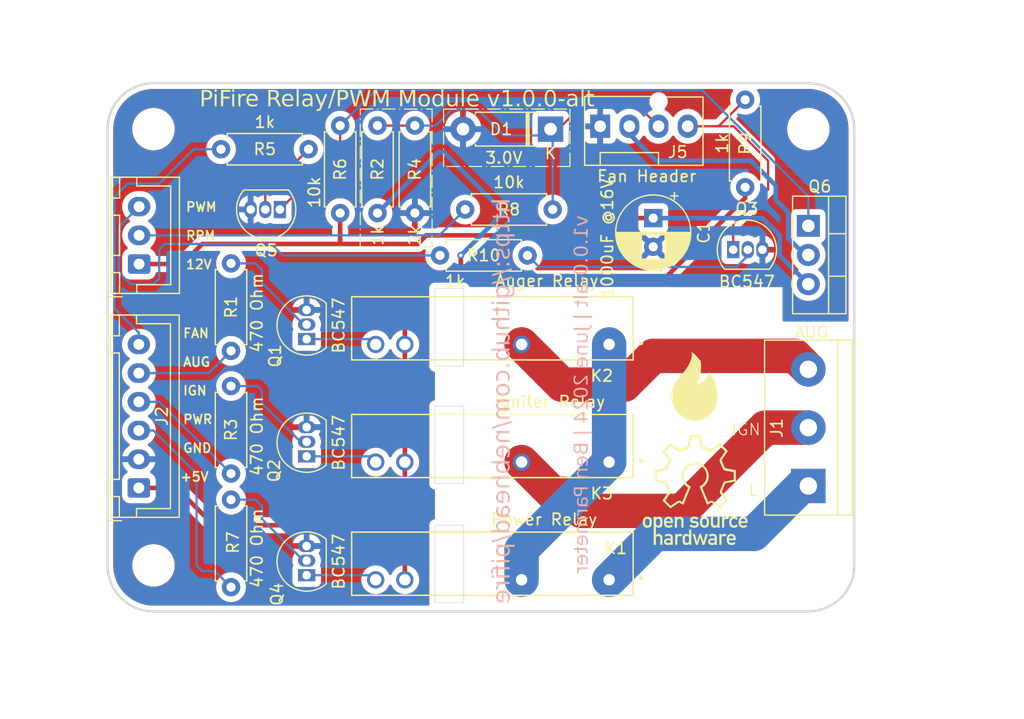
<source format=kicad_pcb>
(kicad_pcb (version 20240108) (generator "pcbnew") (generator_version "8.0")
  (layers (0 "F.Cu" signal) (31 "B.Cu" signal) (34 "B.Paste" user) (35 "F.Paste" user) (36 "B.SilkS" user "B.Silkscreen") (37 "F.SilkS" user "F.Silkscreen") (38 "B.Mask" user) (39 "F.Mask" user) (44 "Edge.Cuts" user))
  (net 0 "")
  (net 1 "PWR")
  (net 2 "F_12V")
  (net 3 "+5V")
  (net 4 "Net-(Q1-C)")
  (net 5 "AUG")
  (net 6 "GND")
  (net 7 "Net-(Q1-B)")
  (net 8 "R_AUG")
  (net 9 "Net-(Q5-C)")
  (net 10 "+12V")
  (net 11 "IGN")
  (net 12 "PWM")
  (net 13 "L")
  (net 14 "R_IGN")
  (net 15 "R_PWR")
  (net 16 "R_FAN")
  (net 17 "Net-(Q2-C)")
  (net 18 "TACH")
  (net 19 "Net-(Q4-C)")
  (net 20 "Net-(Q2-B)")
  (net 21 "Net-(Q3-B)")
  (net 22 "Net-(Q4-B)")
  (net 23 "Net-(Q5-B)")
  (net 24 "F_PWM")
  (net 25 "F_TACH")
  (footprint "G3MB-202PDC5:RELAY_G3MB-202PDC5" (layer "F.Cu") (at 58.5 66.85 180)
    (property "Reference" "K1")
    (property "Value" "Power Relay")
  )
  (footprint "Resistor_THT:R_Axial_DIN0207_L6.3mm_D2.5mm_P7.62mm_Horizontal" (layer "F.Cu") (at 53.94 40)
    (property "Reference" "R10")
    (property "Value" "1k")
  )
  (footprint "MountingHole:MountingHole_3.2mm_M3" (layer "F.Cu") (at 86 29)
    (property "Reference" "H2" (hide yes))
    (property "Value" "MH")
  )
  (footprint "Package_TO_SOT_THT:TO-92L_Inline" (layer "F.Cu") (at 42.3325 67.8525 90)
    (property "Reference" "Q4")
    (property "Value" "BC547")
  )
  (footprint "G3MB-202PDC5:RELAY_G3MB-202PDC5" (layer "F.Cu") (at 58.5 46.35 180)
    (property "Reference" "K2")
    (property "Value" "Auger Relay")
  )
  (footprint "Package_TO_SOT_THT:TO-220-3_Vertical" (layer "F.Cu") (at 86 37.42 -90)
    (property "Reference" "Q6")
    (property "Value" "IRF9540N")
  )
  (footprint "Connector:FanPinHeader_1x04_P2.54mm_Vertical" (layer "F.Cu") (at 67.88 28.75)
    (property "Reference" "J5")
    (property "Value" "Fan Header")
  )
  (footprint "Resistor_THT:R_Axial_DIN0207_L6.3mm_D2.5mm_P7.62mm_Horizontal" (layer "F.Cu") (at 48.5 36.31 90)
    (property "Reference" "R2")
    (property "Value" "1k")
  )
  (footprint "Resistor_THT:R_Axial_DIN0207_L6.3mm_D2.5mm_P7.62mm_Horizontal" (layer "F.Cu") (at 35.75 51.38 -90)
    (property "Reference" "R3")
    (property "Value" "470 Ohm")
  )
  (footprint "Package_TO_SOT_THT:TO-92L_Inline" (layer "F.Cu") (at 40 36 180)
    (property "Reference" "Q5")
    (property "Value" "BC547")
  )
  (footprint "MountingHole:MountingHole_3.2mm_M3" (layer "F.Cu") (at 86 67)
    (property "Reference" "H4" (hide yes))
    (property "Value" "MH")
  )
  (footprint "Resistor_THT:R_Axial_DIN0207_L6.3mm_D2.5mm_P7.62mm_Horizontal" (layer "F.Cu") (at 42.5 30.75 180)
    (property "Reference" "R5")
    (property "Value" "1k")
  )
  (footprint "Diode_THT:D_DO-41_SOD81_P7.62mm_Horizontal" (layer "F.Cu") (at 63.56 29 180)
    (property "Reference" "D1")
    (property "Value" "3.0V")
  )
  (footprint "Connector_JST:JST_XH_B6B-XH-A_1x06_P2.50mm_Vertical" (layer "F.Cu") (at 27.725 60.25 90)
    (property "Reference" "J2")
    (property "Value" "Relay Header" (hide yes))
  )
  (footprint "TerminalBlock:TerminalBlock_bornier-3_P5.08mm" (layer "F.Cu") (at 86 60.08 90)
    (property "Reference" "J1")
    (property "Value" "AC Terminal")
  )
  (footprint "G3MB-202PDC5:RELAY_G3MB-202PDC5" (layer "F.Cu") (at 58.5 56.6 180)
    (property "Reference" "K3")
    (property "Value" "Igniter Relay")
  )
  (footprint "Connector_JST:JST_XH_B3B-XH-A_1x03_P2.50mm_Vertical" (layer "F.Cu") (at 27.75 40.75 90)
    (property "Reference" "J3" (hide yes))
    (property "Value" "PWM Fan Input" (hide yes))
  )
  (footprint "Resistor_THT:R_Axial_DIN0207_L6.3mm_D2.5mm_P7.62mm_Horizontal" (layer "F.Cu") (at 35.75 61.2725 -90)
    (property "Reference" "R7")
    (property "Value" "470 Ohm")
  )
  (footprint "Resistor_THT:R_Axial_DIN0207_L6.3mm_D2.5mm_P7.62mm_Horizontal" (layer "F.Cu") (at 45.25 36.31 90)
    (property "Reference" "R6")
    (property "Value" "10k")
  )
  (footprint "Package_TO_SOT_THT:TO-92L_Inline" (layer "F.Cu") (at 79.46 39.5)
    (property "Reference" "Q3")
    (property "Value" "BC547")
  )
  (footprint "Package_TO_SOT_THT:TO-92L_Inline" (layer "F.Cu") (at 42.3325 57.5 90)
    (property "Reference" "Q2")
    (property "Value" "BC547")
  )
  (footprint "Resistor_THT:R_Axial_DIN0207_L6.3mm_D2.5mm_P7.62mm_Horizontal" (layer "F.Cu") (at 80.5 34.06 90)
    (property "Reference" "R9")
    (property "Value" "1k")
  )
  (footprint "MountingHole:MountingHole_3.2mm_M3" (layer "F.Cu") (at 29 29)
    (property "Reference" "H1" (hide yes))
    (property "Value" "MH" (hide yes))
  )
  (footprint "Resistor_THT:R_Axial_DIN0207_L6.3mm_D2.5mm_P7.62mm_Horizontal" (layer "F.Cu") (at 35.75 40.69 -90)
    (property "Reference" "R1")
    (property "Value" "470 Ohm")
  )
  (footprint "Resistor_THT:R_Axial_DIN0207_L6.3mm_D2.5mm_P7.62mm_Horizontal" (layer "F.Cu") (at 63.75 36 180)
    (property "Reference" "R8")
    (property "Value" "10k")
  )
  (footprint "Capacitor_THT:CP_Radial_D6.3mm_P2.50mm" (layer "F.Cu") (at 72.5 36.75 -90)
    (property "Reference" "C1")
    (property "Value" "1000uF @16V")
  )
  (footprint "Resistor_THT:R_Axial_DIN0207_L6.3mm_D2.5mm_P7.62mm_Horizontal" (layer "F.Cu") (at 51.75 28.69 -90)
    (property "Reference" "R4")
    (property "Value" "2k")
  )
  (footprint "Package_TO_SOT_THT:TO-92L_Inline" (layer "F.Cu") (at 42.3325 47.29 90)
    (property "Reference" "Q1")
    (property "Value" "BC547")
  )
  (footprint "MountingHole:MountingHole_3.2mm_M3" (layer "F.Cu") (at 29 67)
    (property "Reference" "H3" (hide yes))
    (property "Value" "MH" (hide yes))
  )
  (gr_poly (pts (xy 76.976875 62.75) (xy 76.990238 62.750546) (xy 77.003258 62.751439) (xy 77.01594 62.752669) (xy 77.028287 62.754221) (xy 77.040305 62.756083) (xy 77.051999 62.758242) (xy 77.063371 62.760686) (xy 77.074428 62.763402) (xy 77.085173 62.766377) (xy 77.095611 62.769599) (xy 77.105747 62.773055) (xy 77.115584 62.776731) (xy 77.125128 62.780616) (xy 77.134382 62.784697) (xy 77.143352 62.78896) (xy 77.160457 62.797985) (xy 77.176476 62.807589) (xy 77.191447 62.817671) (xy 77.205405 62.828128) (xy 77.218386 62.83886) (xy 77.230425 62.849764) (xy 77.24156 62.860738) (xy 77.251825 62.871682) (xy 77.265025 62.886802) (xy 77.277233 62.902064) (xy 77.28847 62.917655) (xy 77.298753 62.933762) (xy 77.308103 62.950571) (xy 77.316538 62.96827) (xy 77.324079 62.987045) (xy 77.330743 63.007082) (xy 77.336552 63.02857) (xy 77.341523 63.051695) (xy 77.345677 63.076643) (xy 77.349032 63.103601) (xy 77.351608 63.132756) (xy 77.353424 63.164295) (xy 77.354499 63.198405) (xy 77.354854 63.235273) (xy 77.354499 63.272449) (xy 77.353424 63.306831) (xy 77.351608 63.338609) (xy 77.349032 63.367971) (xy 77.345677 63.395106) (xy 77.341523 63.420204) (xy 77.336552 63.443454) (xy 77.330743 63.465044) (xy 77.324079 63.485164) (xy 77.316538 63.504003) (xy 77.308103 63.521749) (xy 77.298753 63.538592) (xy 77.28847 63.554722) (xy 77.277233 63.570326) (xy 77.265025 63.585594) (xy 77.251825 63.600716) (xy 77.24156 63.611658) (xy 77.230425 63.622629) (xy 77.218386 63.633528) (xy 77.205405 63.644252) (xy 77.191447 63.654702) (xy 77.176476 63.664774) (xy 77.160457 63.674369) (xy 77.143352 63.683384) (xy 77.125128 63.691718) (xy 77.105746 63.69927) (xy 77.085173 63.705938) (xy 77.063371 63.711622) (xy 77.040305 63.716218) (xy 77.01594 63.719627) (xy 76.990238 63.721747) (xy 76.963164 63.722476) (xy 76.949463 63.722292) (xy 76.936109 63.721747) (xy 76.923098 63.720855) (xy 76.910424 63.719627) (xy 76.898084 63.718078) (xy 76.886072 63.716218) (xy 76.874385 63.714062) (xy 76.863019 63.711622) (xy 76.851967 63.70891) (xy 76.841227 63.705939) (xy 76.830794 63.702721) (xy 76.820662 63.69927) (xy 76.810829 63.695598) (xy 76.801288 63.691718) (xy 76.792036 63.687643) (xy 76.783069 63.683384) (xy 76.765969 63.674369) (xy 76.749953 63.664775) (xy 76.734984 63.654702) (xy 76.721028 63.644253) (xy 76.708048 63.633528) (xy 76.696009 63.622629) (xy 76.684875 63.611658) (xy 76.67461 63.600716) (xy 76.661409 63.585595) (xy 76.649197 63.570328) (xy 76.637955 63.554726) (xy 76.627665 63.5386) (xy 76.618308 63.521759) (xy 76.609863 63.504016) (xy 76.602313 63.485181) (xy 76.595638 63.465063) (xy 76.58982 63.443475) (xy 76.584839 63.420227) (xy 76.580677 63.395129) (xy 76.577314 63.367993) (xy 76.574731 63.338628) (xy 76.57291 63.306846) (xy 76.571831 63.272458) (xy 76.571475 63.235273) (xy 76.762663 63.235273) (xy 76.762798 63.260119) (xy 76.763217 63.282759) (xy 76.763938 63.303361) (xy 76.764981 63.322093) (xy 76.766365 63.339121) (xy 76.76811 63.354614) (xy 76.770234 63.36874) (xy 76.772757 63.381667) (xy 76.775697 63.393561) (xy 76.779075 63.404592) (xy 76.782909 63.414926) (xy 76.787219 63.424731) (xy 76.792024 63.434175) (xy 76.797343 63.443427) (xy 76.803195 63.452653) (xy 76.8096 63.462021) (xy 76.815218 63.469297) (xy 76.821548 63.476321) (xy 76.828553 63.483062) (xy 76.836191 63.489492) (xy 76.844426 63.49558) (xy 76.853217 63.501296) (xy 76.862525 63.50661) (xy 76.872313 63.511492) (xy 76.88254 63.515911) (xy 76.893167 63.519839) (xy 76.904157 63.523245) (xy 76.915469 63.526099) (xy 76.927065 63.528371) (xy 76.938905 63.530031) (xy 76.950951 63.531049) (xy 76.963164 63.531395) (xy 76.975394 63.531048) (xy 76.987454 63.530029) (xy 76.999303 63.528366) (xy 77.010906 63.526092) (xy 77.022221 63.523234) (xy 77.033213 63.519825) (xy 77.043841 63.515894) (xy 77.054068 63.511472) (xy 77.063856 63.506588) (xy 77.073165 63.501272) (xy 77.081958 63.495556) (xy 77.090196 63.48947) (xy 77.097841 63.483043) (xy 77.104855 63.476305) (xy 77.111199 63.469288) (xy 77.114107 63.465684) (xy 77.116834 63.462021) (xy 77.123238 63.452653) (xy 77.129086 63.44343) (xy 77.1344 63.434188) (xy 77.139198 63.42476) (xy 77.1435 63.414982) (xy 77.147325 63.404689) (xy 77.150694 63.393716) (xy 77.153625 63.381898) (xy 77.156137 63.36907) (xy 77.158252 63.355067) (xy 77.159987 63.339723) (xy 77.161364 63.322874) (xy 77.1624 63.304355) (xy 77.163116 63.284) (xy 77.163666 63.237125) (xy 77.163531 63.212278) (xy 77.163116 63.189634) (xy 77.1624 63.169028) (xy 77.161364 63.150291) (xy 77.159987 63.133256) (xy 77.158252 63.117756) (xy 77.156137 63.103623) (xy 77.153625 63.090691) (xy 77.150694 63.078792) (xy 77.147325 63.067759) (xy 77.1435 63.057425) (xy 77.139198 63.047622) (xy 77.1344 63.038183) (xy 77.129086 63.02894) (xy 77.123238 63.019727) (xy 77.116834 63.010377) (xy 77.111199 63.003101) (xy 77.104855 62.996077) (xy 77.097841 62.989335) (xy 77.090196 62.982905) (xy 77.081958 62.976817) (xy 77.073165 62.971102) (xy 77.063856 62.965788) (xy 77.054068 62.960906) (xy 77.043841 62.956486) (xy 77.033213 62.952558) (xy 77.022221 62.949152) (xy 77.010906 62.946298) (xy 76.999303 62.944026) (xy 76.987454 62.942367) (xy 76.975394 62.941349) (xy 76.963164 62.941003) (xy 76.950951 62.941349) (xy 76.938905 62.942369) (xy 76.927065 62.944031) (xy 76.915469 62.946306) (xy 76.904157 62.949163) (xy 76.893167 62.952572) (xy 76.88254 62.956503) (xy 76.872313 62.960926) (xy 76.862525 62.96581) (xy 76.853217 62.971125) (xy 76.844426 62.976841) (xy 76.836191 62.982928) (xy 76.828553 62.989355) (xy 76.821548 62.996092) (xy 76.815218 63.00311) (xy 76.812317 63.006714) (xy 76.8096 63.010377) (xy 76.803195 63.019727) (xy 76.797343 63.028937) (xy 76.792024 63.038171) (xy 76.787219 63.047593) (xy 76.782909 63.057369) (xy 76.779075 63.067662) (xy 76.775697 63.078637) (xy 76.772757 63.09046) (xy 76.770234 63.103294) (xy 76.76811 63.117303) (xy 76.766365 63.132654) (xy 76.764981 63.149509) (xy 76.763938 63.168034) (xy 76.763217 63.188393) (xy 76.762663 63.235273) (xy 76.571475 63.235273) (xy 76.571831 63.198406) (xy 76.57291 63.164298) (xy 76.574731 63.132761) (xy 76.577314 63.103608) (xy 76.580677 63.076653) (xy 76.584839 63.051709) (xy 76.58982 63.028587) (xy 76.595638 63.007102) (xy 76.602313 62.987066) (xy 76.609863 62.968293) (xy 76.618308 62.950594) (xy 76.627665 62.933784) (xy 76.637955 62.917674) (xy 76.649197 62.902079) (xy 76.661409 62.88681) (xy 76.67461 62.871682) (xy 76.684875 62.860738) (xy 76.696009 62.849764) (xy 76.708048 62.83886) (xy 76.721028 62.828129) (xy 76.734985 62.817671) (xy 76.749953 62.80759) (xy 76.765969 62.797985) (xy 76.783069 62.78896) (xy 76.801288 62.780616) (xy 76.820662 62.773055) (xy 76.841227 62.766378) (xy 76.863019 62.760686) (xy 76.886073 62.756083) (xy 76.910424 62.752669) (xy 76.93611 62.750546) (xy 76.963164 62.749815)) (stroke (width -0.000001)) (fill solid) (layer "F.SilkS"))
  (gr_poly (pts (xy 76.298902 64.927177) (xy 76.302659 64.927177) (xy 76.518135 64.261909) (xy 76.65683 64.261909) (xy 76.872306 64.927177) (xy 76.876169 64.927177) (xy 77.057832 64.261909) (xy 77.260291 64.261909) (xy 76.956761 65.212028) (xy 76.78801 65.212028) (xy 76.589361 64.546706) (xy 76.585604 64.546706) (xy 76.386955 65.212028) (xy 76.218309 65.212028) (xy 75.914726 64.261909) (xy 76.11708 64.261909)) (stroke (width -0.000001)) (fill solid) (layer "F.SilkS"))
  (gr_poly (pts (xy 77.709131 63.32703) (xy 77.709366 63.33899) (xy 77.710063 63.350628) (xy 77.711213 63.361941) (xy 77.712806 63.372925) (xy 77.714833 63.383576) (xy 77.717285 63.39389) (xy 77.72015 63.403863) (xy 77.723421 63.413491) (xy 77.727087 63.422772) (xy 77.731138 63.4317) (xy 77.735566 63.440273) (xy 77.74036 63.448485) (xy 77.74551 63.456335) (xy 77.751008 63.463817) (xy 77.756844 63.470928) (xy 77.763007 63.477663) (xy 77.769488 63.484021) (xy 77.776278 63.489995) (xy 77.783368 63.495584) (xy 77.790746 63.500782) (xy 77.798405 63.505586) (xy 77.806333 63.509992) (xy 77.814522 63.513997) (xy 77.822962 63.517596) (xy 77.831643 63.520787) (xy 77.840556 63.523564) (xy 77.849692 63.525924) (xy 77.859039 63.527864) (xy 77.868589 63.529379) (xy 77.878333 63.530466) (xy 77.88826 63.531122) (xy 77.898361 63.531341) (xy 77.908303 63.531122) (xy 77.918082 63.530466) (xy 77.927686 63.529379) (xy 77.937106 63.527864) (xy 77.946333 63.525924) (xy 77.955356 63.523564) (xy 77.964165 63.520787) (xy 77.97275 63.517596) (xy 77.981102 63.513997) (xy 77.98921 63.509992) (xy 77.997064 63.505586) (xy 78.004656 63.500782) (xy 78.011973 63.495584) (xy 78.019008 63.489995) (xy 78.025749 63.484021) (xy 78.032187 63.477663) (xy 78.038312 63.470928) (xy 78.044113 63.463817) (xy 78.049582 63.456335) (xy 78.054708 63.448485) (xy 78.059481 63.440273) (xy 78.06389 63.4317) (xy 78.067928 63.422772) (xy 78.071582 63.413491) (xy 78.074843 63.403863) (xy 78.077703 63.39389) (xy 78.080149 63.383576) (xy 78.082173 63.372925) (xy 78.083764 63.361941) (xy 78.084913 63.350628) (xy 78.08561 63.33899) (xy 78.085845 63.32703) (xy 78.085845 62.761085) (xy 78.276927 62.761085) (xy 78.276927 63.711311) (xy 78.085845 63.711311) (xy 78.085845 63.610028) (xy 78.082141 63.610028) (xy 78.070593 63.623639) (xy 78.058448 63.636373) (xy 78.045725 63.64823) (xy 78.032443 63.659209) (xy 78.018623 63.669311) (xy 78.004283 63.678535) (xy 77.989443 63.686882) (xy 77.974124 63.69435) (xy 77.958345 63.700941) (xy 77.942125 63.706653) (xy 77.925485 63.711487) (xy 77.908443 63.715442) (xy 77.89102 63.718519) (xy 77.873236 63.720717) (xy 77.855109 63.722036) (xy 77.83666 63.722475) (xy 77.822557 63.722141) (xy 77.808377 63.721139) (xy 77.779928 63.717143) (xy 77.751589 63.710507) (xy 77.737545 63.706205) (xy 77.723633 63.701249) (xy 77.709884 63.695644) (xy 77.696335 63.68939) (xy 77.683018 63.68249) (xy 77.66997 63.674947) (xy 77.657223 63.666764) (xy 77.644812 63.657941) (xy 77.632772 63.648483) (xy 77.621137 63.638391) (xy 77.609941 63.627668) (xy 77.599219 63.616316) (xy 77.589004 63.604337) (xy 77.579331 63.591735) (xy 77.570236 63.57851) (xy 77.56175 63.564667) (xy 77.553911 63.550206) (xy 77.54675 63.535131) (xy 77.540304 63.519444) (xy 77.534605 63.503148) (xy 77.529689 63.486244) (xy 77.52559 63.468735) (xy 77.522342 63.450624) (xy 77.51998 63.431912) (xy 77.518537 63.412604) (xy 77.518049 63.392699) (xy 77.518049 62.761085) (xy 77.709131 62.761085)) (stroke (width -0.000001)) (fill solid) (layer "F.SilkS"))
  (gr_poly (pts (xy 79.305529 64.251038) (xy 79.324924 64.252391) (xy 79.344098 64.254631) (xy 79.363022 64.257746) (xy 79.381669 64.261725) (xy 79.40001 64.266555) (xy 79.418018 64.272224) (xy 79.435664 64.27872) (xy 79.45292 64.286032) (xy 79.469758 64.294147) (xy 79.48615 64.303053) (xy 79.502068 64.312738) (xy 79.517483 64.32319) (xy 79.532368 64.334398) (xy 79.546694 64.346349) (xy 79.560433 64.35903) (xy 79.573558 64.372432) (xy 79.586039 64.38654) (xy 79.59785 64.401343) (xy 79.608961 64.41683) (xy 79.619345 64.432988) (xy 79.628974 64.449805) (xy 79.637819 64.467269) (xy 79.645852 64.485368) (xy 79.653046 64.504091) (xy 79.659372 64.523424) (xy 79.664801 64.543357) (xy 79.669307 64.563877) (xy 79.67286 64.584971) (xy 79.675433 64.606629) (xy 79.676997 64.628839) (xy 79.677525 64.651587) (xy 79.677525 64.80912) (xy 79.08544 64.80912) (xy 79.085718 64.82347) (xy 79.086545 64.837371) (xy 79.087909 64.850821) (xy 79.089801 64.86382) (xy 79.092208 64.876369) (xy 79.09512 64.888466) (xy 79.098526 64.900111) (xy 79.102415 64.911304) (xy 79.106776 64.922044) (xy 79.111598 64.932332) (xy 79.116871 64.942166) (xy 79.122582 64.951547) (xy 79.128722 64.960473) (xy 79.135279 64.968946) (xy 79.142243 64.976963) (xy 79.149602 64.984526) (xy 79.157345 64.991633) (xy 79.165462 64.998284) (xy 79.173942 65.004479) (xy 79.182773 65.010217) (xy 79.191945 65.015498) (xy 79.201447 65.020322) (xy 79.211267 65.024689) (xy 79.221395 65.028597) (xy 79.23182 65.032047) (xy 79.242531 65.035038) (xy 79.253517 65.03757) (xy 79.264767 65.039643) (xy 79.27627 65.041255) (xy 79.288015 65.042407) (xy 79.299992 65.043099) (xy 79.312188 65.04333) (xy 79.325931 65.042937) (xy 79.339768 65.04177) (xy 79.353657 65.03984) (xy 79.367557 65.037161) (xy 79.381427 65.033747) (xy 79.395225 65.029611) (xy 79.40891 65.024766) (xy 79.42244 65.019226) (xy 79.435774 65.013004) (xy 79.448871 65.006112) (xy 79.461689 64.998566) (xy 79.474187 64.990377) (xy 79.486324 64.981559) (xy 79.498057 64.972126) (xy 79.509347 64.96209) (xy 79.52015 64.951466) (xy 79.658845 65.069576) (xy 79.64095 65.089214) (xy 79.622431 65.107385) (xy 79.60332 65.124119) (xy 79.58365 65.139441) (xy 79.563454 65.15338) (xy 79.542764 65.165963) (xy 79.521614 65.177217) (xy 79.500036 65.18717) (xy 79.478063 65.19585) (xy 79.455728 65.203283) (xy 79.433063 65.209497) (xy 79.410102 65.21452) (xy 79.386876 65.218379) (xy 79.36342 65.221102) (xy 79.339766 65.222715) (xy 79.315946 65.223247) (xy 79.279084 65.222098) (xy 79.241856 65.218456) (xy 79.204639 65.212023) (xy 79.167814 65.202504) (xy 79.131758 65.189602) (xy 79.114137 65.181789) (xy 79.09685 65.17302) (xy 79.079945 65.163256) (xy 79.06347 65.152462) (xy 79.04747 65.1406) (xy 79.031995 65.127633) (xy 79.017091 65.113523) (xy 79.002805 65.098235) (xy 78.989185 65.08173) (xy 78.976278 65.063972) (xy 78.964131 65.044923) (xy 78.952793 65.024548) (xy 78.942309 65.002808) (xy 78.932728 64.979667) (xy 78.924097 64.955087) (xy 78.916463 64.929032) (xy 78.909874 64.901464) (xy 78.904377 64.872347) (xy 78.900019 64.841643) (xy 78.896847 64.809315) (xy 78.894909 64.775327) (xy 78.894253 64.739641) (xy 78.894855 64.705759) (xy 78.896634 64.673315) (xy 78.898668 64.651639) (xy 79.08544 64.651639) (xy 79.486443 64.651639) (xy 79.485698 64.638309) (xy 79.484511 64.625375) (xy 79.48289 64.61284) (xy 79.480844 64.600704) (xy 79.478382 64.588971) (xy 79.475512 64.577642) (xy 79.472243 64.566717) (xy 79.468584 64.5562) (xy 79.464542 64.546092) (xy 79.460127 64.536395) (xy 79.455347 64.52711) (xy 79.450211 64.518239) (xy 79.444727 64.509783) (xy 79.438905 64.501746) (xy 79.432752 64.494127) (xy 79.426277 64.48693) (xy 79.419489 64.480156) (xy 79.412396 64.473805) (xy 79.405008 64.467882) (xy 79.397332 64.462386) (xy 79.389378 64.45732) (xy 79.381153 64.452685) (xy 79.372667 64.448483) (xy 79.363928 64.444717) (xy 79.354944 64.441387) (xy 79.345725 64.438495) (xy 79.336279 64.436043) (xy 79.326614 64.434034) (xy 79.316739 64.432468) (xy 79.306663 64.431347) (xy 79.296394 64.430673) (xy 79.285941 64.430448) (xy 79.275483 64.430673) (xy 79.2652 64.431347) (xy 79.2551 64.432468) (xy 79.245193 64.434034) (xy 79.23549 64.436043) (xy 79.225999 64.438495) (xy 79.216731 64.441387) (xy 79.207695 64.444716) (xy 79.198901 64.448483) (xy 79.190357 64.452685) (xy 79.182075 64.457319) (xy 79.174063 64.462386) (xy 79.166331 64.467881) (xy 79.158889 64.473805) (xy 79.151746 64.480155) (xy 79.144912 64.48693) (xy 79.138397 64.494127) (xy 79.13221 64.501745) (xy 79.126361 64.509783) (xy 79.120859 64.518238) (xy 79.115714 64.527109) (xy 79.110936 64.536395) (xy 79.106534 64.546092) (xy 79.102519 64.5562) (xy 79.098898 64.566717) (xy 79.095683 64.577641) (xy 79.092883 64.588971) (xy 79.090507 64.600704) (xy 79.088565 64.612839) (xy 79.087067 64.625375) (xy 79.086022 64.638309) (xy 79.08544 64.651639) (xy 78.898668 64.651639) (xy 78.899546 64.642283) (xy 78.90355 64.612641) (xy 78.908602 64.584365) (xy 78.91466 64.55743) (xy 78.921682 64.531814) (xy 78.929625 64.507492) (xy 78.938447 64.484441) (xy 78.948104 64.462638) (xy 78.958555 64.442058) (xy 78.969756 64.422678) (xy 78.981666 64.404474) (xy 78.994242 64.387422) (xy 79.00744 64.3715) (xy 79.02122 64.356683) (xy 79.035537 64.342947) (xy 79.05035 64.330269) (xy 79.065617 64.318625) (xy 79.081293 64.307991) (xy 79.097338 64.298345) (xy 79.113707 64.289661) (xy 79.13036 64.281917) (xy 79.147253 64.275088) (xy 79.164344 64.269152) (xy 79.18159 64.264084) (xy 79.198948 64.25986) (xy 79.216377 64.256458) (xy 79.251274 64.252021) (xy 79.285941 64.250584)) (stroke (width -0.000001)) (fill solid) (layer "F.SilkS"))
  (gr_poly (pts (xy 79.549249 62.750016) (xy 79.56251 62.750616) (xy 79.575595 62.751607) (xy 79.588504 62.75298) (xy 79.613793 62.756842) (xy 79.638372 62.76214) (xy 79.662239 62.76881) (xy 79.685391 62.776791) (xy 79.707824 62.786017) (xy 79.729535 62.796427) (xy 79.750521 62.807958) (xy 79.77078 62.820547) (xy 79.790307 62.834129) (xy 79.809099 62.848644) (xy 79.827154 62.864027) (xy 79.844469 62.880215) (xy 79.861039 62.897146) (xy 79.876862 62.914756) (xy 79.736315 63.040327) (xy 79.727303 63.029637) (xy 79.717819 63.019378) (xy 79.707878 63.009586) (xy 79.697492 63.000296) (xy 79.686677 62.991545) (xy 79.675446 62.983367) (xy 79.663813 62.975799) (xy 79.651794 62.968877) (xy 79.639401 62.962635) (xy 79.626648 62.95711) (xy 79.613551 62.952337) (xy 79.600122 62.948351) (xy 79.586377 62.94519) (xy 79.572329 62.942887) (xy 79.557992 62.94148) (xy 79.543381 62.941003) (xy 79.514964 62.942042) (xy 79.488082 62.945192) (xy 79.475229 62.947573) (xy 79.462775 62.950499) (xy 79.450725 62.953977) (xy 79.439085 62.95801) (xy 79.42786 62.962607) (xy 79.417054 62.967772) (xy 79.406673 62.973511) (xy 79.396722 62.97983) (xy 79.387206 62.986735) (xy 79.37813 62.994232) (xy 79.3695 63.002327) (xy 79.361321 63.011025) (xy 79.353597 63.020332) (xy 79.346335 63.030254) (xy 79.339538 63.040798) (xy 79.333213 63.051968) (xy 79.327364 63.06377) (xy 79.321997 63.076211) (xy 79.317116 63.089297) (xy 79.312727 63.103032) (xy 79.308835 63.117423) (xy 79.305446 63.132476) (xy 79.302564 63.148197) (xy 79.300194 63.164591) (xy 79.297012 63.199423) (xy 79.295943 63.237019) (xy 79.296211 63.256006) (xy 79.297013 63.274308) (xy 79.298343 63.291929) (xy 79.300196 63.308874) (xy 79.302567 63.32515) (xy 79.30545 63.340761) (xy 79.308841 63.355713) (xy 79.312735 63.370012) (xy 79.317125 63.383663) (xy 79.322007 63.396672) (xy 79.327376 63.409043) (xy 79.333227 63.420783) (xy 79.339554 63.431897) (xy 79.346352 63.442391) (xy 79.353616 63.452269) (xy 79.361341 63.461537) (xy 79.369522 63.470202) (xy 79.378153 63.478268) (xy 79.387229 63.48574) (xy 79.396745 63.492625) (xy 79.406697 63.498928) (xy 79.417077 63.504654) (xy 79.427883 63.509808) (xy 79.439108 63.514397) (xy 79.450747 63.518426) (xy 79.462795 63.521899) (xy 79.475247 63.524823) (xy 79.488097 63.527203) (xy 79.501341 63.529045) (xy 79.514973 63.530354) (xy 79.528988 63.531135) (xy 79.543381 63.531394) (xy 79.55072 63.531274) (xy 79.557992 63.530917) (xy 79.565194 63.530327) (xy 79.572327 63.529509) (xy 79.586372 63.527207) (xy 79.600115 63.524045) (xy 79.61354 63.52006) (xy 79.626634 63.515287) (xy 79.639383 63.509762) (xy 79.651774 63.50352) (xy 79.663792 63.496598) (xy 79.675423 63.48903) (xy 79.686653 63.480852) (xy 79.69747 63.472101) (xy 79.707858 63.462811) (xy 79.717804 63.453019) (xy 79.727294 63.44276) (xy 79.736315 63.432069) (xy 79.876862 63.55764) (xy 79.861048 63.575223) (xy 79.844486 63.592131) (xy 79.827178 63.6083) (xy 79.809129 63.623668) (xy 79.79034 63.638171) (xy 79.770816 63.651746) (xy 79.75056 63.664328) (xy 79.729574 63.675856) (xy 79.707862 63.686264) (xy 79.685427 63.695491) (xy 79.662273 63.703472) (xy 79.638401 63.710144) (xy 79.613817 63.715444) (xy 79.588522 63.719308) (xy 79.562519 63.721673) (xy 79.535813 63.722475) (xy 79.494844 63.720834) (xy 79.454349 63.715843) (xy 79.414628 63.707399) (xy 79.375979 63.695401) (xy 79.357151 63.688037) (xy 79.338703 63.679746) (xy 79.320672 63.670516) (xy 79.303097 63.660333) (xy 79.286015 63.649185) (xy 79.269462 63.637059) (xy 79.253477 63.623943) (xy 79.238097 63.609822) (xy 79.22336 63.594686) (xy 79.209302 63.578521) (xy 79.195961 63.561314) (xy 79.183374 63.543052) (xy 79.17158 63.523724) (xy 79.160614 63.503315) (xy 79.150516 63.481813) (xy 79.141322 63.459206) (xy 79.133069 63.435481) (xy 79.125795 63.410624) (xy 79.119538 63.384624) (xy 79.114334 63.357467) (xy 79.110222 63.329141) (xy 79.107239 63.299633) (xy 79.105421 63.268929) (xy 79.104807 63.237019) (xy 79.105421 63.204958) (xy 79.107239 63.174114) (xy 79.110222 63.144474) (xy 79.114334 63.116024) (xy 79.119538 63.088751) (xy 79.125795 63.062642) (xy 79.133069 63.037685) (xy 79.141322 63.013866) (xy 79.150516 62.991172) (xy 79.160614 62.96959) (xy 79.17158 62.949107) (xy 79.183374 62.929711) (xy 79.195961 62.911387) (xy 79.209302 62.894124) (xy 79.22336 62.877908) (xy 79.238097 62.862726) (xy 79.253477 62.848564) (xy 79.269462 62.835411) (xy 79.286015 62.823253) (xy 79.303097 62.812077) (xy 79.320672 62.80187) (xy 79.338703 62.792618) (xy 79.357151 62.78431) (xy 79.375979 62.776931) (xy 79.395151 62.770469) (xy 79.414628 62.764911) (xy 79.434373 62.760244) (xy 79.454349 62.756455) (xy 79.474519 62.75353) (xy 79.494844 62.751457) (xy 79.535813 62.749815)) (stroke (width -0.000001)) (fill solid) (layer "F.SilkS"))
  (gr_poly (pts (xy 77.687398 64.251579) (xy 77.728596 64.254479) (xy 77.767825 64.259448) (xy 77.786661 64.262744) (xy 77.804956 64.2666) (xy 77.822694 64.27103) (xy 77.839859 64.276048) (xy 77.856435 64.281667) (xy 77.872406 64.287903) (xy 77.887755 64.294768) (xy 77.902467 64.302277) (xy 77.916524 64.310445) (xy 77.929912 64.319284) (xy 77.942613 64.32881) (xy 77.954613 64.339036) (xy 77.965893 64.349976) (xy 77.976439 64.361644) (xy 77.986234 64.374055) (xy 77.995263 64.387222) (xy 78.003508 64.40116) (xy 78.010954 64.415882) (xy 78.017584 64.431403) (xy 78.023383 64.447736) (xy 78.028334 64.464896) (xy 78.032421 64.482897) (xy 78.035628 64.501752) (xy 78.037939 64.521476) (xy 78.039337 64.542083) (xy 78.039807 64.563587) (xy 78.039807 65.212028) (xy 77.848566 65.212028) (xy 77.848566 65.127679) (xy 77.844862 65.127679) (xy 77.837163 65.139575) (xy 77.828792 65.150642) (xy 77.819696 65.160889) (xy 77.80982 65.170324) (xy 77.799109 65.178956) (xy 77.787508 65.186793) (xy 77.774963 65.193843) (xy 77.761419 65.200116) (xy 77.746821 65.205618) (xy 77.731115 65.21036) (xy 77.714246 65.214349) (xy 77.69616 65.217594) (xy 77.676802 65.220103) (xy 77.656116 65.221884) (xy 77.63405 65.222947) (xy 77.610547 65.223299) (xy 77.590952 65.222934) (xy 77.57188 65.221849) (xy 77.553337 65.220059) (xy 77.535329 65.217582) (xy 77.517863 65.214431) (xy 77.500946 65.210624) (xy 77.484585 65.206175) (xy 77.468784 65.201102) (xy 77.453552 65.195419) (xy 77.438895 65.189142) (xy 77.424819 65.182287) (xy 77.411331 65.17487) (xy 77.398437 65.166907) (xy 77.386144 65.158413) (xy 77.374458 65.149404) (xy 77.363386 65.139896) (xy 77.352934 65.129905) (xy 77.34311 65.119447) (xy 77.333919 65.108537) (xy 77.325368 65.097191) (xy 77.317463 65.085425) (xy 77.310212 65.073255) (xy 77.30362 65.060696) (xy 77.297695 65.047764) (xy 77.292442 65.034476) (xy 77.287868 65.020846) (xy 77.28398 65.006891) (xy 77.280784 64.992626) (xy 77.278287 64.978068) (xy 77.276496 64.963231) (xy 77.275416 64.948133) (xy 77.275055 64.932787) (xy 77.275258 64.92342) (xy 77.455077 64.92342) (xy 77.455677 64.935257) (xy 77.457506 64.946849) (xy 77.460603 64.958125) (xy 77.46501 64.969012) (xy 77.467717 64.974287) (xy 77.470768 64.979439) (xy 77.474166 64.984458) (xy 77.477918 64.989335) (xy 77.482027 64.994062) (xy 77.4865 64.998628) (xy 77.491342 65.003026) (xy 77.496557 65.007247) (xy 77.502151 65.011281) (xy 77.508129 65.015119) (xy 77.514496 65.018754) (xy 77.521257 65.022174) (xy 77.528417 65.025373) (xy 77.535981 65.02834) (xy 77.543955 65.031068) (xy 77.552344 65.033546) (xy 77.570385 65.037719) (xy 77.590147 65.040788) (xy 77.611669 65.042682) (xy 77.634994 65.04333) (xy 77.663641 65.043104) (xy 77.689904 65.042317) (xy 77.713855 65.0408) (xy 77.735569 65.038386) (xy 77.74561 65.03679) (xy 77.75512 65.034906) (xy 77.764107 65.032715) (xy 77.772582 65.030194) (xy 77.780553 65.027324) (xy 77.788029 65.024082) (xy 77.795021 65.020448) (xy 77.801536 65.016401) (xy 77.807585 65.011921) (xy 77.813176 65.006985) (xy 77.81832 65.001574) (xy 77.823024 64.995665) (xy 77.827299 64.989239) (xy 77.831153 64.982275) (xy 77.834597 64.97475) (xy 77.837639 64.966645) (xy 77.840288 64.957939) (xy 77.842554 64.948609) (xy 77.844445 64.938637) (xy 77.845973 64.928) (xy 77.847144 64.916677) (xy 77.84797 64.904648) (xy 77.848458 64.891892) (xy 77.848619 64.878387) (xy 77.848618 64.878387) (xy 77.848618 64.809014) (xy 77.620018 64.809014) (xy 77.609652 64.809145) (xy 77.599635 64.809537) (xy 77.589967 64.810184) (xy 77.580646 64.811085) (xy 77.571671 64.812233) (xy 77.56304 64.813627) (xy 77.554753 64.815262) (xy 77.546807 64.817134) (xy 77.539202 64.81924) (xy 77.531936 64.821576) (xy 77.525007 64.824137) (xy 77.518414 64.826921) (xy 77.512157 64.829923) (xy 77.506233 64.83314) (xy 77.500641 64.836567) (xy 77.49538 64.840202) (xy 77.490448 64.844039) (xy 77.485845 64.848077) (xy 77.481568 64.85231) (xy 77.477616 64.856735) (xy 77.473989 64.861347) (xy 77.470684 64.866145) (xy 77.4677 64.871122) (xy 77.465036 64.876277) (xy 77.462691 64.881604) (xy 77.460663 64.887101) (xy 77.45895 64.892763) (xy 77.457552 64.898586) (xy 77.456467 64.904567) (xy 77.455694 64.910703) (xy 77.455231 64.916988) (xy 77.455077 64.92342) (xy 77.275258 64.92342) (xy 77.275362 64.918628) (xy 77.276284 64.90462) (xy 77.277819 64.890782) (xy 77.279967 64.877133) (xy 77.282726 64.863695) (xy 77.286094 64.850485) (xy 77.290072 64.837524) (xy 77.294658 64.824832) (xy 77.29985 64.812427) (xy 77.305649 64.80033) (xy 77.312052 64.78856) (xy 77.319059 64.777137) (xy 77.326668 64.76608) (xy 77.334879 64.755408) (xy 77.34369 64.745143) (xy 77.3531 64.735302) (xy 77.363109 64.725906) (xy 77.373715 64.716974) (xy 77.384917 64.708525) (xy 77.396714 64.700581) (xy 77.409105 64.693159) (xy 77.422089 64.68628) (xy 77.435665 64.679963) (xy 77.449831 64.674227) (xy 77.464587 64.669094) (xy 77.479932 64.664581) (xy 77.495864 64.660708) (xy 77.512383 64.657496) (xy 77.529486 64.654964) (xy 77.547175 64.65313) (xy 77.565446 64.652016) (xy 77.5843 64.65164) (xy 77.848566 64.65164) (xy 77.848566 64.552316) (xy 77.84788 64.536132) (xy 77.847017 64.528537) (xy 77.845802 64.521267) (xy 77.844232 64.514318) (xy 77.842302 64.507685) (xy 77.840009 64.501362) (xy 77.837349 64.495346) (xy 77.834319 64.489631) (xy 77.830914 64.484213) (xy 77.827131 64.479087) (xy 77.822966 64.474248) (xy 77.818415 64.469691) (xy 77.813474 64.465412) (xy 77.80814 64.461406) (xy 77.802409 64.457668) (xy 77.796277 64.454194) (xy 77.789741 64.450978) (xy 77.775439 64.445303) (xy 77.759472 64.440606) (xy 77.741812 64.436848) (xy 77.722426 64.433991) (xy 77.701286 64.431998) (xy 77.678361 64.43083) (xy 77.653621 64.430449) (xy 77.635604 64.430674) (xy 77.61876 64.431364) (xy 77.603033 64.432546) (xy 77.588363 64.434242) (xy 77.581407 64.43529) (xy 77.574694 64.436477) (xy 77.568216 64.437804) (xy 77.561967 64.439275) (xy 77.555939 64.440894) (xy 77.550125 64.442662) (xy 77.544517 64.444584) (xy 77.539109 64.446661) (xy 77.533893 64.448898) (xy 77.528863 64.451297) (xy 77.52401 64.453862) (xy 77.519327 64.456595) (xy 77.514808 64.459499) (xy 77.510445 64.462578) (xy 77.506231 64.465834) (xy 77.502158 64.469271) (xy 77.49822 64.472891) (xy 77.494409 64.476699) (xy 77.490718 64.480696) (xy 77.48714 64.484885) (xy 77.483667 64.489271) (xy 77.480293 64.493855) (xy 77.47701 64.498642) (xy 77.47381 64.503633) (xy 77.323844 64.389333) (xy 77.337922 64.371084) (xy 77.352757 64.354294) (xy 77.368357 64.338923) (xy 77.38473 64.324933) (xy 77.401883 64.312285) (xy 77.419825 64.30094) (xy 77.438564 64.290859) (xy 77.458107 64.282004) (xy 77.478462 64.274336) (xy 77.499638 64.267816) (xy 77.521642 64.262406) (xy 77.544482 64.258066) (xy 77.568165 64.254758) (xy 77.592701 64.252443) (xy 77.618097 64.251083) (xy 77.64436 64.250638)) (stroke (width -0.000001)) (fill solid) (layer "F.SilkS"))
  (gr_poly (pts (xy 73.846239 64.251579) (xy 73.887443 64.254479) (xy 73.926677 64.259448) (xy 73.945514 64.262744) (xy 73.96381 64.2666) (xy 73.981549 64.27103) (xy 73.998715 64.276048) (xy 74.015291 64.281667) (xy 74.031262 64.287903) (xy 74.04661 64.294768) (xy 74.061321 64.302277) (xy 74.075378 64.310445) (xy 74.088764 64.319284) (xy 74.101464 64.32881) (xy 74.113462 64.339036) (xy 74.124741 64.349976) (xy 74.135286 64.361644) (xy 74.145079 64.374055) (xy 74.154106 64.387222) (xy 74.162349 64.40116) (xy 74.169794 64.415882) (xy 74.176422 64.431403) (xy 74.18222 64.447736) (xy 74.18717 64.464896) (xy 74.191255 64.482897) (xy 74.194462 64.501752) (xy 74.196772 64.521476) (xy 74.198169 64.542083) (xy 74.198639 64.563587) (xy 74.198639 65.212028) (xy 74.007451 65.212028) (xy 74.007451 65.127679) (xy 74.003694 65.127679) (xy 73.996005 65.139575) (xy 73.987644 65.150642) (xy 73.978558 65.160889) (xy 73.968691 65.170324) (xy 73.957988 65.178956) (xy 73.946394 65.186793) (xy 73.933856 65.193843) (xy 73.920317 65.200116) (xy 73.905724 65.205618) (xy 73.890021 65.21036) (xy 73.873154 65.214349) (xy 73.855067 65.217594) (xy 73.835706 65.220103) (xy 73.815017 65.221884) (xy 73.792944 65.222947) (xy 73.769432 65.223299) (xy 73.749838 65.222934) (xy 73.730766 65.221849) (xy 73.712223 65.220059) (xy 73.694217 65.217582) (xy 73.676752 65.214431) (xy 73.659837 65.210624) (xy 73.643477 65.206175) (xy 73.627678 65.201102) (xy 73.612448 65.195419) (xy 73.597793 65.189142) (xy 73.583719 65.182287) (xy 73.570233 65.17487) (xy 73.557341 65.166907) (xy 73.545051 65.158413) (xy 73.533367 65.149404) (xy 73.522298 65.139896) (xy 73.511849 65.129905) (xy 73.502027 65.119447) (xy 73.492838 65.108537) (xy 73.48429 65.097191) (xy 73.476388 65.085425) (xy 73.469138 65.073255) (xy 73.462549 65.060696) (xy 73.456625 65.047764) (xy 73.451374 65.034476) (xy 73.446802 65.020846) (xy 73.442915 65.006891) (xy 73.439721 64.992626) (xy 73.437225 64.978068) (xy 73.435434 64.963231) (xy 73.434355 64.948133) (xy 73.433993 64.932787) (xy 73.434197 64.92342) (xy 73.613857 64.92342) (xy 73.614457 64.935257) (xy 73.616286 64.946849) (xy 73.619383 64.958125) (xy 73.623791 64.969012) (xy 73.626498 64.974287) (xy 73.629549 64.979439) (xy 73.632948 64.984458) (xy 73.6367 64.989335) (xy 73.640811 64.994062) (xy 73.645285 64.998628) (xy 73.650127 65.003026) (xy 73.655344 65.007247) (xy 73.660939 65.011281) (xy 73.666918 65.015119) (xy 73.673287 65.018754) (xy 73.680049 65.022174) (xy 73.687212 65.025373) (xy 73.694778 65.02834) (xy 73.702755 65.031068) (xy 73.711146 65.033546) (xy 73.729194 65.037719) (xy 73.748962 65.040788) (xy 73.770493 65.042682) (xy 73.793827 65.04333) (xy 73.822474 65.043104) (xy 73.848736 65.042317) (xy 73.872687 65.0408) (xy 73.894401 65.038386) (xy 73.904443 65.03679) (xy 73.913952 65.034906) (xy 73.92294 65.032715) (xy 73.931414 65.030194) (xy 73.939385 65.027324) (xy 73.946862 65.024082) (xy 73.953853 65.020448) (xy 73.960369 65.016401) (xy 73.966417 65.011921) (xy 73.972009 65.006985) (xy 73.977152 65.001574) (xy 73.981856 64.995665) (xy 73.986131 64.989239) (xy 73.989986 64.982275) (xy 73.993429 64.97475) (xy 73.996471 64.966645) (xy 73.99912 64.957939) (xy 74.001386 64.948609) (xy 74.003278 64.938637) (xy 74.004805 64.928) (xy 74.005977 64.916677) (xy 74.006802 64.904648) (xy 74.00729 64.891892) (xy 74.007451 64.878387) (xy 74.007451 64.809014) (xy 73.778851 64.809014) (xy 73.76848 64.809145) (xy 73.758459 64.809537) (xy 73.748786 64.810184) (xy 73.739461 64.811085) (xy 73.730483 64.812233) (xy 73.721849 64.813627) (xy 73.713558 64.815262) (xy 73.70561 64.817134) (xy 73.698001 64.81924) (xy 73.690733 64.821576) (xy 73.683802 64.824137) (xy 73.677207 64.826921) (xy 73.670948 64.829923) (xy 73.665022 64.83314) (xy 73.659429 64.836567) (xy 73.654166 64.840202) (xy 73.649234 64.844039) (xy 73.644629 64.848077) (xy 73.640351 64.85231) (xy 73.636399 64.856735) (xy 73.632771 64.861347) (xy 73.629465 64.866145) (xy 73.626481 64.871122) (xy 73.623817 64.876277) (xy 73.621471 64.881604) (xy 73.619443 64.887101) (xy 73.61773 64.892763) (xy 73.616332 64.898586) (xy 73.615247 64.904567) (xy 73.614474 64.910703) (xy 73.614011 64.916988) (xy 73.613857 64.92342) (xy 73.434197 64.92342) (xy 73.434301 64.918628) (xy 73.435222 64.90462) (xy 73.436756 64.890782) (xy 73.438901 64.877133) (xy 73.441657 64.863695) (xy 73.445024 64.850485) (xy 73.448998 64.837524) (xy 73.453581 64.824832) (xy 73.45877 64.812427) (xy 73.464564 64.80033) (xy 73.470964 64.78856) (xy 73.477966 64.777137) (xy 73.485572 64.76608) (xy 73.493779 64.755408) (xy 73.502586 64.745143) (xy 73.511992 64.735302) (xy 73.521998 64.725906) (xy 73.5326 64.716974) (xy 73.543799 64.708525) (xy 73.555593 64.700581) (xy 73.567982 64.693159) (xy 73.580963 64.68628) (xy 73.594537 64.679963) (xy 73.608703 64.674227) (xy 73.623458 64.669094) (xy 73.638803 64.664581) (xy 73.654735 64.660708) (xy 73.671255 64.657496) (xy 73.688361 64.654964) (xy 73.706052 64.65313) (xy 73.724327 64.652016) (xy 73.743185 64.65164) (xy 74.007451 64.65164) (xy 74.007451 64.552316) (xy 74.006765 64.536132) (xy 74.005902 64.528537) (xy 74.004687 64.521267) (xy 74.003117 64.514318) (xy 74.001188 64.507685) (xy 73.998895 64.501362) (xy 73.996235 64.495346) (xy 73.993205 64.489631) (xy 73.989801 64.484213) (xy 73.986018 64.479087) (xy 73.981854 64.474248) (xy 73.977304 64.469691) (xy 73.972364 64.465412) (xy 73.967031 64.461406) (xy 73.961301 64.457668) (xy 73.955171 64.454194) (xy 73.948636 64.450978) (xy 73.934337 64.445303) (xy 73.918375 64.440606) (xy 73.900719 64.436848) (xy 73.88134 64.433991) (xy 73.860207 64.431998) (xy 73.83729 64.43083) (xy 73.812559 64.430449) (xy 73.794541 64.430674) (xy 73.777694 64.431364) (xy 73.761961 64.432546) (xy 73.747285 64.434242) (xy 73.740325 64.43529) (xy 73.733607 64.436477) (xy 73.727125 64.437804) (xy 73.720872 64.439275) (xy 73.714839 64.440894) (xy 73.70902 64.442662) (xy 73.703407 64.444584) (xy 73.697994 64.446661) (xy 73.692774 64.448898) (xy 73.687738 64.451297) (xy 73.68288 64.453862) (xy 73.678193 64.456595) (xy 73.673669 64.459499) (xy 73.669302 64.462578) (xy 73.665084 64.465834) (xy 73.661007 64.469271) (xy 73.657066 64.472891) (xy 73.653252 64.476699) (xy 73.649558 64.480696) (xy 73.645977 64.484885) (xy 73.642502 64.489271) (xy 73.639127 64.493855) (xy 73.635842 64.498642) (xy 73.632642 64.503633) (xy 73.48273 64.389333) (xy 73.496806 64.371084) (xy 73.511638 64.354294) (xy 73.527233 64.338923) (xy 73.543599 64.324933) (xy 73.560746 64.312285) (xy 73.57868 64.30094) (xy 73.597411 64.290859) (xy 73.616946 64.282004) (xy 73.637294 64.274336) (xy 73.658464 64.267816) (xy 73.680463 64.262406) (xy 73.7033 64.258066) (xy 73.726983 64.254758) (xy 73.751521 64.252443) (xy 73.776921 64.251083) (xy 73.803193 64.250638)) (stroke (width -0.000001)) (fill solid) (layer "F.SilkS"))
  (gr_poly (pts (xy 75.812439 65.212028) (xy 75.621304 65.212028) (xy 75.621304 65.112703) (xy 75.609737 65.124741) (xy 75.597538 65.136264) (xy 75.584734 65.147236) (xy 75.571353 65.157621) (xy 75.557422 65.167382) (xy 75.542969 65.176485) (xy 75.528021 65.184892) (xy 75.512606 65.192567) (xy 75.496752 65.199475) (xy 75.480485 65.205579) (xy 75.463834 65.210843) (xy 75.446825 65.21523) (xy 75.429487 65.218706) (xy 75.411847 65.221233) (xy 75.393932 65.222776) (xy 75.37577 65.223299) (xy 75.36497 65.223146) (xy 75.354355 65.222692) (xy 75.343927 65.221942) (xy 75.333685 65.220904) (xy 75.323629 65.219583) (xy 75.313758 65.217985) (xy 75.304071 65.216116) (xy 75.294569 65.213984) (xy 75.285251 65.211593) (xy 75.276117 65.20895) (xy 75.267166 65.206061) (xy 75.258398 65.202933) (xy 75.249813 65.199572) (xy 75.24141 65.195983) (xy 75.22515 65.188149) (xy 75.209614 65.17948) (xy 75.194801 65.170025) (xy 75.180707 65.159835) (xy 75.167329 65.148959) (xy 75.154665 65.137446) (xy 75.142711 65.125345) (xy 75.131465 65.112707) (xy 75.120923 65.09958) (xy 75.111515 65.086952) (xy 75.102953 65.074196) (xy 75.095204 65.061052) (xy 75.088236 65.047257) (xy 75.082015 65.032552) (xy 75.076508 65.016676) (xy 75.071682 64.999367) (xy 75.067504 64.980365) (xy 75.063942 64.959409) (xy 75.060961 64.936238) (xy 75.05853 64.910592) (xy 75.056615 64.882209) (xy 75.054201 64.81619) (xy 75.053455 64.736095) (xy 75.24459 64.736095) (xy 75.244739 64.763811) (xy 75.245344 64.791309) (xy 75.24664 64.818374) (xy 75.248864 64.844788) (xy 75.252253 64.870335) (xy 75.254457 64.882716) (xy 75.257041 64.894799) (xy 75.260034 64.906556) (xy 75.263466 64.917961) (xy 75.267365 64.928987) (xy 75.271762 64.939606) (xy 75.276687 64.949791) (xy 75.282168 64.959516) (xy 75.288235 64.968753) (xy 75.294917 64.977475) (xy 75.302245 64.985655) (xy 75.310248 64.993266) (xy 75.318955 65.00028) (xy 75.328395 65.006672) (xy 75.338599 65.012413) (xy 75.349595 65.017476) (xy 75.361413 65.021835) (xy 75.374084 65.025462) (xy 75.387635 65.02833) (xy 75.402098 65.030412) (xy 75.4175 65.031681) (xy 75.433873 65.032111) (xy 75.450077 65.031655) (xy 75.465322 65.03031) (xy 75.479637 65.028107) (xy 75.49305 65.02508) (xy 75.505592 65.021259) (xy 75.517292 65.016678) (xy 75.528178 65.011368) (xy 75.53828 65.005362) (xy 75.547626 64.998692) (xy 75.556247 64.99139) (xy 75.564171 64.983488) (xy 75.571428 64.975019) (xy 75.578046 64.966015) (xy 75.584055 64.956508) (xy 75.589484 64.94653) (xy 75.594362 64.936113) (xy 75.598719 64.925291) (xy 75.602583 64.914094) (xy 75.60895 64.890706) (xy 75.613697 64.866209) (xy 75.617058 64.84086) (xy 75.619266 64.814916) (xy 75.620553 64.788635) (xy 75.621304 64.736095) (xy 75.621155 64.710238) (xy 75.620553 64.684158) (xy 75.619266 64.658114) (xy 75.617058 64.632369) (xy 75.613697 64.607183) (xy 75.611511 64.594881) (xy 75.60895 64.582817) (xy 75.605983 64.571024) (xy 75.602583 64.559533) (xy 75.598719 64.548378) (xy 75.594362 64.537592) (xy 75.589484 64.527206) (xy 75.584055 64.517254) (xy 75.578046 64.507768) (xy 75.571428 64.498781) (xy 75.564171 64.490325) (xy 75.556247 64.482433) (xy 75.547626 64.475138) (xy 75.53828 64.468472) (xy 75.528178 64.462469) (xy 75.517292 64.45716) (xy 75.505592 64.452578) (xy 75.49305 64.448756) (xy 75.479637 64.445727) (xy 75.465322 64.443522) (xy 75.450077 64.442176) (xy 75.433873 64.44172) (xy 75.4175 64.442149) (xy 75.402098 64.443419) (xy 75.387635 64.445502) (xy 75.374084 64.44837) (xy 75.361413 64.451996) (xy 75.349595 64.456353) (xy 75.338599 64.461412) (xy 75.328395 64.467148) (xy 75.318955 64.473531) (xy 75.310248 64.480536) (xy 75.302245 64.488133) (xy 75.294917 64.496297) (xy 75.288235 64.504998) (xy 75.282168 64.514211) (xy 75.276687 64.523907) (xy 75.271762 64.534059) (xy 75.267365 64.54464) (xy 75.263466 64.555621) (xy 75.257041 64.578678) (xy 75.252253 64.603009) (xy 75.248864 64.628395) (xy 75.24664 64.654616) (xy 75.245344 64.681453) (xy 75.24459 64.736095) (xy 75.053455 64.736095) (xy 75.053636 64.694447) (xy 75.054201 64.656542) (xy 75.055183 64.622123) (xy 75.056615 64.590932) (xy 75.05853 64.562709) (xy 75.060961 64.537197) (xy 75.063942 64.514138) (xy 75.067504 64.493274) (xy 75.071682 64.474345) (xy 75.074012 64.465526) (xy 75.076508 64.457094) (xy 75.079174 64.449017) (xy 75.082015 64.441263) (xy 75.085034 64.433798) (xy 75.088236 64.426592) (xy 75.095204 64.412825) (xy 75.102953 64.399702) (xy 75.111515 64.386965) (xy 75.120923 64.374357) (xy 75.131465 64.361212) (xy 75.142711 64.348561) (xy 75.154665 64.336451) (xy 75.167329 64.324933) (xy 75.180707 64.314054) (xy 75.194801 64.303865) (xy 75.209614 64.294413) (xy 75.22515 64.285748) (xy 75.24141 64.277919) (xy 75.258398 64.270975) (xy 75.276117 64.264965) (xy 75.294569 64.259938) (xy 75.313758 64.255943) (xy 75.333685 64.253028) (xy 75.354355 64.251244) (xy 75.37577 64.250638) (xy 75.393808 64.251159) (xy 75.411385 64.252702) (xy 75.428521 64.255233) (xy 75.44524 64.25872) (xy 75.461563 64.263129) (xy 75.477513 64.268428) (xy 75.493111 64.274583) (xy 75.50838 64.281561) (xy 75.52334 64.28933) (xy 75.538016 64.297857) (xy 75.552427 64.307109) (xy 75.566598 64.317053) (xy 75.580548 64.327655) (xy 75.594302 64.338883) (xy 75.607879 64.350705) (xy 75.621304 64.363086) (xy 75.621304 63.877628) (xy 75.812439 63.877628)) (stroke (width -0.000001)) (fill solid) (layer "F.SilkS"))
  (gr_poly (pts (xy 76.278908 50.56078) (xy 76.271819 50.608826) (xy 76.269397 50.658108) (xy 76.271397 50.708487) (xy 76.27757 50.759826) (xy 76.287673 50.811986) (xy 76.301459 50.864829) (xy 76.318681 50.918216) (xy 76.339093 50.972009) (xy 76.362451 51.02607) (xy 76.388506 51.080261) (xy 76.417014 51.134442) (xy 76.480403 51.242224) (xy 76.550648 51.34831) (xy 76.625781 51.451593) (xy 76.703833 51.550965) (xy 76.782836 51.645321) (xy 76.860821 51.733553) (xy 76.93582 51.814555) (xy 77.005863 51.88722) (xy 77.12321 52.003109) (xy 77.171132 52.051224) (xy 77.216623 52.101496) (xy 77.259592 52.153839) (xy 77.299949 52.208164) (xy 77.337602 52.264385) (xy 77.372459 52.322414) (xy 77.40443 52.382164) (xy 77.433423 52.443547) (xy 77.459347 52.506476) (xy 77.48211 52.570863) (xy 77.501622 52.63662) (xy 77.51779 52.703661) (xy 77.530525 52.771898) (xy 77.539734 52.841243) (xy 77.545326 52.91161) (xy 77.547211 52.98291) (xy 77.545327 53.054227) (xy 77.539737 53.124607) (xy 77.530531 53.193964) (xy 77.517801 53.26221) (xy 77.501637 53.329258) (xy 77.48213 53.395021) (xy 77.459372 53.459412) (xy 77.433453 53.522344) (xy 77.404464 53.583731) (xy 77.372496 53.643484) (xy 77.337639 53.701517) (xy 77.299986 53.757743) (xy 77.259627 53.812075) (xy 77.216653 53.864426) (xy 77.171155 53.914708) (xy 77.123223 53.962835) (xy 77.072949 54.00872) (xy 77.020423 54.052275) (xy 76.965738 54.093414) (xy 76.908983 54.132049) (xy 76.850249 54.168093) (xy 76.789628 54.20146) (xy 76.72721 54.232063) (xy 76.663086 54.259813) (xy 76.597348 54.284625) (xy 76.530086 54.306411) (xy 76.461392 54.325084) (xy 76.391355 54.340557) (xy 76.320068 54.352744) (xy 76.24762 54.361556) (xy 76.174104 54.366907) (xy 76.099609 54.36871) (xy 76.025124 54.366907) (xy 75.951616 54.361556) (xy 75.879177 54.352744) (xy 75.807897 54.340557) (xy 75.737868 54.325084) (xy 75.66918 54.306411) (xy 75.601924 54.284625) (xy 75.536191 54.259813) (xy 75.472073 54.232063) (xy 75.40966 54.20146) (xy 75.349043 54.168093) (xy 75.290313 54.132049) (xy 75.233562 54.093414) (xy 75.178879 54.052275) (xy 75.126357 54.00872) (xy 75.076085 53.962835) (xy 75.028156 53.914708) (xy 74.982659 53.864426) (xy 74.939687 53.812075) (xy 74.899329 53.757743) (xy 74.861677 53.701517) (xy 74.826822 53.643484) (xy 74.794855 53.583731) (xy 74.765866 53.522344) (xy 74.739948 53.459412) (xy 74.71719 53.395021) (xy 74.697683 53.329258) (xy 74.68152 53.26221) (xy 74.668789 53.193964) (xy 74.659584 53.124607) (xy 74.653994 53.054227) (xy 74.65211 52.98291) (xy 74.652721 52.9466) (xy 74.65454 52.909432) (xy 74.657547 52.871446) (xy 74.661723 52.832677) (xy 74.667047 52.793165) (xy 74.673499 52.752948) (xy 74.68106 52.712063) (xy 74.68971 52.670548) (xy 74.710196 52.585781) (xy 74.734798 52.49895) (xy 74.763356 52.410358) (xy 74.795711 52.320311) (xy 74.813368 52.275302) (xy 74.83211 52.230929) (xy 74.851887 52.187103) (xy 74.872652 52.143737) (xy 74.894356 52.100741) (xy 74.916951 52.058029) (xy 74.964622 51.973098) (xy 75.015279 51.888237) (xy 75.068536 51.80274) (xy 75.181309 51.627011) (xy 75.207697 51.690134) (xy 75.236317 51.749775) (xy 75.266925 51.805995) (xy 75.299278 51.858855) (xy 75.333133 51.908418) (xy 75.368244 51.954743) (xy 75.40437 51.997892) (xy 75.441266 52.037926) (xy 75.478689 52.074907) (xy 75.516395 52.108895) (xy 75.55414 52.139952) (xy 75.591682 52.168139) (xy 75.628776 52.193517) (xy 75.665178 52.216147) (xy 75.700646 52.236091) (xy 75.734935 52.25341) (xy 75.767802 52.268165) (xy 75.799003 52.280417) (xy 75.828296 52.290227) (xy 75.855435 52.297657) (xy 75.880178 52.302767) (xy 75.90228 52.305619) (xy 75.921499 52.306275) (xy 75.937591 52.304794) (xy 75.950312 52.30124) (xy 75.959418 52.295671) (xy 75.964666 52.288151) (xy 75.965813 52.27874) (xy 75.962614 52.267499) (xy 75.954827 52.25449) (xy 75.942206 52.239773) (xy 75.92451 52.22341) (xy 75.903054 52.202912) (xy 75.882757 52.178835) (xy 75.863603 52.151421) (xy 75.845576 52.120911) (xy 75.828662 52.087546) (xy 75.812845 52.051569) (xy 75.78444 51.972742) (xy 75.760236 51.886362) (xy 75.74011 51.794361) (xy 75.723939 51.69867) (xy 75.711598 51.601222) (xy 75.702963 51.503949) (xy 75.697912 51.408782) (xy 75.696319 51.317653) (xy 75.698062 51.232495) (xy 75.703016 51.15524) (xy 75.711058 51.08782) (xy 75.722064 51.032165) (xy 75.73591 50.99021) (xy 75.806429 50.919442) (xy 75.875152 50.848459) (xy 75.942813 50.778977) (xy 75.976475 50.745334) (xy 76.010147 50.712709) (xy 76.043921 50.681318) (xy 76.077889 50.651374) (xy 76.112143 50.623091) (xy 76.146774 50.596684) (xy 76.181875 50.572369) (xy 76.217536 50.550358) (xy 76.253851 50.530867) (xy 76.272282 50.522133) (xy 76.29091 50.514109)) (fill solid) (layer "F.SilkS"))
  (gr_rect (start 54.25 27.25) (end 65.25 32.25) (stroke (width 0.1) (type dash_dot)) (fill none) (layer "F.SilkS"))
  (gr_poly (pts (xy 73.840296 62.750268) (xy 73.859692 62.751621) (xy 73.878866 62.753861) (xy 73.897791 62.756977) (xy 73.916439 62.760956) (xy 73.934782 62.765786) (xy 73.952792 62.771455) (xy 73.970439 62.777952) (xy 73.987697 62.785264) (xy 74.004537 62.79338) (xy 74.020931 62.802287) (xy 74.036851 62.811974) (xy 74.052269 62.822427) (xy 74.067156 62.833637) (xy 74.081485 62.84559) (xy 74.095227 62.858274) (xy 74.108354 62.871678) (xy 74.120838 62.885789) (xy 74.132651 62.900596) (xy 74.143765 62.916086) (xy 74.154151 62.932248) (xy 74.163782 62.949069) (xy 74.172629 62.966538) (xy 74.180664 62.984643) (xy 74.187859 63.003371) (xy 74.194187 63.022711) (xy 74.199618 63.042651) (xy 74.204124 63.063178) (xy 74.207678 63.084281) (xy 74.210252 63.105947) (xy 74.211817 63.128165) (xy 74.212345 63.150923) (xy 74.212345 63.30835) (xy 73.620154 63.30835) (xy 73.620432 63.322709) (xy 73.621259 63.336619) (xy 73.622624 63.350077) (xy 73.624517 63.363085) (xy 73.626925 63.37564) (xy 73.629839 63.387744) (xy 73.633246 63.399395) (xy 73.637137 63.410594) (xy 73.6415 63.42134) (xy 73.646324 63.431632) (xy 73.651599 63.441471) (xy 73.657313 63.450856) (xy 73.663455 63.459786) (xy 73.670014 63.468262) (xy 73.67698 63.476282) (xy 73.684342 63.483847) (xy 73.692088 63.490956) (xy 73.700207 63.49761) (xy 73.708689 63.503806) (xy 73.717523 63.509546) (xy 73.726697 63.514829) (xy 73.736201 63.519654) (xy 73.746023 63.524021) (xy 73.756153 63.52793) (xy 73.76658 63.531381) (xy 73.777293 63.534372) (xy 73.78828 63.536904) (xy 73.799531 63.538977) (xy 73.811035 63.54059) (xy 73.822781 63.541742) (xy 73.834758 63.542434) (xy 73.846955 63.542664) (xy 73.860716 63.542271) (xy 73.874567 63.5411) (xy 73.888468 63.539166) (xy 73.902376 63.536481) (xy 73.916251 63.533061) (xy 73.930052 63.528918) (xy 73.943738 63.524067) (xy 73.957266 63.518521) (xy 73.970597 63.512295) (xy 73.983689 63.505401) (xy 73.996501 63.497854) (xy 74.008991 63.489667) (xy 74.021119 63.480855) (xy 74.032844 63.47143) (xy 74.044124 63.461408) (xy 74.054917 63.450801) (xy 74.193612 63.568806) (xy 74.175717 63.588443) (xy 74.157198 63.606615) (xy 74.138086 63.623348) (xy 74.118416 63.63867) (xy 74.098219 63.652609) (xy 74.077528 63.665192) (xy 74.056376 63.676446) (xy 74.034796 63.686399) (xy 74.01282 63.695079) (xy 73.990481 63.702512) (xy 73.967812 63.708726) (xy 73.944846 63.713749) (xy 73.921614 63.717608) (xy 73.898151 63.72033) (xy 73.874488 63.721944) (xy 73.850659 63.722475) (xy 73.813807 63.721327) (xy 73.776586 63.717685) (xy 73.739377 63.711253) (xy 73.702558 63.701735) (xy 73.666507 63.688834) (xy 73.648888 63.681022) (xy 73.631604 63.672254) (xy 73.614701 63.662493) (xy 73.598227 63.6517) (xy 73.582229 63.63984) (xy 73.566755 63.626875) (xy 73.551851 63.612768) (xy 73.537566 63.597483) (xy 73.523947 63.580981) (xy 73.511041 63.563227) (xy 73.498895 63.544183) (xy 73.487557 63.523812) (xy 73.477074 63.502077) (xy 73.467494 63.478941) (xy 73.458863 63.454367) (xy 73.451229 63.428318) (xy 73.44464 63.400757) (xy 73.439143 63.371647) (xy 73.434785 63.340951) (xy 73.431613 63.308632) (xy 73.429676 63.274653) (xy 73.429019 63.238976) (xy 73.429621 63.205095) (xy 73.4314 63.172649) (xy 73.433433 63.150976) (xy 73.620154 63.150976) (xy 74.02121 63.150976) (xy 74.02046 63.137637) (xy 74.019269 63.124695) (xy 74.017645 63.112152) (xy 74.015596 63.100011) (xy 74.013131 63.088273) (xy 74.010259 63.076939) (xy 74.006989 63.066012) (xy 74.003328 63.055493) (xy 73.999285 63.045383) (xy 73.99487 63.035685) (xy 73.99009 63.0264) (xy 73.984954 63.017529) (xy 73.979471 63.009075) (xy 73.973649 63.001039) (xy 73.967497 62.993422) (xy 73.961023 62.986227) (xy 73.954237 62.979455) (xy 73.947146 62.973108) (xy 73.939759 62.967187) (xy 73.932085 62.961695) (xy 73.924132 62.956632) (xy 73.915909 62.952) (xy 73.907424 62.947802) (xy 73.898687 62.944039) (xy 73.889705 62.940712) (xy 73.880487 62.937823) (xy 73.871042 62.935374) (xy 73.861378 62.933366) (xy 73.851505 62.931802) (xy 73.841429 62.930683) (xy 73.831161 62.93001) (xy 73.820708 62.929785) (xy 73.81025 62.93001) (xy 73.799966 62.930683) (xy 73.789866 62.931802) (xy 73.77996 62.933366) (xy 73.770257 62.935374) (xy 73.760766 62.937823) (xy 73.751497 62.940712) (xy 73.742461 62.944039) (xy 73.733666 62.947802) (xy 73.725122 62.952) (xy 73.716839 62.956632) (xy 73.708827 62.961695) (xy 73.701094 62.967187) (xy 73.693651 62.973108) (xy 73.686507 62.979455) (xy 73.679672 62.986227) (xy 73.673155 62.993422) (xy 73.666967 63.001038) (xy 73.661116 63.009075) (xy 73.655612 63.017529) (xy 73.650466 63.026399) (xy 73.645685 63.035685) (xy 73.641281 63.045383) (xy 73.637263 63.055492) (xy 73.633639 63.066012) (xy 73.630421 63.076939) (xy 73.627618 63.088273) (xy 73.625238 63.100011) (xy 73.623292 63.112152) (xy 73.62179 63.124694) (xy 73.620741 63.137636) (xy 73.620154 63.150976) (xy 73.433433 63.150976) (xy 73.434311 63.141616) (xy 73.438314 63.111972) (xy 73.443365 63.083693) (xy 73.449422 63.056756) (xy 73.456443 63.031136) (xy 73.464384 63.006811) (xy 73.473204 62.983757) (xy 73.48286 62.961949) (xy 73.493309 62.941365) (xy 73.504508 62.92198) (xy 73.516417 62.903771) (xy 73.528991 62.886715) (xy 73.542188 62.870788) (xy 73.555966 62.855966) (xy 73.570283 62.842225) (xy 73.585095 62.829542) (xy 73.60036 62.817893) (xy 73.616036 62.807255) (xy 73.63208 62.797604) (xy 73.64845 62.788916) (xy 73.665103 62.781167) (xy 73.681997 62.774335) (xy 73.699089 62.768395) (xy 73.716336 62.763324) (xy 73.733697 62.759097) (xy 73.751128 62.755692) (xy 73.786032 62.751252) (xy 73.820708 62.749815)) (stroke (width -0.000001)) (fill solid) (layer "F.SilkS"))
  (gr_poly (pts (xy 74.865153 64.250964) (xy 74.879118 64.251933) (xy 74.892795 64.253527) (xy 74.906195 64.255731) (xy 74.919331 64.258527) (xy 74.932212 64.2619) (xy 74.944851 64.265833) (xy 74.957259 64.270309) (xy 74.969447 64.275313) (xy 74.981425 64.280827) (xy 74.993206 64.286835) (xy 75.0048 64.293322) (xy 75.01622 64.300269) (xy 75.027475 64.307662) (xy 75.038578 64.315483) (xy 75.049539 64.323716) (xy 74.910898 64.488657) (xy 74.90261 64.482558) (xy 74.894587 64.476932) (xy 74.886783 64.47177) (xy 74.879155 64.467058) (xy 74.871659 64.462788) (xy 74.86425 64.458947) (xy 74.856885 64.455524) (xy 74.849521 64.452509) (xy 74.842112 64.44989) (xy 74.834615 64.447656) (xy 74.826987 64.445796) (xy 74.819182 64.444299) (xy 74.811158 64.443154) (xy 74.80287 64.44235) (xy 74.794274 64.441876) (xy 74.785326 64.441721) (xy 74.767798 64.442429) (xy 74.750445 64.444572) (xy 74.7334 64.448177) (xy 74.716793 64.45327) (xy 74.708696 64.456384) (xy 74.700757 64.45988) (xy 74.692995 64.463762) (xy 74.685424 64.468032) (xy 74.678062 64.472696) (xy 74.670926 64.477755) (xy 74.664031 64.483213) (xy 74.657394 64.489074) (xy 74.651031 64.495341) (xy 74.64496 64.502018) (xy 74.639196 64.509107) (xy 74.633756 64.516612) (xy 74.628656 64.524537) (xy 74.623914 64.532885) (xy 74.619545 64.541659) (xy 74.615565 64.550863) (xy 74.611993 64.5605) (xy 74.608843 64.570574) (xy 74.606132 64.581087) (xy 74.603878 64.592044) (xy 74.602095 64.603447) (xy 74.600802 64.6153) (xy 74.600014 64.627606) (xy 74.599747 64.640369) (xy 74.599747 65.212028) (xy 74.408612 65.212028) (xy 74.408612 64.261909) (xy 74.599747 64.261909) (xy 74.599747 64.363086) (xy 74.603504 64.363086) (xy 74.615051 64.349475) (xy 74.627198 64.336741) (xy 74.639928 64.324884) (xy 74.653224 64.313905) (xy 74.66707 64.303803) (xy 74.681448 64.294578) (xy 74.696344 64.286232) (xy 74.711739 64.278763) (xy 74.727617 64.272173) (xy 74.743961 64.26646) (xy 74.760756 64.261626) (xy 74.777983 64.257671) (xy 74.795627 64.254594) (xy 74.81367 64.252396) (xy 74.832097 64.251077) (xy 74.85089 64.250638)) (stroke (width -0.000001)) (fill solid) (layer "F.SilkS"))
  (gr_rect (start 47 27.25) (end 53.25 39.25) (stroke (width 0.1) (type dash_dot)) (fill none) (layer "F.SilkS"))
  (gr_poly (pts (xy 72 62.75) (xy 72.013355 62.750546) (xy 72.026367 62.751439) (xy 72.039042 62.752669) (xy 72.051383 62.754221) (xy 72.063396 62.756083) (xy 72.075084 62.758242) (xy 72.086453 62.760686) (xy 72.097506 62.763402) (xy 72.108248 62.766377) (xy 72.118684 62.769599) (xy 72.128818 62.773055) (xy 72.138654 62.776731) (xy 72.148197 62.780616) (xy 72.157451 62.784697) (xy 72.166421 62.78896) (xy 72.183526 62.797985) (xy 72.199547 62.807589) (xy 72.214519 62.817671) (xy 72.22848 62.828128) (xy 72.241463 62.83886) (xy 72.253505 62.849764) (xy 72.264641 62.860738) (xy 72.274907 62.871682) (xy 72.288107 62.886802) (xy 72.300317 62.902064) (xy 72.311556 62.917655) (xy 72.321843 62.933762) (xy 72.331197 62.950571) (xy 72.339637 62.96827) (xy 72.347182 62.987045) (xy 72.353852 63.007082) (xy 72.359665 63.02857) (xy 72.364641 63.051695) (xy 72.368799 63.076643) (xy 72.372158 63.103601) (xy 72.374738 63.132756) (xy 72.376556 63.164295) (xy 72.377633 63.198405) (xy 72.377988 63.235273) (xy 72.377633 63.272449) (xy 72.376556 63.306831) (xy 72.374738 63.338609) (xy 72.372158 63.367971) (xy 72.368799 63.395106) (xy 72.364641 63.420204) (xy 72.359665 63.443454) (xy 72.353852 63.465044) (xy 72.347182 63.485164) (xy 72.339637 63.504003) (xy 72.331197 63.521749) (xy 72.321843 63.538592) (xy 72.311556 63.554722) (xy 72.300317 63.570326) (xy 72.288107 63.585594) (xy 72.274907 63.600716) (xy 72.264641 63.611658) (xy 72.253505 63.622629) (xy 72.241463 63.633528) (xy 72.22848 63.644252) (xy 72.214519 63.654702) (xy 72.199547 63.664774) (xy 72.183526 63.674369) (xy 72.166421 63.683384) (xy 72.148197 63.691718) (xy 72.128818 63.69927) (xy 72.108248 63.705938) (xy 72.086453 63.711622) (xy 72.063396 63.716218) (xy 72.039042 63.719627) (xy 72.013355 63.721747) (xy 71.986299 63.722476) (xy 71.972593 63.722292) (xy 71.959234 63.721747) (xy 71.946218 63.720855) (xy 71.933539 63.719627) (xy 71.921194 63.718078) (xy 71.909178 63.716218) (xy 71.897486 63.714062) (xy 71.886115 63.711622) (xy 71.875059 63.70891) (xy 71.864314 63.705939) (xy 71.853876 63.702721) (xy 71.84374 63.69927) (xy 71.833903 63.695598) (xy 71.824358 63.691718) (xy 71.815102 63.687643) (xy 71.806131 63.683384) (xy 71.789024 63.674369) (xy 71.773002 63.664775) (xy 71.758028 63.654702) (xy 71.744067 63.644253) (xy 71.731083 63.633528) (xy 71.719041 63.622629) (xy 71.707905 63.611658) (xy 71.697639 63.600716) (xy 71.684439 63.585595) (xy 71.67223 63.570328) (xy 71.660994 63.554726) (xy 71.650711 63.5386) (xy 71.641361 63.521759) (xy 71.632925 63.504016) (xy 71.625385 63.485181) (xy 71.61872 63.465063) (xy 71.612912 63.443475) (xy 71.60794 63.420227) (xy 71.603787 63.395129) (xy 71.600432 63.367993) (xy 71.597856 63.338628) (xy 71.59604 63.306846) (xy 71.594964 63.272458) (xy 71.59461 63.235273) (xy 71.785745 63.235273) (xy 71.78588 63.260119) (xy 71.786299 63.282759) (xy 71.78702 63.303361) (xy 71.788063 63.322093) (xy 71.789446 63.339121) (xy 71.791189 63.354614) (xy 71.793312 63.36874) (xy 71.795832 63.381667) (xy 71.79877 63.393561) (xy 71.802144 63.404592) (xy 71.805974 63.414926) (xy 71.810279 63.424731) (xy 71.815078 63.434175) (xy 71.82039 63.443427) (xy 71.826234 63.452653) (xy 71.832629 63.462021) (xy 71.838265 63.469297) (xy 71.844608 63.476321) (xy 71.851622 63.483062) (xy 71.859267 63.489492) (xy 71.867505 63.49558) (xy 71.876298 63.501296) (xy 71.885607 63.50661) (xy 71.895395 63.511492) (xy 71.905622 63.515911) (xy 71.91625 63.519839) (xy 71.927242 63.523245) (xy 71.938558 63.526099) (xy 71.95016 63.528371) (xy 71.962009 63.530031) (xy 71.974069 63.531049) (xy 71.986299 63.531395) (xy 71.99852 63.531048) (xy 72.010571 63.530029) (xy 72.022414 63.528366) (xy 72.034011 63.526092) (xy 72.045322 63.523234) (xy 72.056311 63.519825) (xy 72.066937 63.515894) (xy 72.077164 63.511472) (xy 72.086952 63.506588) (xy 72.096263 63.501272) (xy 72.105059 63.495556) (xy 72.113302 63.48947) (xy 72.120952 63.483043) (xy 72.127973 63.476305) (xy 72.134324 63.469288) (xy 72.137238 63.465684) (xy 72.139969 63.462021) (xy 72.146364 63.452653) (xy 72.152206 63.44343) (xy 72.157515 63.434188) (xy 72.162311 63.42476) (xy 72.166611 63.414982) (xy 72.170437 63.404689) (xy 72.173807 63.393716) (xy 72.17674 63.381898) (xy 72.179255 63.36907) (xy 72.181373 63.355067) (xy 72.183112 63.339723) (xy 72.184491 63.322874) (xy 72.18553 63.304355) (xy 72.186249 63.284) (xy 72.1868 63.237125) (xy 72.186666 63.212278) (xy 72.186249 63.189634) (xy 72.18553 63.169028) (xy 72.184491 63.150291) (xy 72.183112 63.133256) (xy 72.181373 63.117756) (xy 72.179255 63.103623) (xy 72.17674 63.090691) (xy 72.173807 63.078792) (xy 72.170437 63.067759) (xy 72.166611 63.057425) (xy 72.162311 63.047622) (xy 72.157515 63.038183) (xy 72.152206 63.02894) (xy 72.146364 63.019727) (xy 72.139969 63.010377) (xy 72.134324 63.003101) (xy 72.127973 62.996077) (xy 72.120952 62.989335) (xy 72.113302 62.982905) (xy 72.105059 62.976817) (xy 72.096263 62.971102) (xy 72.086952 62.965788) (xy 72.077164 62.960906) (xy 72.066937 62.956486) (xy 72.056311 62.952558) (xy 72.045322 62.949152) (xy 72.034011 62.946298) (xy 72.022414 62.944026) (xy 72.010571 62.942367) (xy 71.99852 62.941349) (xy 71.986299 62.941003) (xy 71.974069 62.941349) (xy 71.962009 62.942369) (xy 71.95016 62.944031) (xy 71.938558 62.946306) (xy 71.927242 62.949163) (xy 71.91625 62.952572) (xy 71.905622 62.956503) (xy 71.895395 62.960926) (xy 71.885607 62.96581) (xy 71.876298 62.971125) (xy 71.867505 62.976841) (xy 71.859267 62.982928) (xy 71.851622 62.989355) (xy 71.844608 62.996092) (xy 71.838265 63.00311) (xy 71.835356 63.006714) (xy 71.832629 63.010377) (xy 71.826234 63.019727) (xy 71.82039 63.028937) (xy 71.815078 63.038171) (xy 71.810279 63.047593) (xy 71.805974 63.057369) (xy 71.802144 63.067662) (xy 71.79877 63.078637) (xy 71.795832 63.09046) (xy 71.793312 63.103294) (xy 71.791189 63.117303) (xy 71.789446 63.132654) (xy 71.788063 63.149509) (xy 71.78702 63.168034) (xy 71.786299 63.188393) (xy 71.785745 63.235273) (xy 71.59461 63.235273) (xy 71.594964 63.198406) (xy 71.59604 63.164298) (xy 71.597856 63.132761) (xy 71.600432 63.103608) (xy 71.603787 63.076653) (xy 71.60794 63.051709) (xy 71.612912 63.028587) (xy 71.61872 63.007102) (xy 71.625385 62.987066) (xy 71.632925 62.968293) (xy 71.641361 62.950594) (xy 71.650711 62.933784) (xy 71.660994 62.917674) (xy 71.67223 62.902079) (xy 71.684439 62.88681) (xy 71.697639 62.871682) (xy 71.707905 62.860738) (xy 71.719041 62.849764) (xy 71.731083 62.83886) (xy 71.744067 62.828129) (xy 71.758028 62.817671) (xy 71.773002 62.80759) (xy 71.789024 62.797985) (xy 71.806131 62.78896) (xy 71.824358 62.780616) (xy 71.84374 62.773055) (xy 71.864314 62.766378) (xy 71.886115 62.760686) (xy 71.909178 62.756083) (xy 71.933539 62.752669) (xy 71.959234 62.750546) (xy 71.986299 62.749815)) (stroke (width -0.000001)) (fill solid) (layer "F.SilkS"))
  (gr_poly (pts (xy 76.60149 55.64575) (xy 76.603504 55.6459) (xy 76.605509 55.646147) (xy 76.6075 55.646487) (xy 76.609476 55.64692) (xy 76.611432 55.647442) (xy 76.613367 55.64805) (xy 76.615277 55.648744) (xy 76.617159 55.649519) (xy 76.61901 55.650373) (xy 76.620827 55.651305) (xy 76.622607 55.652311) (xy 76.624348 55.653389) (xy 76.626045 55.654537) (xy 76.627697 55.655751) (xy 76.6293 55.657031) (xy 76.630851 55.658372) (xy 76.632348 55.659774) (xy 76.633786 55.661232) (xy 76.635164 55.662745) (xy 76.636478 55.664311) (xy 76.637726 55.665926) (xy 76.638904 55.667589) (xy 76.640009 55.669297) (xy 76.641038 55.671047) (xy 76.641989 55.672837) (xy 76.642859 55.674664) (xy 76.643643 55.676526) (xy 76.64434 55.678421) (xy 76.644947 55.680346) (xy 76.64546 55.682299) (xy 76.645876 55.684276) (xy 76.813358 56.584018) (xy 76.813781 56.586012) (xy 76.814295 56.588012) (xy 76.815582 56.59202) (xy 76.817198 56.596015) (xy 76.81912 56.599972) (xy 76.821324 56.603864) (xy 76.82379 56.607664) (xy 76.826493 56.611348) (xy 76.829411 56.614889) (xy 76.832523 56.61826) (xy 76.835804 56.621436) (xy 76.839234 56.62439) (xy 76.842788 56.627097) (xy 76.846446 56.629529) (xy 76.850183 56.631662) (xy 76.852075 56.632608) (xy 76.853978 56.633469) (xy 76.85589 56.634242) (xy 76.857808 56.634924) (xy 77.460846 56.88178) (xy 77.464592 56.88343) (xy 77.468565 56.884807) (xy 77.47273 56.885916) (xy 77.477052 56.886757) (xy 77.481496 56.887334) (xy 77.486026 56.887649) (xy 77.490609 56.887704) (xy 77.495208 56.887502) (xy 77.49979 56.887045) (xy 77.504318 56.886336) (xy 77.508759 56.885376) (xy 77.513077 56.884169) (xy 77.517237 56.882717) (xy 77.521204 56.881021) (xy 77.524943 56.879086) (xy 77.52842 56.876912) (xy 78.280101 56.36108) (xy 78.281794 56.359977) (xy 78.283538 56.35896) (xy 78.285327 56.358029) (xy 78.28716 56.357182) (xy 78.28903 56.356421) (xy 78.290936 56.355743) (xy 78.292872 56.35515) (xy 78.294836 56.354641) (xy 78.296823 56.354215) (xy 78.29883 56.353872) (xy 78.302886 56.353434) (xy 78.306974 56.353324) (xy 78.311064 56.35354) (xy 78.315125 56.354078) (xy 78.319126 56.354935) (xy 78.323037 56.356109) (xy 78.324948 56.356814) (xy 78.326826 56.357598) (xy 78.328666 56.358459) (xy 78.330464 56.359398) (xy 78.332217 56.360413) (xy 78.33392 56.361506) (xy 78.33557 56.362675) (xy 78.337163 56.36392) (xy 78.338695 56.36524) (xy 78.340162 56.366637) (xy 78.973204 56.999679) (xy 78.9746 57.001146) (xy 78.97592 57.002679) (xy 78.977164 57.004272) (xy 78.978331 57.005923) (xy 78.979421 57.007627) (xy 78.980434 57.009381) (xy 78.982228 57.013023) (xy 78.98371 57.016816) (xy 78.984878 57.020731) (xy 78.985729 57.024737) (xy 78.986261 57.028803) (xy 78.986472 57.032897) (xy 78.98636 57.036991) (xy 78.985922 57.041051) (xy 78.985155 57.045049) (xy 78.984058 57.048953) (xy 78.983385 57.050859) (xy 78.982628 57.052731) (xy 78.981787 57.054564) (xy 78.980863 57.056355) (xy 78.979854 57.058099) (xy 78.97876 57.059792) (xy 78.471924 57.798509) (xy 78.469744 57.802) (xy 78.467809 57.805746) (xy 78.466122 57.809711) (xy 78.464684 57.813862) (xy 78.463498 57.818164) (xy 78.462566 57.822584) (xy 78.46189 57.827088) (xy 78.461473 57.831641) (xy 78.461316 57.83621) (xy 78.461421 57.84076) (xy 78.461791 57.845257) (xy 78.462428 57.849668) (xy 78.463335 57.853959) (xy 78.464512 57.858094) (xy 78.465964 57.862041) (xy 78.46769 57.865766) (xy 78.734338 58.487854) (xy 78.735861 58.491674) (xy 78.737733 58.495459) (xy 78.739929 58.499186) (xy 78.74242 58.502834) (xy 78.745182 58.506378) (xy 78.748188 58.509798) (xy 78.75141 58.51307) (xy 78.754824 58.516171) (xy 78.758402 58.51908) (xy 78.762117 58.521773) (xy 78.765944 58.524228) (xy 78.769856 58.526423) (xy 78.773827 58.528334) (xy 78.77783 58.52994) (xy 78.781838 58.531218) (xy 78.785826 58.532145) (xy 79.655723 58.693911) (xy 79.657696 58.694337) (xy 79.659644 58.694859) (xy 79.661564 58.695473) (xy 79.663455 58.696177) (xy 79.665314 58.696968) (xy 79.667138 58.697843) (xy 79.668924 58.698799) (xy 79.670671 58.699832) (xy 79.674035 58.702122) (xy 79.677211 58.704689) (xy 79.680177 58.70751) (xy 79.682915 58.71056) (xy 79.685405 58.713817) (xy 79.687625 58.717257) (xy 79.689557 58.720857) (xy 79.690409 58.722709) (xy 79.691181 58.724592) (xy 79.691871 58.726504) (xy 79.692477 58.72844) (xy 79.692995 58.730399) (xy 79.693424 58.732377) (xy 79.69376 58.734372) (xy 79.694003 58.73638) (xy 79.694148 58.738399) (xy 79.694193 58.740425) (xy 79.694087 59.635722) (xy 79.694037 59.637744) (xy 79.693887 59.639759) (xy 79.69364 59.641765) (xy 79.693298 59.643759) (xy 79.692864 59.645736) (xy 79.692341 59.647696) (xy 79.691731 59.649633) (xy 79.691036 59.651546) (xy 79.69026 59.653432) (xy 79.689404 59.655287) (xy 79.68847 59.657107) (xy 79.687463 59.658892) (xy 79.686383 59.660636) (xy 79.685234 59.662338) (xy 79.684018 59.663993) (xy 79.682737 59.6656) (xy 79.681394 59.667155) (xy 79.679992 59.668655) (xy 79.678533 59.670097) (xy 79.677019 59.671477) (xy 79.675453 59.672794) (xy 79.673838 59.674044) (xy 79.672175 59.675223) (xy 79.670469 59.67633) (xy 79.66872 59.67736) (xy 79.666931 59.678311) (xy 79.665106 59.679179) (xy 79.663246 59.679963) (xy 79.661354 59.680658) (xy 79.659433 59.681261) (xy 79.657485 59.681771) (xy 79.655512 59.682183) (xy 78.806993 59.840086) (xy 78.804995 59.840495) (xy 78.802993 59.840997) (xy 78.80099 59.841589) (xy 78.798989 59.842268) (xy 78.795007 59.843873) (xy 78.79107 59.845791) (xy 78.787205 59.847998) (xy 78.783437 59.850471) (xy 78.779792 59.853186) (xy 78.776294 59.85612) (xy 78.772969 59.85925) (xy 78.769842 59.862553) (xy 78.766939 59.866006) (xy 78.764286 59.869584) (xy 78.761906 59.873266) (xy 78.759827 59.877027) (xy 78.758072 59.880844) (xy 78.757325 59.882767) (xy 78.756668 59.884695) (xy 78.491768 60.546418) (xy 78.490129 60.550181) (xy 78.488763 60.554168) (xy 78.487667 60.558342) (xy 78.486837 60.562669) (xy 78.486273 60.567115) (xy 78.48597 60.571645) (xy 78.485926 60.576225) (xy 78.486139 60.58082) (xy 78.486605 60.585396) (xy 78.487322 60.589918) (xy 78.488287 60.594352) (xy 78.489498 60.598664) (xy 78.490952 60.602818) (xy 78.492645 60.60678) (xy 78.494576 60.610517) (xy 78.496742 60.613992) (xy 78.978759 61.316355) (xy 78.979862 61.318049) (xy 78.980879 61.319793) (xy 78.981811 61.321584) (xy 78.982657 61.323418) (xy 78.983419 61.325291) (xy 78.984096 61.3272) (xy 78.984689 61.329139) (xy 78.985198 61.331107) (xy 78.985624 61.333098) (xy 78.985967 61.335108) (xy 78.986405 61.339173) (xy 78.986515 61.343271) (xy 78.9863 61.347371) (xy 78.985762 61.351442) (xy 78.984905 61.355452) (xy 78.98373 61.359372) (xy 78.983025 61.361288) (xy 78.982242 61.363169) (xy 78.981381 61.365013) (xy 78.980442 61.366814) (xy 78.979427 61.368569) (xy 78.978334 61.370275) (xy 78.977165 61.371927) (xy 78.97592 61.373521) (xy 78.9746 61.375054) (xy 78.973203 61.376522) (xy 78.340055 62.009563) (xy 78.338597 62.01095) (xy 78.337073 62.012262) (xy 78.335487 62.013498) (xy 78.333843 62.01466) (xy 78.332145 62.015745) (xy 78.330397 62.016754) (xy 78.326764 62.018543) (xy 78.322977 62.020023) (xy 78.319066 62.021191) (xy 78.315062 62.022045) (xy 78.310997 62.022581) (xy 78.306902 62.022798) (xy 78.302807 62.022691) (xy 78.298745 62.02226) (xy 78.294745 62.0215) (xy 78.290839 62.020408) (xy 78.288931 62.019738) (xy 78.287058 62.018983) (xy 78.285224 62.018144) (xy 78.283433 62.017221) (xy 78.281689 62.016213) (xy 78.279995 62.01512) (xy 77.590014 61.541569) (xy 77.586546 61.53941) (xy 77.582831 61.537516) (xy 77.578904 61.53589) (xy 77.574798 61.534531) (xy 77.570546 61.533439) (xy 77.566183 61.532617) (xy 77.561743 61.532063) (xy 77.557259 61.531779) (xy 77.552765 61.531766) (xy 77.548295 61.532023) (xy 77.543883 61.532552) (xy 77.539562 61.533354) (xy 77.535366 61.534428) (xy 77.531329 61.535775) (xy 77.527486 61.537397) (xy 77.523869 61.539294) (xy 77.219598 61.701747) (xy 77.217778 61.702613) (xy 77.215944 61.703373) (xy 77.214098 61.70403) (xy 77.212242 61.704585) (xy 77.210381 61.705039) (xy 77.208518 61.705393) (xy 77.206656 61.705648) (xy 77.204797 61.705806) (xy 77.202945 61.705867) (xy 77.201104 61.705833) (xy 77.199276 61.705704) (xy 77.197464 61.705483) (xy 77.195673 61.70517) (xy 77.193904 61.704767) (xy 77.192161 61.704274) (xy 77.190447 61.703692) (xy 77.188766 61.703024) (xy 77.187121 61.702269) (xy 77.185514 61.70143) (xy 77.183949 61.700507) (xy 77.182429 61.699502) (xy 77.180957 61.698415) (xy 77.179537 61.697249) (xy 77.178172 61.696003) (xy 77.176864 61.694679) (xy 77.175617 61.693279) (xy 77.174434 61.691803) (xy 77.173318 61.690253) (xy 77.172273 61.68863) (xy 77.171301 61.686935) (xy 77.170407 61.685169) (xy 77.169592 61.683333) (xy 76.542264 60.167376) (xy 76.541539 60.16549) (xy 76.54091 60.163576) (xy 76.540375 60.161636) (xy 76.539935 60.159675) (xy 76.539586 60.157697) (xy 76.539329 60.155704) (xy 76.539162 60.1537) (xy 76.539084 60.151689) (xy 76.539094 60.149675) (xy 76.53919 60.147662) (xy 76.539371 60.145652) (xy 76.539636 60.143649) (xy 76.539983 60.141657) (xy 76.540412 60.13968) (xy 76.540922 60.137722) (xy 76.54151 60.135785) (xy 76.542176 60.133873) (xy 76.542919 60.131991) (xy 76.543738 60.130141) (xy 76.54463 60.128327) (xy 76.545595 60.126553) (xy 76.546632 60.124823) (xy 76.54774 60.12314) (xy 76.548917 60.121507) (xy 76.550162 60.119929) (xy 76.551474 60.118408) (xy 76.552851 60.116949) (xy 76.554293 60.115555) (xy 76.555798 60.11423) (xy 76.557365 60.112977) (xy 76.558992 60.1118) (xy 76.560679 60.110702) (xy 76.636826 60.064083) (xy 76.642307 60.060592) (xy 76.648159 60.056608) (xy 76.654271 60.052218) (xy 76.660533 60.047507) (xy 76.666835 60.042563) (xy 76.673066 60.037472) (xy 76.679116 60.032322) (xy 76.684875 60.0272) (xy 76.735283 59.992697) (xy 76.78339 59.955234) (xy 76.829066 59.914944) (xy 76.872178 59.871955) (xy 76.912597 59.8264) (xy 76.950189 59.778408) (xy 76.984824 59.728109) (xy 77.016371 59.675635) (xy 77.044699 59.621115) (xy 77.069675 59.564681) (xy 77.091169 59.506463) (xy 77.10905 59.446592) (xy 77.123186 59.385197) (xy 77.133445 59.32241) (xy 77.139697 59.258361) (xy 77.14181 59.19318) (xy 77.140522 59.142228) (xy 77.136699 59.091944) (xy 77.130402 59.042392) (xy 77.121695 58.993633) (xy 77.11064 58.945729) (xy 77.097298 58.898744) (xy 77.081732 58.852738) (xy 77.064004 58.807775) (xy 77.044176 58.763916) (xy 77.022312 58.721224) (xy 76.998471 58.679761) (xy 76.972718 58.639588) (xy 76.945114 58.600769) (xy 76.915722 58.563365) (xy 76.884603 58.527439) (xy 76.85182 58.493053) (xy 76.817436 58.460269) (xy 76.781511 58.429149) (xy 76.744109 58.399756) (xy 76.705292 58.372151) (xy 76.665121 58.346398) (xy 76.62366 58.322557) (xy 76.58097 58.300692) (xy 76.537114 58.280864) (xy 76.492154 58.263136) (xy 76.446151 58.24757) (xy 76.399169 58.234228) (xy 76.35127 58.223172) (xy 76.302515 58.214465) (xy 76.252966 58.208168) (xy 76.202687 58.204345) (xy 76.15174 58.203057) (xy 76.100792 58.204345) (xy 76.050512 58.208168) (xy 76.000963 58.214465) (xy 75.952207 58.223172) (xy 75.904306 58.234228) (xy 75.857323 58.24757) (xy 75.811319 58.263136) (xy 75.766357 58.280864) (xy 75.722498 58.300692) (xy 75.679807 58.322557) (xy 75.638343 58.346398) (xy 75.598171 58.372151) (xy 75.559351 58.399756) (xy 75.521947 58.429149) (xy 75.48602 58.460269) (xy 75.451632 58.493053) (xy 75.418847 58.527439) (xy 75.387726 58.563365) (xy 75.358331 58.600769) (xy 75.330725 58.639588) (xy 75.304969 58.679761) (xy 75.281127 58.721224) (xy 75.25926 58.763916) (xy 75.239431 58.807775) (xy 75.221701 58.852738) (xy 75.206134 58.898744) (xy 75.19279 58.945729) (xy 75.181733 58.993633) (xy 75.173025 59.042392) (xy 75.166728 59.091944) (xy 75.162904 59.142228) (xy 75.161616 59.19318) (xy 75.162147 59.225904) (xy 75.16373 59.258361) (xy 75.166347 59.290535) (xy 75.169983 59.32241) (xy 75.174621 59.353969) (xy 75.180245 59.385197) (xy 75.186838 59.416077) (xy 75.194384 59.446592) (xy 75.202866 59.476726) (xy 75.212268 59.506463) (xy 75.222573 59.535787) (xy 75.233765 59.564681) (xy 75.245828 59.59313) (xy 75.258745 59.621115) (xy 75.287075 59.675635) (xy 75.318624 59.728109) (xy 75.353261 59.778408) (xy 75.390853 59.8264) (xy 75.43127 59.871956) (xy 75.47438 59.914944) (xy 75.520051 59.955234) (xy 75.568152 59.992697) (xy 75.618551 60.0272) (xy 75.624343 60.032322) (xy 75.630414 60.037472) (xy 75.636658 60.042563) (xy 75.642966 60.047506) (xy 75.649233 60.052217) (xy 75.655349 60.056608) (xy 75.66121 60.060592) (xy 75.666706 60.064083) (xy 75.742853 60.110702) (xy 75.74455 60.1118) (xy 75.746186 60.112977) (xy 75.74776 60.11423) (xy 75.749272 60.115555) (xy 75.75072 60.116949) (xy 75.752103 60.118408) (xy 75.754667 60.121507) (xy 75.756957 60.124823) (xy 75.758963 60.128327) (xy 75.760674 60.131991) (xy 75.762082 60.135785) (xy 75.763176 60.13968) (xy 75.763948 60.143649) (xy 75.764387 60.147662) (xy 75.764485 60.151689) (xy 75.764232 60.155704) (xy 75.76397 60.157697) (xy 75.763617 60.159675) (xy 75.763172 60.161636) (xy 75.762633 60.163576) (xy 75.761998 60.16549) (xy 75.761268 60.167376) (xy 75.133888 61.68328) (xy 75.133073 61.685116) (xy 75.132178 61.686883) (xy 75.131206 61.688579) (xy 75.13016 61.690203) (xy 75.129043 61.691754) (xy 75.127859 61.693231) (xy 75.12661 61.694633) (xy 75.125301 61.695958) (xy 75.123934 61.697205) (xy 75.122512 61.698374) (xy 75.121039 61.699462) (xy 75.119517 61.700469) (xy 75.117951 61.701393) (xy 75.116342 61.702234) (xy 75.114695 61.70299) (xy 75.113013 61.70366) (xy 75.111298 61.704242) (xy 75.109554 61.704736) (xy 75.107785 61.70514) (xy 75.105992 61.705454) (xy 75.10418 61.705675) (xy 75.102353 61.705804) (xy 75.100511 61.705837) (xy 75.098661 61.705775) (xy 75.096803 61.705617) (xy 75.094942 61.70536) (xy 75.093081 61.705004) (xy 75.091222 61.704548) (xy 75.08937 61.70399) (xy 75.087527 61.70333) (xy 75.085697 61.702565) (xy 75.083882 61.701695) (xy 74.779611 61.539241) (xy 74.776003 61.537345) (xy 74.772166 61.535725) (xy 74.768133 61.53438) (xy 74.76394 61.533308) (xy 74.759621 61.53251) (xy 74.755208 61.531985) (xy 74.750737 61.53173) (xy 74.746241 61.531747) (xy 74.741754 61.532033) (xy 74.73731 61.532588) (xy 74.732944 61.53341) (xy 74.72869 61.534501) (xy 74.72458 61.535857) (xy 74.720651 61.537479) (xy 74.716934 61.539366) (xy 74.713465 61.541516) (xy 74.023538 62.015068) (xy 74.02184 62.016161) (xy 74.020091 62.017169) (xy 74.018297 62.018092) (xy 74.01646 62.018931) (xy 74.014584 62.019685) (xy 74.012674 62.020356) (xy 74.010733 62.020943) (xy 74.008765 62.021447) (xy 74.006774 62.021868) (xy 74.004763 62.022207) (xy 74.000699 62.022639) (xy 73.996604 62.022745) (xy 73.992509 62.022529) (xy 73.988444 62.021992) (xy 73.98444 62.021138) (xy 73.980528 62.01997) (xy 73.978616 62.019269) (xy 73.976739 62.01849) (xy 73.9749 62.017635) (xy 73.973103 62.016702) (xy 73.971352 62.015693) (xy 73.969652 62.014607) (xy 73.968005 62.013446) (xy 73.966415 62.012209) (xy 73.964887 62.010898) (xy 73.963424 62.009511) (xy 73.330276 61.376469) (xy 73.328885 61.375001) (xy 73.327569 61.373468) (xy 73.326328 61.371874) (xy 73.325163 61.370222) (xy 73.324074 61.368517) (xy 73.323062 61.366761) (xy 73.321267 61.363117) (xy 73.319783 61.359319) (xy 73.318612 61.3554) (xy 73.317757 61.351389) (xy 73.317219 61.347319) (xy 73.317003 61.343219) (xy 73.317112 61.339121) (xy 73.317546 61.335056) (xy 73.318311 61.331054) (xy 73.319408 61.327147) (xy 73.320082 61.325239) (xy 73.32084 61.323366) (xy 73.321682 61.321532) (xy 73.32261 61.319741) (xy 73.323622 61.317996) (xy 73.32472 61.316303) (xy 73.806685 60.61394) (xy 73.808869 60.610464) (xy 73.810814 60.606728) (xy 73.81252 60.602765) (xy 73.813982 60.598611) (xy 73.815199 60.5943) (xy 73.816168 60.589866) (xy 73.816888 60.585344) (xy 73.817355 60.580768) (xy 73.817567 60.576172) (xy 73.817521 60.571592) (xy 73.817216 60.567062) (xy 73.816649 60.562616) (xy 73.815818 60.558289) (xy 73.814719 60.554115) (xy 73.813352 60.550129) (xy 73.811712 60.546365) (xy 73.546811 59.884642) (xy 73.546159 59.882714) (xy 73.545415 59.880792) (xy 73.543664 59.876974) (xy 73.541584 59.873213) (xy 73.539201 59.869531) (xy 73.536541 59.865953) (xy 73.53363 59.8625) (xy 73.530494 59.859198) (xy 73.52716 59.856067) (xy 73.523652 59.853133) (xy 73.519997 59.850418) (xy 73.516221 59.847946) (xy 73.51235 59.845739) (xy 73.50841 59.843821) (xy 73.504427 59.842215) (xy 73.500426 59.840945) (xy 73.498428 59.840443) (xy 73.496435 59.840034) (xy 72.647916 59.68213) (xy 72.645938 59.681718) (xy 72.643986 59.681209) (xy 72.642061 59.680605) (xy 72.640166 59.67991) (xy 72.638304 59.679127) (xy 72.636476 59.678258) (xy 72.634687 59.677307) (xy 72.632937 59.676277) (xy 72.631229 59.675171) (xy 72.629566 59.673991) (xy 72.626385 59.671425) (xy 72.623414 59.668602) (xy 72.620671 59.665547) (xy 72.618176 59.662285) (xy 72.615951 59.658839) (xy 72.614013 59.655234) (xy 72.612383 59.651494) (xy 72.61169 59.649581) (xy 72.611082 59.647643) (xy 72.61056 59.645684) (xy 72.610127 59.643706) (xy 72.609786 59.641712) (xy 72.60954 59.639707) (xy 72.60939 59.637691) (xy 72.60934 59.635669) (xy 72.609295 58.880654) (xy 72.79984 58.880654) (xy 72.799893 59.537826) (xy 73.530725 59.673822) (xy 73.540979 59.676033) (xy 73.550781 59.678513) (xy 73.560154 59.681249) (xy 73.569121 59.684229) (xy 73.577706 59.68744) (xy 73.585931 59.690871) (xy 73.59382 59.694509) (xy 73.601395 59.698342) (xy 73.60868 59.702358) (xy 73.615699 59.706545) (xy 73.622473 59.71089) (xy 73.629026 59.715382) (xy 73.635381 59.720008) (xy 73.641562 59.724756) (xy 73.647591 59.729614) (xy 73.653492 59.73457) (xy 73.663774 59.744346) (xy 73.668803 59.749421) (xy 73.673749 59.754645) (xy 73.678604 59.760039) (xy 73.683361 59.765619) (xy 73.688015 59.771407) (xy 73.692557 59.777419) (xy 73.696982 59.783676) (xy 73.701282 59.790197) (xy 73.70545 59.796999) (xy 73.709481 59.804103) (xy 73.713366 59.811526) (xy 73.717099 59.819288) (xy 73.720673 59.827409) (xy 73.724082 59.835905) (xy 73.987555 60.494295) (xy 73.990449 60.50135) (xy 73.993068 60.50829) (xy 73.995426 60.515121) (xy 73.997534 60.521845) (xy 73.999406 60.528468) (xy 74.001055 60.534994) (xy 74.002493 60.541428) (xy 74.003734 60.547773) (xy 74.00479 60.554035) (xy 74.005673 60.560218) (xy 74.006398 60.566325) (xy 74.006977 60.572362) (xy 74.007747 60.584243) (xy 74.008086 60.595895) (xy 74.007307 60.613651) (xy 74.006601 60.622491) (xy 74.005645 60.631327) (xy 74.004407 60.640175) (xy 74.00286 60.64905) (xy 74.000971 60.65797) (xy 73.998713 60.666948) (xy 73.996055 60.676003) (xy 73.992967 60.685149) (xy 73.98942 60.694403) (xy 73.985382 60.70378) (xy 73.980826 60.713297) (xy 73.97572 60.722969) (xy 73.970036 60.732813) (xy 73.963742 60.742844) (xy 73.54914 61.347152) (xy 74.01396 61.811814) (xy 74.60541 61.405837) (xy 74.615056 61.399689) (xy 74.624574 61.394123) (xy 74.633971 61.389114) (xy 74.643256 61.384634) (xy 74.652435 61.380656) (xy 74.661517 61.377154) (xy 74.670509 61.3741) (xy 74.67942 61.371468) (xy 74.688257 61.36923) (xy 74.697028 61.367359) (xy 74.705741 61.365829) (xy 74.714404 61.364612) (xy 74.723024 61.363681) (xy 74.73161 61.363011) (xy 74.740168 61.362572) (xy 74.748708 61.36234) (xy 74.762687 61.362767) (xy 74.769776 61.363224) (xy 74.776936 61.363866) (xy 74.78417 61.364711) (xy 74.79148 61.365776) (xy 74.798869 61.367079) (xy 74.806341 61.368637) (xy 74.813897 61.370468) (xy 74.821541 61.372589) (xy 74.829276 61.375019) (xy 74.837104 61.377773) (xy 74.845029 61.380871) (xy 74.853053 61.384329) (xy 74.86118 61.388165) (xy 74.869411 61.392396) (xy 75.023028 61.47447) (xy 75.538595 60.228389) (xy 75.533944 60.22499) (xy 75.529388 60.221575) (xy 75.524913 60.218139) (xy 75.520504 60.214677) (xy 75.516147 60.211182) (xy 75.511828 60.20765) (xy 75.503246 60.200449) (xy 75.444531 60.159239) (xy 75.388499 60.114589) (xy 75.335305 60.066653) (xy 75.285099 60.015584) (xy 75.238034 59.961537) (xy 75.194262 59.904664) (xy 75.153936 59.845119) (xy 75.117206 59.783055) (xy 75.084226 59.718627) (xy 75.055146 59.651986) (xy 75.030121 59.583287) (xy 75.009301 59.512684) (xy 74.992838 59.44033) (xy 74.980885 59.366377) (xy 74.973594 59.290981) (xy 74.971116 59.214294) (xy 74.972671 59.15353) (xy 74.977247 59.093565) (xy 74.98477 59.034473) (xy 74.995165 58.976329) (xy 75.00836 58.919206) (xy 75.024278 58.863178) (xy 75.042848 58.808319) (xy 75.063993 58.754704) (xy 75.087641 58.702407) (xy 75.113718 58.651501) (xy 75.142148 58.602061) (xy 75.172858 58.554161) (xy 75.205775 58.507875) (xy 75.240823 58.463277) (xy 75.277929 58.420441) (xy 75.317019 58.379441) (xy 75.358019 58.340351) (xy 75.400854 58.303246) (xy 75.445451 58.268199) (xy 75.491735 58.235285) (xy 75.539632 58.204577) (xy 75.589068 58.17615) (xy 75.63997 58.150078) (xy 75.692263 58.126435) (xy 75.745873 58.105294) (xy 75.800725 58.086731) (xy 75.856747 58.070819) (xy 75.913863 58.057632) (xy 75.971999 58.047244) (xy 76.031083 58.039729) (xy 76.091039 58.035163) (xy 76.151793 58.033617) (xy 76.212552 58.035163) (xy 76.272511 58.039729) (xy 76.331598 58.047244) (xy 76.389738 58.057632) (xy 76.446856 58.070819) (xy 76.502879 58.086731) (xy 76.557733 58.105294) (xy 76.611343 58.126435) (xy 76.663636 58.150078) (xy 76.714537 58.17615) (xy 76.763973 58.204577) (xy 76.811869 58.235285) (xy 76.858151 58.268199) (xy 76.902745 58.303246) (xy 76.945577 58.340351) (xy 76.986573 58.379441) (xy 77.025659 58.420441) (xy 77.062761 58.463277) (xy 77.097804 58.507875) (xy 77.130715 58.554161) (xy 77.16142 58.602061) (xy 77.189844 58.651501) (xy 77.215914 58.702407) (xy 77.239555 58.754704) (xy 77.260693 58.808319) (xy 77.279255 58.863178) (xy 77.295166 58.919206) (xy 77.308351 58.976329) (xy 77.318738 59.034473) (xy 77.326252 59.093565) (xy 77.330818 59.15353) (xy 77.332363 59.214294) (xy 77.331745 59.252789) (xy 77.329904 59.290981) (xy 77.326858 59.328851) (xy 77.322627 59.36638) (xy 77.31723 59.403547) (xy 77.310686 59.440335) (xy 77.303014 59.476723) (xy 77.294233 59.512692) (xy 77.284362 59.548225) (xy 77.27342 59.5833) (xy 77.248399 59.652003) (xy 77.219324 59.718648) (xy 77.186346 59.783082) (xy 77.149619 59.84515) (xy 77.109294 59.9047) (xy 77.065525 59.961578) (xy 77.018462 60.015629) (xy 76.96826 60.066701) (xy 76.915071 60.114639) (xy 76.859046 60.159291) (xy 76.800339 60.200502) (xy 76.791691 60.20774) (xy 76.78735 60.211286) (xy 76.782983 60.214789) (xy 76.778575 60.218252) (xy 76.774116 60.22168) (xy 76.769592 60.225075) (xy 76.764991 60.228442) (xy 77.280611 61.47447) (xy 77.434228 61.392397) (xy 77.434281 61.392397) (xy 77.442394 61.388218) (xy 77.450404 61.384423) (xy 77.458316 61.380994) (xy 77.466137 61.377915) (xy 77.473871 61.37517) (xy 77.481523 61.372743) (xy 77.489099 61.370617) (xy 77.496604 61.368776) (xy 77.504043 61.367204) (xy 77.511421 61.365883) (xy 77.518745 61.364799) (xy 77.526019 61.363933) (xy 77.533248 61.363271) (xy 77.540437 61.362796) (xy 77.554719 61.36234) (xy 77.56317 61.362563) (xy 77.571659 61.362991) (xy 77.580192 61.363652) (xy 77.588775 61.364572) (xy 77.597415 61.365778) (xy 77.606116 61.367297) (xy 77.614886 61.369156) (xy 77.623729 61.371382) (xy 77.632653 61.374002) (xy 77.641663 61.377042) (xy 77.650764 61.380531) (xy 77.659963 61.384493) (xy 77.669267 61.388957) (xy 77.67868 61.393949) (xy 77.688208 61.399496) (xy 77.697859 61.405626) (xy 78.289679 61.811814) (xy 78.754393 61.347153) (xy 78.339843 60.743056) (xy 78.333496 60.733004) (xy 78.327769 60.723136) (xy 78.322632 60.713437) (xy 78.318052 60.703893) (xy 78.314001 60.694487) (xy 78.310445 60.685206) (xy 78.307355 60.676034) (xy 78.3047 60.666956) (xy 78.302449 60.657957) (xy 78.30057 60.649021) (xy 78.299033 60.640133) (xy 78.297807 60.631279) (xy 78.296861 60.622444) (xy 78.296164 60.613611) (xy 78.295685 60.604767) (xy 78.295394 60.595895) (xy 78.295683 60.584488) (xy 78.296393 60.572784) (xy 78.29764 60.560742) (xy 78.298501 60.554582) (xy 78.299541 60.548323) (xy 78.300773 60.54196) (xy 78.302213 60.535488) (xy 78.303875 60.528901) (xy 78.305774 60.522196) (xy 78.307925 60.515366) (xy 78.310341 60.508408) (xy 78.313038 60.501315) (xy 78.316031 60.494084) (xy 78.57908 59.837123) (xy 78.58247 59.828574) (xy 78.586027 59.820398) (xy 78.589745 59.812575) (xy 78.593617 59.805089) (xy 78.597638 59.79792) (xy 78.601801 59.79105) (xy 78.606099 59.784461) (xy 78.610526 59.778134) (xy 78.615076 59.772052) (xy 78.619742 59.766196) (xy 78.624519 59.760548) (xy 78.629399 59.755089) (xy 78.634377 59.749801) (xy 78.639445 59.744667) (xy 78.644598 59.739666) (xy 78.64983 59.734782) (xy 78.66172 59.724927) (xy 78.667892 59.720157) (xy 78.674245 59.71551) (xy 78.680799 59.710997) (xy 78.687576 59.706632) (xy 78.694596 59.702427) (xy 78.70188 59.698395) (xy 78.709451 59.694549) (xy 78.717328 59.6909) (xy 78.725534 59.687462) (xy 78.734089 59.684248) (xy 78.743015 59.681269) (xy 78.752332 59.678539) (xy 78.762062 59.67607) (xy 78.772226 59.673875) (xy 79.503641 59.537774) (xy 79.503641 58.880655) (xy 78.750743 58.740637) (xy 78.740714 58.738436) (xy 78.731132 58.735989) (xy 78.721973 58.733304) (xy 78.713212 58.730395) (xy 78.704826 58.72727) (xy 78.696791 58.723943) (xy 78.689084 58.720422) (xy 78.681679 58.716719) (xy 78.674555 58.712845) (xy 78.667686 58.708811) (xy 78.66105 58.704627) (xy 78.654621 58.700305) (xy 78.648378 58.695855) (xy 78.642295 58.691288) (xy 78.636348 58.686615) (xy 78.630515 58.681847) (xy 78.620286 58.67246) (xy 78.615276 58.667589) (xy 78.610343 58.662573) (xy 78.605492 58.657394) (xy 78.60073 58.652032) (xy 78.59606 58.646469) (xy 78.59149 58.640684) (xy 78.587023 58.63466) (xy 78.582667 58.628377) (xy 78.578425 58.621815) (xy 78.574304 58.614956) (xy 78.570308 58.60778) (xy 78.566444 58.600269) (xy 78.562716 58.592403) (xy 78.559131 58.584163) (xy 78.559078 58.584163) (xy 78.292484 57.962074) (xy 78.289495 57.955102) (xy 78.286772 57.94821) (xy 78.284305 57.941396) (xy 78.282082 57.934654) (xy 78.280093 57.92798) (xy 78.278328 57.92137) (xy 78.276775 57.914819) (xy 78.275425 57.908324) (xy 78.274266 57.90188) (xy 78.273289 57.895482) (xy 78.272481 57.889126) (xy 78.271834 57.882808) (xy 78.271336 57.876524) (xy 78.270976 57.870269) (xy 78.270629 57.857828) (xy 78.27138 57.840339) (xy 78.272066 57.831574) (xy 78.273001 57.822784) (xy 78.274214 57.81396) (xy 78.275738 57.805091) (xy 78.277602 57.796169) (xy 78.279837 57.787185) (xy 78.282474 57.778128) (xy 78.285543 57.768991) (xy 78.289076 57.759762) (xy 78.293102 57.750434) (xy 78.297653 57.740997) (xy 78.30276 57.731441) (xy 78.308452 57.721758) (xy 78.314762 57.711937) (xy 78.754234 57.071487) (xy 78.289573 56.60672) (xy 77.635947 57.055347) (xy 77.625833 57.06168) (xy 77.615918 57.067386) (xy 77.606188 57.072496) (xy 77.596625 57.077043) (xy 77.587214 57.081059) (xy 77.577939 57.084577) (xy 77.568784 57.087628) (xy 77.559734 57.090246) (xy 77.550771 57.092461) (xy 77.54188 57.094307) (xy 77.533046 57.095816) (xy 77.524251 57.097019) (xy 77.515481 57.09795) (xy 77.506719 57.09864) (xy 77.489156 57.099427) (xy 77.477399 57.099087) (xy 77.465507 57.09832) (xy 77.453424 57.097022) (xy 77.447294 57.096143) (xy 77.441094 57.095094) (xy 77.434819 57.093862) (xy 77.428462 57.092434) (xy 77.422015 57.090798) (xy 77.415471 57.088942) (xy 77.408824 57.086852) (xy 77.402066 57.084515) (xy 77.395191 57.08192) (xy 77.388191 57.079054) (xy 76.787269 56.833044) (xy 76.778672 56.82952) (xy 76.770467 56.825837) (xy 76.762636 56.822002) (xy 76.755158 56.818022) (xy 76.748013 56.813902) (xy 76.741182 56.809649) (xy 76.734644 56.80527) (xy 76.72838 56.800772) (xy 76.722369 56.796159) (xy 76.716592 56.79144) (xy 76.711029 56.78662) (xy 76.705659 56.781706) (xy 76.700464 56.776704) (xy 76.695423 56.771621) (xy 76.690515 56.766463) (xy 76.685722 56.761236) (xy 76.676132 56.749427) (xy 76.671496 56.74332) (xy 76.666981 56.737048) (xy 76.662596 56.730584) (xy 76.658352 56.723906) (xy 76.654259 56.716988) (xy 76.650328 56.709808) (xy 76.646568 56.70234) (xy 76.642991 56.694562) (xy 76.639606 56.686448) (xy 76.636423 56.677974) (xy 76.633454 56.669117) (xy 76.630707 56.659853) (xy 76.628195 56.650156) (xy 76.625926 56.640004) (xy 76.4803 55.857367) (xy 75.823181 55.857367) (xy 75.677448 56.640745) (xy 75.675226 56.650722) (xy 75.672754 56.660267) (xy 75.670043 56.669403) (xy 75.667104 56.678152) (xy 75.663946 56.686538) (xy 75.660581 56.694582) (xy 75.65702 56.702307) (xy 75.653272 56.709735) (xy 75.649349 56.71689) (xy 75.645261 56.723792) (xy 75.641018 56.730466) (xy 75.636632 56.736933) (xy 75.632113 56.743215) (xy 75.627472 56.749337) (xy 75.622718 56.755318) (xy 75.617864 56.761183) (xy 75.608234 56.771498) (xy 75.603223 56.776553) (xy 75.598056 56.78153) (xy 75.592713 56.786423) (xy 75.587177 56.791224) (xy 75.581427 56.795928) (xy 75.575445 56.800527) (xy 75.569212 56.805014) (xy 75.562708 56.809383) (xy 75.555916 56.813627) (xy 75.548815 56.817738) (xy 75.541388 56.821711) (xy 75.533614 56.825538) (xy 75.525475 56.829212) (xy 75.516952 56.832727) (xy 74.916136 57.07863) (xy 74.909053 57.081553) (xy 74.90209 57.084199) (xy 74.89524 57.086579) (xy 74.888499 57.088708) (xy 74.881861 57.090597) (xy 74.875322 57.092259) (xy 74.868876 57.093708) (xy 74.862518 57.094955) (xy 74.856244 57.096014) (xy 74.850047 57.096897) (xy 74.843923 57.097617) (xy 74.837867 57.098186) (xy 74.825938 57.098925) (xy 74.814219 57.099215) (xy 74.796536 57.098476) (xy 74.787741 57.097801) (xy 74.778952 57.096882) (xy 74.770152 57.095685) (xy 74.761322 57.094179) (xy 74.752445 57.092332) (xy 74.743502 57.090113) (xy 74.734475 57.08749) (xy 74.725347 57.08443) (xy 74.716099 57.080903) (xy 74.706713 57.076876) (xy 74.69717 57.072317) (xy 74.687454 57.067196) (xy 74.677546 57.061479) (xy 74.667428 57.055135) (xy 74.014013 56.606667) (xy 73.549299 57.071381) (xy 73.989354 57.712572) (xy 73.995541 57.722519) (xy 74.001126 57.732285) (xy 74.006138 57.741885) (xy 74.010606 57.751333) (xy 74.014561 57.760641) (xy 74.018033 57.769824) (xy 74.02105 57.778894) (xy 74.023644 57.787866) (xy 74.025843 57.796753) (xy 74.027677 57.805568) (xy 74.029176 57.814326) (xy 74.030371 57.82304) (xy 74.03129 57.831723) (xy 74.031963 57.840388) (xy 74.032421 57.84905) (xy 74.032693 57.857722) (xy 74.032337 57.870471) (xy 74.031444 57.883345) (xy 74.030766 57.889841) (xy 74.029919 57.896383) (xy 74.028889 57.902977) (xy 74.027665 57.909627) (xy 74.026236 57.916339) (xy 74.024589 57.923116) (xy 74.022712 57.929966) (xy 74.020593 57.936892) (xy 74.01822 57.943899) (xy 74.015582 57.950993) (xy 74.012667 57.958178) (xy 74.009462 57.965461) (xy 73.744349 58.584057) (xy 73.744244 58.584004) (xy 73.740677 58.592235) (xy 73.736966 58.600095) (xy 73.733116 58.607602) (xy 73.729134 58.614775) (xy 73.725023 58.621633) (xy 73.720791 58.628194) (xy 73.716443 58.634479) (xy 73.711984 58.640505) (xy 73.707421 58.646292) (xy 73.702758 58.651859) (xy 73.698002 58.657224) (xy 73.693158 58.662406) (xy 73.688232 58.667425) (xy 73.68323 58.672299) (xy 73.678156 58.677047) (xy 73.673018 58.681688) (xy 73.66119 58.691164) (xy 73.655078 58.695744) (xy 73.648803 58.700205) (xy 73.642343 58.704536) (xy 73.635675 58.708726) (xy 73.628776 58.712764) (xy 73.621622 58.716639) (xy 73.614193 58.720341) (xy 73.606464 58.723858) (xy 73.598412 58.72718) (xy 73.590016 58.730295) (xy 73.581252 58.733194) (xy 73.572098 58.735864) (xy 73.56253 58.738296) (xy 73.552527 58.740478) (xy 72.79984 58.880654) (xy 72.609295 58.880654) (xy 72.609287 58.740372) (xy 72.609337 58.738351) (xy 72.609486 58.736337) (xy 72.609732 58.734333) (xy 72.610072 58.732342) (xy 72.610503 58.730368) (xy 72.611024 58.728412) (xy 72.611631 58.726479) (xy 72.612323 58.72457) (xy 72.613097 58.722689) (xy 72.613949 58.72084) (xy 72.614879 58.719024) (xy 72.615884 58.717244) (xy 72.61696 58.715505) (xy 72.618106 58.713808) (xy 72.61932 58.712157) (xy 72.620598 58.710554) (xy 72.621938 58.709002) (xy 72.623339 58.707505) (xy 72.624796 58.706066) (xy 72.626309 58.704687) (xy 72.627875 58.703371) (xy 72.62949 58.702121) (xy 72.631153 58.70094) (xy 72.632861 58.699832) (xy 72.634612 58.698798) (xy 72.636404 58.697842) (xy 72.638233 58.696968) (xy 72.640098 58.696177) (xy 72.641996 58.695473) (xy 72.643924 58.694859) (xy 72.645881 58.694337) (xy 72.647863 58.693911) (xy 73.517707 58.532145) (xy 73.519707 58.531727) (xy 73.521713 58.531218) (xy 73.525736 58.52994) (xy 73.529751 58.528334) (xy 73.53373 58.526423) (xy 73.537647 58.524228) (xy 73.541477 58.521773) (xy 73.545193 58.51908) (xy 73.548769 58.516171) (xy 73.552179 58.51307) (xy 73.555397 58.509798) (xy 73.558396 58.506378) (xy 73.56115 58.502834) (xy 73.563633 58.499186) (xy 73.565819 58.495459) (xy 73.567682 58.491674) (xy 73.568484 58.489767) (xy 73.569195 58.487854) (xy 73.835895 57.865766) (xy 73.837613 57.862041) (xy 73.839056 57.858094) (xy 73.840227 57.853959) (xy 73.841128 57.849668) (xy 73.841762 57.845257) (xy 73.84213 57.84076) (xy 73.842236 57.83621) (xy 73.84208 57.831641) (xy 73.841666 57.827088) (xy 73.840995 57.822584) (xy 73.840071 57.818164) (xy 73.838894 57.813862) (xy 73.837468 57.809711) (xy 73.835795 57.805746) (xy 73.833876 57.802) (xy 73.831715 57.798509) (xy 73.324826 57.059792) (xy 73.323723 57.058099) (xy 73.322707 57.056355) (xy 73.321776 57.054564) (xy 73.32093 57.052731) (xy 73.32017 57.050859) (xy 73.319494 57.048953) (xy 73.318902 57.047014) (xy 73.318394 57.045049) (xy 73.31797 57.04306) (xy 73.317629 57.041051) (xy 73.317194 57.036991) (xy 73.317087 57.032897) (xy 73.317305 57.028803) (xy 73.317845 57.024737) (xy 73.318704 57.020731) (xy 73.319879 57.016816) (xy 73.320583 57.014902) (xy 73.321366 57.013023) (xy 73.322226 57.011181) (xy 73.323163 57.009381) (xy 73.324177 57.007627) (xy 73.325267 57.005923) (xy 73.326433 57.004272) (xy 73.327674 57.002679) (xy 73.328991 57.001146) (xy 73.330382 56.999679) (xy 73.963478 56.366637) (xy 73.96494 56.365241) (xy 73.966468 56.36392) (xy 73.968058 56.362675) (xy 73.969705 56.361506) (xy 73.971406 56.360413) (xy 73.973156 56.359398) (xy 73.976792 56.357598) (xy 73.980581 56.356109) (xy 73.984493 56.354935) (xy 73.988497 56.354078) (xy 73.992562 56.35354) (xy 73.996657 56.353325) (xy 74.000752 56.353434) (xy 74.004816 56.353872) (xy 74.008818 56.354641) (xy 74.012727 56.355744) (xy 74.014638 56.356421) (xy 74.016513 56.357182) (xy 74.01835 56.358029) (xy 74.020145 56.35896) (xy 74.021893 56.359978) (xy 74.023591 56.36108) (xy 74.775219 56.876912) (xy 74.778687 56.879086) (xy 74.782418 56.881022) (xy 74.786379 56.882717) (xy 74.790533 56.884169) (xy 74.794846 56.885376) (xy 74.799284 56.886336) (xy 74.803811 56.887045) (xy 74.808391 56.887502) (xy 74.812991 56.887704) (xy 74.817576 56.887649) (xy 74.822109 56.887334) (xy 74.826557 56.886757) (xy 74.830885 56.885916) (xy 74.835057 56.884807) (xy 74.839038 56.88343) (xy 74.842794 56.88178) (xy 75.445885 56.634924) (xy 75.449724 56.633469) (xy 75.453525 56.631662) (xy 75.457267 56.629529) (xy 75.460927 56.627097) (xy 75.464482 56.62439) (xy 75.467911 56.621436) (xy 75.471192 56.61826) (xy 75.474301 56.614889) (xy 75.477217 56.611348) (xy 75.479917 56.607664) (xy 75.482379 56.603864) (xy 75.48458 56.599972) (xy 75.486499 56.596015) (xy 75.488112 56.59202) (xy 75.489399 56.588012) (xy 75.490335 56.584018) (xy 75.657763 55.684276) (xy 75.65818 55.682299) (xy 75.658693 55.680346) (xy 75.659299 55.678421) (xy 75.659996 55.676526) (xy 75.660781 55.674664) (xy 75.66165 55.672837) (xy 75.6626 55.671047) (xy 75.66363 55.669297) (xy 75.664734 55.667589) (xy 75.665912 55.665926) (xy 75.668472 55.662745) (xy 75.671287 55.659774) (xy 75.674333 55.657031) (xy 75.677585 55.654537) (xy 75.681019 55.652311) (xy 75.684612 55.650373) (xy 75.686461 55.649519) (xy 75.68834 55.648744) (xy 75.690247 55.64805) (xy 75.692178 55.647442) (xy 75.694132 55.64692) (xy 75.696104 55.646487) (xy 75.698091 55.646147) (xy 75.700091 55.6459) (xy 75.702101 55.64575) (xy 75.704118 55.6457) (xy 76.599468 55.6457)) (stroke (width -0.000001)) (fill solid) (layer "F.SilkS"))
  (gr_poly (pts (xy 78.706303 64.250964) (xy 78.720255 64.251933) (xy 78.733923 64.253527) (xy 78.747318 64.255731) (xy 78.760452 64.258527) (xy 78.773334 64.2619) (xy 78.785975 64.265833) (xy 78.798387 64.270309) (xy 78.81058 64.275313) (xy 78.822565 64.280827) (xy 78.834352 64.286835) (xy 78.845953 64.293322) (xy 78.857378 64.300269) (xy 78.868638 64.307662) (xy 78.879744 64.315483) (xy 78.890707 64.323716) (xy 78.752012 64.488657) (xy 78.743725 64.482558) (xy 78.735703 64.476932) (xy 78.727902 64.47177) (xy 78.720277 64.467058) (xy 78.712783 64.462788) (xy 78.705378 64.458947) (xy 78.698017 64.455524) (xy 78.690655 64.452509) (xy 78.683248 64.44989) (xy 78.675753 64.447656) (xy 78.668124 64.445796) (xy 78.660319 64.444299) (xy 78.652292 64.443154) (xy 78.643999 64.44235) (xy 78.635397 64.441876) (xy 78.626441 64.441721) (xy 78.608905 64.442429) (xy 78.591547 64.444572) (xy 78.5745 64.448177) (xy 78.557894 64.45327) (xy 78.549797 64.456384) (xy 78.541861 64.45988) (xy 78.5341 64.463762) (xy 78.526532 64.468032) (xy 78.519173 64.472696) (xy 78.51204 64.477755) (xy 78.505148 64.483213) (xy 78.498515 64.489074) (xy 78.492156 64.495341) (xy 78.486088 64.502018) (xy 78.480328 64.509107) (xy 78.474892 64.516612) (xy 78.469797 64.524537) (xy 78.465058 64.532885) (xy 78.460693 64.541659) (xy 78.456717 64.550863) (xy 78.453148 64.5605) (xy 78.450001 64.570574) (xy 78.447293 64.581087) (xy 78.445041 64.592044) (xy 78.443261 64.603447) (xy 78.441968 64.6153) (xy 78.441181 64.627606) (xy 78.440915 64.640369) (xy 78.440915 65.212028) (xy 78.249833 65.212028) (xy 78.249833 64.261909) (xy 78.440915 64.261909) (xy 78.440915 64.363086) (xy 78.444725 64.363086) (xy 78.456271 64.349475) (xy 78.468416 64.336741) (xy 78.481143 64.324884) (xy 78.494436 64.313905) (xy 78.508278 64.303803) (xy 78.522652 64.294578) (xy 78.537543 64.286232) (xy 78.552933 64.278763) (xy 78.568806 64.272173) (xy 78.585146 64.26646) (xy 78.601935 64.261626) (xy 78.619159 64.257671) (xy 78.636799 64.254594) (xy 78.65484 64.252396) (xy 78.673265 64.251077) (xy 78.692057 64.250638)) (stroke (width -0.000001)) (fill solid) (layer "F.SilkS"))
  (gr_poly (pts (xy 78.943176 62.750142) (xy 78.957137 62.75111) (xy 78.970809 62.752705) (xy 78.984204 62.754908) (xy 78.997333 62.757705) (xy 79.010208 62.761078) (xy 79.022841 62.765011) (xy 79.035243 62.769487) (xy 79.047426 62.77449) (xy 79.059402 62.780005) (xy 79.071182 62.786013) (xy 79.082779 62.792499) (xy 79.094204 62.799447) (xy 79.105468 62.806839) (xy 79.116583 62.81466) (xy 79.127562 62.822893) (xy 78.988867 62.987835) (xy 78.980581 62.981754) (xy 78.972559 62.976145) (xy 78.964757 62.970996) (xy 78.957132 62.966297) (xy 78.949639 62.962037) (xy 78.942234 62.958204) (xy 78.934872 62.954789) (xy 78.92751 62.951779) (xy 78.920104 62.949164) (xy 78.912608 62.946933) (xy 78.90498 62.945076) (xy 78.897174 62.943581) (xy 78.889147 62.942437) (xy 78.880855 62.941633) (xy 78.872252 62.941159) (xy 78.863296 62.941003) (xy 78.84576 62.941711) (xy 78.828402 62.94385) (xy 78.811355 62.947451) (xy 78.794749 62.952538) (xy 78.786653 62.955649) (xy 78.778716 62.959142) (xy 78.770956 62.96302) (xy 78.763388 62.967287) (xy 78.756029 62.971948) (xy 78.748895 62.977004) (xy 78.742003 62.982459) (xy 78.73537 62.988318) (xy 78.729011 62.994582) (xy 78.722944 63.001257) (xy 78.717184 63.008345) (xy 78.711748 63.015849) (xy 78.706652 63.023774) (xy 78.701914 63.032122) (xy 78.697548 63.040897) (xy 78.693573 63.050102) (xy 78.690003 63.059741) (xy 78.686856 63.069818) (xy 78.684149 63.080335) (xy 78.681896 63.091297) (xy 78.680116 63.102706) (xy 78.678824 63.114566) (xy 78.678036 63.12688) (xy 78.67777 63.139653) (xy 78.67777 63.711205) (xy 78.486582 63.711205) (xy 78.486582 62.761086) (xy 78.67777 62.761086) (xy 78.67777 62.862263) (xy 78.681475 62.862263) (xy 78.693023 62.848653) (xy 78.705171 62.835919) (xy 78.717903 62.824062) (xy 78.731203 62.813082) (xy 78.745052 62.80298) (xy 78.759436 62.793756) (xy 78.774336 62.785409) (xy 78.789736 62.777941) (xy 78.805619 62.77135) (xy 78.821968 62.765638) (xy 78.838767 62.760804) (xy 78.855998 62.756848) (xy 78.873645 62.753772) (xy 78.891691 62.751574) (xy 78.91012 62.750255) (xy 78.928913 62.749815)) (stroke (width -0.000001)) (fill solid) (layer "F.SilkS"))
  (gr_poly (pts (xy 76.222443 53.179974) (xy 76.332308 53.188086) (xy 76.438349 53.201277) (xy 76.540009 53.219277) (xy 76.636733 53.241818) (xy 76.727964 53.268632) (xy 76.813146 53.299447) (xy 76.891723 53.333996) (xy 76.963139 53.37201) (xy 77.026837 53.413219) (xy 77.082261 53.457355) (xy 77.128855 53.504148) (xy 77.148667 53.528456) (xy 77.166064 53.553329) (xy 77.180974 53.578731) (xy 77.193329 53.604629) (xy 77.20306 53.63099) (xy 77.210097 53.657779) (xy 77.21437 53.684964) (xy 77.21581 53.71251) (xy 77.21437 53.740057) (xy 77.210097 53.767242) (xy 77.20306 53.794031) (xy 77.193329 53.820392) (xy 77.180974 53.84629) (xy 77.166064 53.871692) (xy 77.148667 53.896564) (xy 77.128855 53.920873) (xy 77.106697 53.944585) (xy 77.082261 53.967666) (xy 77.055618 53.990083) (xy 77.026837 54.011801) (xy 76.995987 54.032789) (xy 76.963139 54.05301) (xy 76.928361 54.072434) (xy 76.891723 54.091024) (xy 76.853295 54.108749) (xy 76.813146 54.125573) (xy 76.771346 54.141465) (xy 76.727964 54.156389) (xy 76.68307 54.170313) (xy 76.636733 54.183202) (xy 76.589023 54.195024) (xy 76.540009 54.205743) (xy 76.489761 54.215328) (xy 76.438349 54.223744) (xy 76.385841 54.230957) (xy 76.332308 54.236935) (xy 76.277818 54.241642) (xy 76.222443 54.245046) (xy 76.16625 54.247113) (xy 76.109309 54.24781) (xy 75.996176 54.245046) (xy 75.886311 54.236935) (xy 75.78027 54.223744) (xy 75.678609 54.205743) (xy 75.581885 54.183202) (xy 75.490654 54.156389) (xy 75.405472 54.125573) (xy 75.326895 54.091024) (xy 75.25548 54.05301) (xy 75.191782 54.011801) (xy 75.136358 53.967666) (xy 75.089763 53.920873) (xy 75.069951 53.896564) (xy 75.052555 53.871692) (xy 75.037645 53.84629) (xy 75.025289 53.820392) (xy 75.015558 53.794031) (xy 75.008522 53.767242) (xy 75.004249 53.740057) (xy 75.002809 53.71251) (xy 75.004249 53.684964) (xy 75.008522 53.657779) (xy 75.015558 53.63099) (xy 75.025289 53.604629) (xy 75.037645 53.578731) (xy 75.052555 53.553329) (xy 75.069951 53.528456) (xy 75.089763 53.504148) (xy 75.111922 53.480436) (xy 75.136358 53.457355) (xy 75.163001 53.434938) (xy 75.191782 53.413219) (xy 75.222631 53.392232) (xy 75.25548 53.37201) (xy 75.290258 53.352587) (xy 75.326895 53.333996) (xy 75.365323 53.316272) (xy 75.405472 53.299447) (xy 75.447272 53.283556) (xy 75.490654 53.268632) (xy 75.535548 53.254708) (xy 75.581885 53.241818) (xy 75.629595 53.229997) (xy 75.678609 53.219277) (xy 75.728857 53.209693) (xy 75.78027 53.201277) (xy 75.832777 53.194063) (xy 75.886311 53.188086) (xy 75.9408 53.183379) (xy 75.996176 53.179974) (xy 76.052369 53.177907) (xy 76.109309 53.177211)) (stroke (width 0) (color 255 255 255 1)) (fill solid) (layer "F.SilkS"))
  (gr_poly (pts (xy 72.999205 62.750475) (xy 73.019871 62.752263) (xy 73.039797 62.755182) (xy 73.058986 62.759183) (xy 73.077441 62.764217) (xy 73.095164 62.770233) (xy 73.112159 62.777183) (xy 73.128426 62.785018) (xy 73.143969 62.793687) (xy 73.15879 62.803141) (xy 73.172892 62.813331) (xy 73.186277 62.824208) (xy 73.198948 62.835721) (xy 73.210906 62.847821) (xy 73.222156 62.86046) (xy 73.232698 62.873587) (xy 73.242097 62.886214) (xy 73.250651 62.89897) (xy 73.258393 62.912115) (xy 73.265355 62.92591) (xy 73.268554 62.933134) (xy 73.271571 62.940617) (xy 73.27441 62.948394) (xy 73.277074 62.956496) (xy 73.279568 62.964957) (xy 73.281896 62.973808) (xy 73.286071 62.992814) (xy 73.289631 63.013776) (xy 73.29261 63.036954) (xy 73.29504 63.062609) (xy 73.296955 63.091002) (xy 73.298386 63.122395) (xy 73.299368 63.157047) (xy 73.299933 63.195221) (xy 73.300114 63.237177) (xy 73.299368 63.316665) (xy 73.296955 63.382235) (xy 73.29504 63.410445) (xy 73.29261 63.435949) (xy 73.289631 63.459003) (xy 73.286071 63.479867) (xy 73.281896 63.498797) (xy 73.277074 63.516051) (xy 73.271571 63.531886) (xy 73.265355 63.546562) (xy 73.258393 63.560334) (xy 73.250651 63.573461) (xy 73.242097 63.5862) (xy 73.232698 63.59881) (xy 73.222156 63.611937) (xy 73.210906 63.624575) (xy 73.198948 63.636676) (xy 73.186277 63.648189) (xy 73.172892 63.659066) (xy 73.15879 63.669256) (xy 73.143969 63.67871) (xy 73.128426 63.687379) (xy 73.112158 63.695213) (xy 73.103752 63.698802) (xy 73.095164 63.702164) (xy 73.086394 63.705292) (xy 73.077441 63.70818) (xy 73.068305 63.710823) (xy 73.058986 63.713214) (xy 73.049483 63.715347) (xy 73.039797 63.717215) (xy 73.029926 63.718813) (xy 73.01987 63.720134) (xy 73.00963 63.721172) (xy 72.999205 63.721922) (xy 72.988595 63.722376) (xy 72.977798 63.722529) (xy 72.959761 63.722007) (xy 72.942184 63.720464) (xy 72.925048 63.717933) (xy 72.908329 63.714447) (xy 72.892006 63.710038) (xy 72.876056 63.704739) (xy 72.860458 63.698584) (xy 72.845189 63.691606) (xy 72.830228 63.683836) (xy 72.815553 63.675309) (xy 72.801141 63.666058) (xy 72.786971 63.656114) (xy 72.77302 63.645512) (xy 72.759267 63.634283) (xy 72.745689 63.622462) (xy 72.732265 63.610081) (xy 72.731577 64.363085) (xy 72.743785 64.349474) (xy 72.756509 64.33674) (xy 72.769737 64.324883) (xy 72.78346 64.313904) (xy 72.797666 64.303802) (xy 72.812344 64.294577) (xy 72.827484 64.286231) (xy 72.843073 64.278762) (xy 72.859101 64.272172) (xy 72.875557 64.266459) (xy 72.89243 64.261625) (xy 72.90971 64.25767) (xy 72.927384 64.254593) (xy 72.945442 64.252395) (xy 72.963873 64.251077) (xy 72.982667 64.250637) (xy 72.996602 64.250971) (xy 73.010623 64.251973) (xy 73.024696 64.25364) (xy 73.038785 64.255969) (xy 73.052856 64.258959) (xy 73.066875 64.262606) (xy 73.080806 64.266908) (xy 73.094615 64.271863) (xy 73.108268 64.277469) (xy 73.12173 64.283723) (xy 73.134965 64.290623) (xy 73.14794 64.298165) (xy 73.16062 64.306349) (xy 73.17297 64.315171) (xy 73.184956 64.32463) (xy 73.196543 64.334722) (xy 73.207695 64.345445) (xy 73.21838 64.356797) (xy 73.228561 64.368776) (xy 73.238205 64.381379) (xy 73.247276 64.394603) (xy 73.25574 64.408447) (xy 73.263563 64.422907) (xy 73.270709 64.437982) (xy 73.277144 64.453669) (xy 73.282834 64.469966) (xy 73.287743 64.48687) (xy 73.291837 64.504378) (xy 73.295082 64.52249) (xy 73.297443 64.541201) (xy 73.298885 64.56051) (xy 73.299373 64.580414) (xy 73.299373 65.212027) (xy 73.108238 65.212027) (xy 73.108238 64.646084) (xy 73.108004 64.634114) (xy 73.107307 64.622468) (xy 73.106158 64.611148) (xy 73.104566 64.600158) (xy 73.102543 64.589502) (xy 73.100096 64.579185) (xy 73.097238 64.569208) (xy 73.093976 64.559577) (xy 73.090322 64.550295) (xy 73.086286 64.541366) (xy 73.081876 64.532794) (xy 73.077104 64.524581) (xy 73.071979 64.516733) (xy 73.066511 64.509253) (xy 73.060711 64.502144) (xy 73.054587 64.49541) (xy 73.048151 64.489056) (xy 73.041411 64.483084) (xy 73.034378 64.477499) (xy 73.027062 64.472304) (xy 73.019473 64.467503) (xy 73.011621 64.4631) (xy 73.003515 64.459099) (xy 72.995166 64.455502) (xy 72.986583 64.452315) (xy 72.977778 64.449541) (xy 72.968758 64.447183) (xy 72.959535 64.445245) (xy 72.950119 64.443732) (xy 72.940519 64.442646) (xy 72.930745 64.441992) (xy 72.920807 64.441773) (xy 72.910702 64.441992) (xy 72.90077 64.442646) (xy 72.891023 64.443732) (xy 72.88147 64.445245) (xy 72.87212 64.447183) (xy 72.862983 64.449541) (xy 72.854069 64.452315) (xy 72.845386 64.455503) (xy 72.836945 64.459099) (xy 72.828756 64.4631) (xy 72.820827 64.467503) (xy 72.813169 64.472304) (xy 72.805791 64.477499) (xy 72.798703 64.483084) (xy 72.791914 64.489056) (xy 72.785433 64.495411) (xy 72.779271 64.502144) (xy 72.773437 64.509253) (xy 72.767941 64.516734) (xy 72.762792 64.524582) (xy 72.758 64.532794) (xy 72.753574 64.541367) (xy 72.749524 64.550296) (xy 72.74586 64.559578) (xy 72.742591 64.569209) (xy 72.739726 64.579185) (xy 72.737276 64.589503) (xy 72.73525 64.600158) (xy 72.733658 64.611148) (xy 72.732508 64.622468) (xy 72.731812 64.634114) (xy 72.731577 64.646084) (xy 72.731577 65.212028) (xy 72.54039 65.212028) (xy 72.54039 63.237124) (xy 72.732265 63.237124) (xy 72.733016 63.289057) (xy 72.734303 63.315096) (xy 72.736511 63.340835) (xy 72.739872 63.366013) (xy 72.744619 63.390369) (xy 72.750986 63.413644) (xy 72.75485 63.424794) (xy 72.759207 63.435575) (xy 72.764085 63.445956) (xy 72.769514 63.455903) (xy 72.775523 63.465385) (xy 72.782141 63.474367) (xy 72.789397 63.482818) (xy 72.797322 63.490705) (xy 72.805942 63.497996) (xy 72.815289 63.504658) (xy 72.825391 63.510658) (xy 72.836277 63.515964) (xy 72.847976 63.520543) (xy 72.860519 63.524362) (xy 72.873932 63.52739) (xy 72.888247 63.529593) (xy 72.903492 63.530938) (xy 72.919696 63.531394) (xy 72.936069 63.530965) (xy 72.951471 63.529695) (xy 72.965934 63.527612) (xy 72.979485 63.524744) (xy 72.992156 63.521118) (xy 73.003974 63.516762) (xy 73.01497 63.511703) (xy 73.025174 63.505968) (xy 73.034614 63.499585) (xy 73.043321 63.492581) (xy 73.051324 63.484985) (xy 73.058651 63.476822) (xy 73.065334 63.468122) (xy 73.071401 63.458911) (xy 73.076882 63.449217) (xy 73.081806 63.439068) (xy 73.086204 63.42849) (xy 73.090103 63.417511) (xy 73.093535 63.406159) (xy 73.096528 63.394462) (xy 73.099112 63.382446) (xy 73.101316 63.370139) (xy 73.104704 63.344763) (xy 73.106929 63.318554) (xy 73.108225 63.291731) (xy 73.10883 63.264514) (xy 73.108979 63.237124) (xy 73.108225 63.181875) (xy 73.106929 63.154796) (xy 73.104704 63.12837) (xy 73.101316 63.102812) (xy 73.096528 63.07834) (xy 73.090103 63.055171) (xy 73.086204 63.044142) (xy 73.081806 63.033521) (xy 73.076882 63.023333) (xy 73.071401 63.013606) (xy 73.065334 63.004367) (xy 73.058651 62.995644) (xy 73.051324 62.987463) (xy 73.043321 62.979851) (xy 73.034614 62.972835) (xy 73.025174 62.966443) (xy 73.01497 62.960702) (xy 73.003974 62.955638) (xy 72.992156 62.951279) (xy 72.979485 62.947652) (xy 72.965934 62.944783) (xy 72.951471 62.942701) (xy 72.936069 62.941432) (xy 72.919696 62.941003) (xy 72.903497 62.941458) (xy 72.888256 62.942804) (xy 72.873945 62.945008) (xy 72.860534 62.948038) (xy 72.847994 62.951861) (xy 72.836297 62.956445) (xy 72.825412 62.961758) (xy 72.815311 62.967768) (xy 72.805965 62.974442) (xy 72.797345 62.981748) (xy 72.789421 62.989654) (xy 72.782164 62.998128) (xy 72.775545 63.007137) (xy 72.769536 63.016649) (xy 72.764106 63.026632) (xy 72.759226 63.037053) (xy 72.754869 63.047881) (xy 72.751003 63.059083) (xy 72.747601 63.070627) (xy 72.744633 63.08248) (xy 72.74207 63.094611) (xy 72.739882 63.106986) (xy 72.736519 63.132344) (xy 72.734308 63.158294) (xy 72.733018 63.18458) (xy 72.732415 63.210942) (xy 72.732265 63.237124) (xy 72.54039 63.237124) (xy 72.54039 62.761139) (xy 72.732265 62.761139) (xy 72.732265 62.860464) (xy 72.743841 62.848408) (xy 72.756046 62.836872) (xy 72.768855 62.825891) (xy 72.782238 62.815501) (xy 72.79617 62.805737) (xy 72.810623 62.796635) (xy 72.82557 62.78823) (xy 72.840983 62.780559) (xy 72.856834 62.773657) (xy 72.873098 62.76756) (xy 72.889746 62.762302) (xy 72.906751 62.757921) (xy 72.924087 62.754451) (xy 72.941724 62.751929) (xy 72.959637 62.750389) (xy 72.977799 62.749868)) (stroke (width -0.000001)) (fill solid) (layer "F.SilkS"))
  (gr_poly (pts (xy 80.33676 62.750268) (xy 80.356148 62.751621) (xy 80.375316 62.753861) (xy 80.394237 62.756977) (xy 80.412881 62.760956) (xy 80.431221 62.765786) (xy 80.449229 62.771455) (xy 80.466876 62.777952) (xy 80.484135 62.785264) (xy 80.500976 62.79338) (xy 80.517372 62.802287) (xy 80.533295 62.811974) (xy 80.548716 62.822427) (xy 80.563607 62.833637) (xy 80.57794 62.84559) (xy 80.591687 62.858274) (xy 80.604819 62.871678) (xy 80.617308 62.885789) (xy 80.629127 62.900596) (xy 80.640246 62.916086) (xy 80.650638 62.932248) (xy 80.660274 62.949069) (xy 80.669127 62.966538) (xy 80.677167 62.984643) (xy 80.684367 63.003371) (xy 80.690699 63.022711) (xy 80.696134 63.042651) (xy 80.700644 63.063178) (xy 80.704201 63.084281) (xy 80.706777 63.105947) (xy 80.708343 63.128165) (xy 80.708871 63.150923) (xy 80.708871 63.30835) (xy 80.11668 63.30835) (xy 80.116958 63.322709) (xy 80.117785 63.336619) (xy 80.11915 63.350077) (xy 80.121041 63.363085) (xy 80.123448 63.37564) (xy 80.12636 63.387744) (xy 80.129766 63.399395) (xy 80.133655 63.410594) (xy 80.138016 63.42134) (xy 80.142838 63.431632) (xy 80.148111 63.441471) (xy 80.153822 63.450856) (xy 80.159962 63.459786) (xy 80.16652 63.468262) (xy 80.173483 63.476282) (xy 80.180842 63.483847) (xy 80.188586 63.490956) (xy 80.196703 63.49761) (xy 80.205182 63.503806) (xy 80.214013 63.509546) (xy 80.223185 63.514829) (xy 80.232687 63.519654) (xy 80.242507 63.524021) (xy 80.252635 63.52793) (xy 80.263061 63.531381) (xy 80.273772 63.534372) (xy 80.284758 63.536904) (xy 80.296008 63.538977) (xy 80.307511 63.54059) (xy 80.319256 63.541742) (xy 80.331232 63.542434) (xy 80.343429 63.542664) (xy 80.357189 63.542271) (xy 80.371039 63.5411) (xy 80.384937 63.539166) (xy 80.398842 63.536481) (xy 80.412714 63.533061) (xy 80.426512 63.528918) (xy 80.440194 63.524067) (xy 80.45372 63.518521) (xy 80.467049 63.512295) (xy 80.480139 63.505401) (xy 80.492951 63.497854) (xy 80.505443 63.489667) (xy 80.517573 63.480855) (xy 80.529302 63.47143) (xy 80.540589 63.461408) (xy 80.551391 63.450801) (xy 80.690086 63.568806) (xy 80.672208 63.588443) (xy 80.653702 63.606615) (xy 80.6346 63.623348) (xy 80.614935 63.63867) (xy 80.594741 63.652609) (xy 80.574051 63.665192) (xy 80.552898 63.676446) (xy 80.531316 63.686399) (xy 80.509338 63.695079) (xy 80.486996 63.702512) (xy 80.464325 63.708726) (xy 80.441357 63.713749) (xy 80.418126 63.717608) (xy 80.394665 63.72033) (xy 80.371007 63.721944) (xy 80.347186 63.722475) (xy 80.310324 63.721327) (xy 80.273096 63.717685) (xy 80.235879 63.711253) (xy 80.199054 63.701735) (xy 80.162998 63.688834) (xy 80.145377 63.681022) (xy 80.12809 63.672254) (xy 80.111186 63.662493) (xy 80.09471 63.6517) (xy 80.078711 63.63984) (xy 80.063235 63.626875) (xy 80.048331 63.612768) (xy 80.034045 63.597483) (xy 80.020425 63.580981) (xy 80.007518 63.563227) (xy 79.995371 63.544183) (xy 79.984033 63.523812) (xy 79.973549 63.502077) (xy 79.963968 63.478941) (xy 79.955337 63.454367) (xy 79.947704 63.428318) (xy 79.941114 63.400757) (xy 79.935617 63.371647) (xy 79.931259 63.340951) (xy 79.928087 63.308632) (xy 79.926149 63.274653) (xy 79.925493 63.238976) (xy 79.926095 63.205095) (xy 79.927873 63.172649) (xy 79.929906 63.150976) (xy 80.11668 63.150976) (xy 80.517683 63.150976) (xy 80.516929 63.137637) (xy 80.515733 63.124695) (xy 80.514106 63.112152) (xy 80.512054 63.100011) (xy 80.509587 63.088273) (xy 80.506713 63.076939) (xy 80.503441 63.066012) (xy 80.499779 63.055493) (xy 80.495735 63.045383) (xy 80.491319 63.035685) (xy 80.486539 63.0264) (xy 80.481404 63.017529) (xy 80.475921 63.009075) (xy 80.4701 63.001039) (xy 80.463949 62.993422) (xy 80.457476 62.986227) (xy 80.450691 62.979455) (xy 80.443601 62.973108) (xy 80.436216 62.967187) (xy 80.428544 62.961695) (xy 80.420592 62.956632) (xy 80.412371 62.952) (xy 80.403888 62.947802) (xy 80.395152 62.944039) (xy 80.386172 62.940712) (xy 80.376955 62.937823) (xy 80.367511 62.935374) (xy 80.357849 62.933366) (xy 80.347976 62.931802) (xy 80.337901 62.930683) (xy 80.327633 62.93001) (xy 80.317181 62.929785) (xy 80.306723 62.93001) (xy 80.296439 62.930683) (xy 80.286339 62.931802) (xy 80.276433 62.933366) (xy 80.26673 62.935374) (xy 80.257239 62.937823) (xy 80.247971 62.940712) (xy 80.238935 62.944039) (xy 80.23014 62.947802) (xy 80.221597 62.952) (xy 80.213314 62.956632) (xy 80.205302 62.961695) (xy 80.197571 62.967187) (xy 80.190128 62.973108) (xy 80.182986 62.979455) (xy 80.176152 62.986227) (xy 80.169636 62.993422) (xy 80.163449 63.001038) (xy 80.1576 63.009075) (xy 80.152098 63.017529) (xy 80.146954 63.026399) (xy 80.142175 63.035685) (xy 80.137774 63.045383) (xy 80.133758 63.055492) (xy 80.130138 63.066012) (xy 80.126923 63.076939) (xy 80.124122 63.088273) (xy 80.121746 63.100011) (xy 80.119805 63.112152) (xy 80.118306 63.124694) (xy 80.117262 63.137636) (xy 80.11668 63.150976) (xy 79.929906 63.150976) (xy 79.930784 63.141616) (xy 79.934786 63.111972) (xy 79.939836 63.083693) (xy 79.945891 63.056756) (xy 79.95291 63.031136) (xy 79.96085 63.006811) (xy 79.969669 62.983757) (xy 79.979323 62.961949) (xy 79.98977 62.941365) (xy 80.000968 62.92198) (xy 80.012875 62.903771) (xy 80.025447 62.886715) (xy 80.038643 62.870788) (xy 80.05242 62.855966) (xy 80.066735 62.842225) (xy 80.081546 62.829542) (xy 80.096811 62.817893) (xy 80.112486 62.807255) (xy 80.12853 62.797604) (xy 80.1449 62.788916) (xy 80.161554 62.781167) (xy 80.178448 62.774335) (xy 80.195541 62.768395) (xy 80.21279 62.763324) (xy 80.230153 62.759097) (xy 80.247586 62.755692) (xy 80.282497 62.751252) (xy 80.317182 62.749815)) (stroke (width -0.000001)) (fill solid) (layer "F.SilkS"))
  (gr_poly (pts (xy 74.831699 62.75015) (xy 74.84572 62.751152) (xy 74.873882 62.755148) (xy 74.901972 62.761785) (xy 74.929712 62.771043) (xy 74.943365 62.77665) (xy 74.956827 62.782904) (xy 74.970062 62.789805) (xy 74.983037 62.797349) (xy 74.995717 62.805534) (xy 75.008068 62.814358) (xy 75.020053 62.823819) (xy 75.03164 62.833913) (xy 75.042793 62.844639) (xy 75.053477 62.855994) (xy 75.063658 62.867976) (xy 75.073302 62.880582) (xy 75.082373 62.893811) (xy 75.090837 62.907659) (xy 75.09866 62.922124) (xy 75.105806 62.937205) (xy 75.112241 62.952897) (xy 75.117931 62.9692) (xy 75.12284 62.986111) (xy 75.126934 63.003627) (xy 75.130179 63.021746) (xy 75.13254 63.040466) (xy 75.133982 63.059784) (xy 75.13447 63.079697) (xy 75.13447 63.711205) (xy 74.943335 63.711205) (xy 74.943335 63.145368) (xy 74.943101 63.133399) (xy 74.942404 63.121752) (xy 74.941255 63.110432) (xy 74.939664 63.099443) (xy 74.93764 63.088787) (xy 74.935193 63.078469) (xy 74.932335 63.068493) (xy 74.929073 63.058862) (xy 74.925419 63.04958) (xy 74.921383 63.040651) (xy 74.916973 63.032078) (xy 74.912201 63.023866) (xy 74.907076 63.016018) (xy 74.901609 63.008537) (xy 74.895808 63.001428) (xy 74.889684 62.994695) (xy 74.883248 62.98834) (xy 74.876508 62.982368) (xy 74.869475 62.976783) (xy 74.862159 62.971588) (xy 74.85457 62.966787) (xy 74.846718 62.962384) (xy 74.838612 62.958382) (xy 74.830263 62.954786) (xy 74.821681 62.951599) (xy 74.812875 62.948825) (xy 74.803855 62.946467) (xy 74.794632 62.944529) (xy 74.785216 62.943016) (xy 74.775616 62.94193) (xy 74.765842 62.941276) (xy 74.755904 62.941057) (xy 74.745799 62.941276) (xy 74.735867 62.94193) (xy 74.726119 62.943016) (xy 74.716565 62.944529) (xy 74.707214 62.946467) (xy 74.698075 62.948824) (xy 74.689159 62.951599) (xy 74.680475 62.954786) (xy 74.672032 62.958382) (xy 74.663841 62.962384) (xy 74.65591 62.966787) (xy 74.648249 62.971588) (xy 74.640869 62.976783) (xy 74.633778 62.982368) (xy 74.626987 62.98834) (xy 74.620504 62.994694) (xy 74.614339 63.001428) (xy 74.608503 63.008537) (xy 74.603004 63.016017) (xy 74.597853 63.023865) (xy 74.593058 63.032078) (xy 74.58863 63.04065) (xy 74.584578 63.049579) (xy 74.580912 63.058861) (xy 74.577641 63.068492) (xy 74.574775 63.078469) (xy 74.572324 63.088787) (xy 74.570297 63.099442) (xy 74.568703 63.110432) (xy 74.567553 63.121752) (xy 74.566856 63.133399) (xy 74.566621 63.145368) (xy 74.566621 63.711205) (xy 74.375486 63.711205) (xy 74.375486 62.761086) (xy 74.566621 62.761086) (xy 74.566621 62.862263) (xy 74.570431 62.862263) (xy 74.581969 62.848653) (xy 74.594107 62.835919) (xy 74.60683 62.824062) (xy 74.62012 62.813082) (xy 74.633961 62.80298) (xy 74.648335 62.793756) (xy 74.663227 62.785409) (xy 74.678619 62.777941) (xy 74.694495 62.77135) (xy 74.710838 62.765638) (xy 74.727631 62.760804) (xy 74.744858 62.756848) (xy 74.762501 62.753772) (xy 74.780544 62.751574) (xy 74.798971 62.750255) (xy 74.817764 62.749815)) (stroke (width -0.000001)) (fill solid) (layer "F.SilkS"))
  (gr_poly (pts (xy 75.859242 48.433473) (xy 75.884997 48.447041) (xy 75.935742 48.477326) (xy 75.985574 48.511531) (xy 76.034621 48.549323) (xy 76.083011 48.590367) (xy 76.130873 48.634331) (xy 76.178334 48.680882) (xy 76.225522 48.729685) (xy 76.272567 48.780408) (xy 76.319596 48.832717) (xy 76.414118 48.94076) (xy 76.510114 49.051147) (xy 76.60861 49.16121) (xy 76.627963 49.226413) (xy 76.643344 49.312919) (xy 76.654582 49.417722) (xy 76.661502 49.53782) (xy 76.663934 49.670207) (xy 76.661705 49.811879) (xy 76.654642 49.959831) (xy 76.642573 50.11106) (xy 76.625325 50.262561) (xy 76.602726 50.411329) (xy 76.574604 50.55436) (xy 76.540787 50.68865) (xy 76.501101 50.811195) (xy 76.455374 50.918989) (xy 76.430192 50.966416) (xy 76.403434 51.009028) (xy 76.375081 51.046451) (xy 76.345109 51.078309) (xy 76.32039 51.103752) (xy 76.302761 51.126636) (xy 76.291883 51.146866) (xy 76.287415 51.164346) (xy 76.289016 51.178982) (xy 76.296348 51.190678) (xy 76.309068 51.199339) (xy 76.326838 51.20487) (xy 76.349317 51.207177) (xy 76.376164 51.206162) (xy 76.40704 51.201733) (xy 76.441603 51.193793) (xy 76.479515 51.182247) (xy 76.520434 51.167) (xy 76.564021 51.147957) (xy 76.609935 51.125022) (xy 76.657836 51.098102) (xy 76.707383 51.067099) (xy 76.758237 51.03192) (xy 76.810057 50.992469) (xy 76.862503 50.948651) (xy 76.915235 50.900371) (xy 76.967912 50.847533) (xy 77.020195 50.790043) (xy 77.071742 50.727805) (xy 77.122214 50.660724) (xy 77.17127 50.588705) (xy 77.218571 50.511653) (xy 77.263775 50.429473) (xy 77.306544 50.342069) (xy 77.346536 50.249346) (xy 77.383411 50.15121) (xy 77.540945 50.424354) (xy 77.615333 50.557272) (xy 77.686086 50.68921) (xy 77.752666 50.821261) (xy 77.814539 50.954516) (xy 77.843541 51.021937) (xy 77.871166 51.090068) (xy 77.897344 51.159047) (xy 77.922011 51.22901) (xy 77.967212 51.369003) (xy 78.007116 51.50674) (xy 78.041499 51.641746) (xy 78.070135 51.773547) (xy 78.092799 51.901669) (xy 78.109266 52.025636) (xy 78.115105 52.085914) (xy 78.119311 52.144975) (xy 78.121855 52.20276) (xy 78.12271 52.25921) (xy 78.120078 52.37008) (xy 78.112269 52.479495) (xy 78.099409 52.58732) (xy 78.081624 52.693418) (xy 78.059043 52.797654) (xy 78.031793 52.899893) (xy 78 53) (xy 77.963791 53.09784) (xy 77.923293 53.193276) (xy 77.878635 53.286174) (xy 77.829942 53.376398) (xy 77.777342 53.463812) (xy 77.720961 53.548283) (xy 77.660928 53.629673) (xy 77.597368 53.707848) (xy 77.53041 53.782672) (xy 77.460179 53.854011) (xy 77.386804 53.921728) (xy 77.310411 53.985688) (xy 77.231127 54.045756) (xy 77.14908 54.101796) (xy 77.064397 54.153674) (xy 76.977204 54.201253) (xy 76.887628 54.244399) (xy 76.795798 54.282976) (xy 76.701839 54.316848) (xy 76.605879 54.34588) (xy 76.508045 54.369938) (xy 76.408464 54.388885) (xy 76.307263 54.402586) (xy 76.204569 54.410906) (xy 76.10051 54.41371) (xy 75.99645 54.410906) (xy 75.893756 54.402586) (xy 75.792555 54.388885) (xy 75.692974 54.369938) (xy 75.59514 54.34588) (xy 75.49918 54.316848) (xy 75.405222 54.282976) (xy 75.313391 54.244399) (xy 75.223816 54.201253) (xy 75.136623 54.153674) (xy 75.051939 54.101796) (xy 74.969892 54.045756) (xy 74.890608 53.985688) (xy 74.814215 53.921728) (xy 74.74084 53.854011) (xy 74.67061 53.782672) (xy 74.603651 53.707848) (xy 74.540092 53.629673) (xy 74.480058 53.548283) (xy 74.423678 53.463812) (xy 74.371078 53.376398) (xy 74.322385 53.286174) (xy 74.277726 53.193276) (xy 74.237229 53.09784) (xy 74.20102 53) (xy 74.169227 52.899893) (xy 74.141976 52.797654) (xy 74.119395 52.693418) (xy 74.101611 52.58732) (xy 74.088751 52.479495) (xy 74.080942 52.37008) (xy 74.07831 52.25921) (xy 74.080942 52.148348) (xy 74.088753 52.038942) (xy 74.101616 51.931125) (xy 74.119402 51.825035) (xy 74.141986 51.720805) (xy 74.16924 51.618572) (xy 74.201036 51.51847) (xy 74.237248 51.420635) (xy 74.277747 51.325203) (xy 74.322407 51.232308) (xy 74.3711 51.142086) (xy 74.423699 51.054673) (xy 74.480077 50.970203) (xy 74.540106 50.888813) (xy 74.60366 50.810637) (xy 74.67061 50.73581) (xy 74.834507 50.555644) (xy 75.037104 50.316748) (xy 75.146038 50.179578) (xy 75.256397 50.032889) (xy 75.36543 49.878401) (xy 75.470385 49.717835) (xy 75.568513 49.552912) (xy 75.657063 49.385353) (xy 75.696887 49.301123) (xy 75.733285 49.216879) (xy 75.765914 49.132836) (xy 75.794429 49.04921) (xy 75.818487 48.966215) (xy 75.837744 48.884068) (xy 75.851856 48.802982) (xy 75.860479 48.723173) (xy 75.86327 48.644856) (xy 75.859885 48.568247) (xy 75.84998 48.493559) (xy 75.833211 48.421009)) (fill solid) (layer "F.SilkS"))
  (gr_poly (pts (xy 76.097949 62.750509) (xy 76.127388 62.752251) (xy 76.155654 62.755114) (xy 76.1828 62.759064) (xy 76.208879 62.76407) (xy 76.233942 62.770097) (xy 76.258043 62.777113) (xy 76.281234 62.785084) (xy 76.303568 62.793979) (xy 76.325096 62.803763) (xy 76.345871 62.814404) (xy 76.365946 62.825868) (xy 76.385374 62.838124) (xy 76.404206 62.851136) (xy 76.422496 62.864874) (xy 76.440295 62.879303) (xy 76.322291 63.017892) (xy 76.308212 63.008269) (xy 76.294053 62.999067) (xy 76.279776 62.990312) (xy 76.265347 62.982032) (xy 76.250729 62.974255) (xy 76.235888 62.967009) (xy 76.220787 62.960321) (xy 76.205391 62.95422) (xy 76.189665 62.948732) (xy 76.173573 62.943886) (xy 76.157079 62.939709) (xy 76.140147 62.93623) (xy 76.122743 62.933475) (xy 76.104831 62.931473) (xy 76.086374 62.930252) (xy 76.067338 62.929838) (xy 76.056158 62.92998) (xy 76.045442 62.930402) (xy 76.035184 62.931099) (xy 76.025376 62.932063) (xy 76.016011 62.93329) (xy 76.007083 62.934773) (xy 75.998583 62.936507) (xy 75.990504 62.938485) (xy 75.98284 62.940703) (xy 75.975582 62.943154) (xy 75.968725 62.945831) (xy 75.962261 62.94873) (xy 75.956182 62.951845) (xy 75.950481 62.955169) (xy 75.945151 62.958696) (xy 75.940186 62.962422) (xy 75.935577 62.966339) (xy 75.931318 62.970443) (xy 75.927401 62.974726) (xy 75.923819 62.979184) (xy 75.920565 62.983811) (xy 75.917631 62.9886) (xy 75.915012 62.993545) (xy 75.912698 62.998642) (xy 75.910684 63.003883) (xy 75.908961 63.009264) (xy 75.907524 63.014777) (xy 75.906364 63.020418) (xy 75.905474 63.026181) (xy 75.904847 63.032059) (xy 75.904477 63.038047) (xy 75.904355 63.044138) (xy 75.904714 63.051859) (xy 75.905828 63.059531) (xy 75.907749 63.067104) (xy 75.910528 63.074529) (xy 75.914218 63.081757) (xy 75.918871 63.088738) (xy 75.92454 63.095424) (xy 75.927771 63.098641) (xy 75.931276 63.101765) (xy 75.935061 63.10479) (xy 75.939132 63.107711) (xy 75.943497 63.110521) (xy 75.948161 63.113213) (xy 75.953131 63.115783) (xy 75.958414 63.118223) (xy 75.969943 63.12269) (xy 75.982802 63.126565) (xy 75.997041 63.1298) (xy 76.012714 63.132345) (xy 76.029873 63.13415) (xy 76.1873 63.145315) (xy 76.20541 63.146857) (xy 76.222834 63.14901) (xy 76.23958 63.151763) (xy 76.255655 63.1551) (xy 76.271066 63.159009) (xy 76.285821 63.163475) (xy 76.299927 63.168485) (xy 76.313391 63.174025) (xy 76.32622 63.180081) (xy 76.338421 63.18664) (xy 76.350003 63.193687) (xy 76.360971 63.201209) (xy 76.371334 63.209192) (xy 76.381099 63.217622) (xy 76.390272 63.226486) (xy 76.398861 63.23577) (xy 76.406874 63.245459) (xy 76.414317 63.255541) (xy 76.421197 63.266002) (xy 76.427523 63.276827) (xy 76.433301 63.288003) (xy 76.438539 63.299516) (xy 76.443244 63.311353) (xy 76.447422 63.3235) (xy 76.451082 63.335942) (xy 76.45423 63.348666) (xy 76.459021 63.374906) (xy 76.461853 63.402109) (xy 76.462784 63.430166) (xy 76.462283 63.447332) (xy 76.460794 63.464032) (xy 76.45834 63.480259) (xy 76.454945 63.49601) (xy 76.450629 63.511278) (xy 76.445416 63.526059) (xy 76.43933 63.540347) (xy 76.432391 63.554138) (xy 76.424624 63.567427) (xy 76.41605 63.580207) (xy 76.406692 63.592475) (xy 76.396574 63.604224) (xy 76.385716 63.615451) (xy 76.374144 63.626149) (xy 76.361878 63.636313) (xy 76.348941 63.645939) (xy 76.335356 63.655022) (xy 76.321147 63.663555) (xy 76.290942 63.678956) (xy 76.258509 63.692099) (xy 76.224027 63.702945) (xy 76.187679 63.711452) (xy 76.149644 63.717579) (xy 76.110106 63.721285) (xy 76.069243 63.72253) (xy 76.040564 63.72187) (xy 76.012161 63.719889) (xy 75.984049 63.716585) (xy 75.956241 63.711954) (xy 75.928752 63.705995) (xy 75.901594 63.698704) (xy 75.874782 63.690079) (xy 75.84833 63.680117) (xy 75.82225 63.668815) (xy 75.796558 63.656172) (xy 75.771267 63.642183) (xy 75.746391 63.626848) (xy 75.721943 63.610162) (xy 75.697937 63.592124) (xy 75.674387 63.57273) (xy 75.651307 63.551979) (xy 75.78434 63.420852) (xy 75.799894 63.435509) (xy 75.815668 63.449238) (xy 75.831705 63.462035) (xy 75.84805 63.473899) (xy 75.864747 63.484827) (xy 75.88184 63.494817) (xy 75.899371 63.503867) (xy 75.917386 63.511974) (xy 75.935928 63.519136) (xy 75.955041 63.52535) (xy 75.974769 63.530615) (xy 75.995155 63.534928) (xy 76.016245 63.538286) (xy 76.03808 63.540688) (xy 76.060706 63.542131) (xy 76.084166 63.542612) (xy 76.094262 63.542492) (xy 76.104174 63.54213) (xy 76.113893 63.541528) (xy 76.123411 63.540686) (xy 76.132718 63.539604) (xy 76.141805 63.538282) (xy 76.150663 63.536721) (xy 76.159284 63.53492) (xy 76.167658 63.532882) (xy 76.175777 63.530604) (xy 76.183631 63.528089) (xy 76.191212 63.525336) (xy 76.19851 63.522346) (xy 76.205517 63.519119) (xy 76.212224 63.515655) (xy 76.218621 63.511954) (xy 76.2247 63.508017) (xy 76.230452 63.503845) (xy 76.235867 63.499437) (xy 76.240938 63.494794) (xy 76.245654 63.489916) (xy 76.250007 63.484804) (xy 76.253988 63.479457) (xy 76.257588 63.473876) (xy 76.260798 63.468062) (xy 76.26361 63.462015) (xy 76.266013 63.455735) (xy 76.267999 63.449222) (xy 76.26956 63.442477) (xy 76.270686 63.4355) (xy 76.271368 63.428292) (xy 76.271597 63.420852) (xy 76.27145 63.414663) (xy 76.271014 63.408742) (xy 76.270294 63.403084) (xy 76.269297 63.397682) (xy 76.268031 63.392531) (xy 76.266501 63.387626) (xy 76.264713 63.38296) (xy 76.262675 63.378527) (xy 76.260392 63.374322) (xy 76.257872 63.370339) (xy 76.255121 63.366572) (xy 76.252144 63.363016) (xy 76.24895 63.359664) (xy 76.245543 63.35651) (xy 76.241931 63.35355) (xy 76.238121 63.350777) (xy 76.234117 63.348185) (xy 76.229928 63.345769) (xy 76.221019 63.341441) (xy 76.211443 63.337745) (xy 76.201253 63.334636) (xy 76.190501 63.332066) (xy 76.179239 63.329991) (xy 76.167519 63.328363) (xy 76.155392 63.327136) (xy 75.986693 63.31216) (xy 75.957687 63.308758) (xy 75.929755 63.303481) (xy 75.916226 63.300146) (xy 75.903007 63.296348) (xy 75.890112 63.292091) (xy 75.877555 63.287376) (xy 75.865348 63.282204) (xy 75.853506 63.27658) (xy 75.842043 63.270503) (xy 75.830973 63.263977) (xy 75.820308 63.257004) (xy 75.810064 63.249585) (xy 75.800252 63.241723) (xy 75.790889 63.23342) (xy 75.781986 63.224678) (xy 75.773558 63.215499) (xy 75.765619 63.205885) (xy 75.758181 63.195839) (xy 75.75126 63.185361) (xy 75.744869 63.174456) (xy 75.739021 63.163123) (xy 75.73373 63.151366) (xy 75.729011 63.139187) (xy 75.724876 63.126588) (xy 75.721339 63.113571) (xy 75.718415 63.100137) (xy 75.716117 63.08629) (xy 75.714458 63.072031) (xy 75.713452 63.057362) (xy 75.713114 63.042285) (xy 75.713561 63.024462) (xy 75.714889 63.00719) (xy 75.717078 62.990468) (xy 75.720109 62.974299) (xy 75.723962 62.958683) (xy 75.728617 62.943621) (xy 75.734056 62.929115) (xy 75.740258 62.915165) (xy 75.747204 62.901772) (xy 75.754874 62.888937) (xy 75.76325 62.876662) (xy 75.77231 62.864947) (xy 75.782036 62.853794) (xy 75.792408 62.843203) (xy 75.803406 62.833176) (xy 75.815012 62.823713) (xy 75.827205 62.814816) (xy 75.839966 62.806485) (xy 75.853275 62.798722) (xy 75.867113 62.791528) (xy 75.88146 62.784903) (xy 75.896296 62.778849) (xy 75.92736 62.768457) (xy 75.960147 62.76036) (xy 75.994502 62.754566) (xy 76.030267 62.751084) (xy 76.067286 62.749921)) (stroke (width -0.000001)) (fill solid) (layer "F.SilkS"))
  (gr_rect (start 53.5 53.125) (end 56 59.875) (stroke (width 0.05)) (fill none) (layer "Edge.Cuts"))
  (gr_line (start 90 29) (end 90 67) (stroke (width 0.2)) (layer "Edge.Cuts"))
  (gr_line (start 29 25) (end 86 25) (stroke (width 0.2)) (layer "Edge.Cuts"))
  (gr_rect (start 53.5 63.5) (end 56 70.25) (stroke (width 0.05)) (fill none) (layer "Edge.Cuts"))
  (gr_rect (start 53.5 42.875) (end 56 49.625) (stroke (width 0.05)) (fill none) (layer "Edge.Cuts"))
  (gr_arc (start 86 25) (mid 88.828427 26.171573) (end 90 29) (stroke (width 0.2)) (layer "Edge.Cuts"))
  (gr_line (start 86 71) (end 29 71) (stroke (width 0.2)) (layer "Edge.Cuts"))
  (gr_arc (start 25 29) (mid 26.171573 26.171573) (end 29 25) (stroke (width 0.2)) (layer "Edge.Cuts"))
  (gr_arc (start 90 67) (mid 88.828427 69.828427) (end 86 71) (stroke (width 0.2)) (layer "Edge.Cuts"))
  (gr_arc (start 29 71) (mid 26.171573 69.828427) (end 25 67) (stroke (width 0.2)) (layer "Edge.Cuts"))
  (gr_line (start 25 67) (end 25 29) (stroke (width 0.2)) (layer "Edge.Cuts"))
  (gr_text "https://github.com/nebhead/pifire" (at 60.25 35 90) (layer "B.SilkS") (effects (font (size 1.5 1.5) (thickness 0.1)) (justify left bottom mirror)))
  (gr_text "v1.0.0-alt | June 2024 | Ben Parmeter" (at 67 36.5 90) (layer "B.SilkS") (effects (font (size 1.2 1.2) (thickness 0.1)) (justify left bottom mirror)))
  (gr_text "AUG" (at 84.75 47.25 0) (layer "F.SilkS") (effects (font (size 1 1) (thickness 0.1)) (justify left bottom)))
  (gr_text "RPM" (at 31.75 38.75 0) (layer "F.SilkS") (effects (font (size 0.8 0.8)) (justify left bottom)))
  (gr_text "L" (at 80.75 61 0) (layer "F.SilkS") (effects (font (size 1 1) (thickness 0.1)) (justify left bottom)))
  (gr_text "+5V" (at 31.25 59.75 0) (layer "F.SilkS") (effects (font (size 0.8 0.8)) (justify left bottom)))
  (gr_text "AUG" (at 31.5 49.75 0) (layer "F.SilkS") (effects (font (size 0.8 0.8)) (justify left bottom)))
  (gr_text "FAN" (at 31.5 47.25 0) (layer "F.SilkS") (effects (font (size 0.8 0.8)) (justify left bottom)))
  (gr_text "IGN\n" (at 79.25 55.75 0) (layer "F.SilkS") (effects (font (size 1 1) (thickness 0.1)) (justify left bottom)))
  (gr_text "GND" (at 31.5 57.25 0) (layer "F.SilkS") (effects (font (size 0.8 0.8)) (justify left bottom)))
  (gr_text "PiFire Relay/PWM Module v1.0.0-alt" (at 33 27.25 0) (layer "F.SilkS") (effects (font (size 1.4 1.4) (thickness 0.1)) (justify left bottom)))
  (gr_text "PWM" (at 31.75 36.25 0) (layer "F.SilkS") (effects (font (size 0.8 0.8)) (justify left bottom)))
  (gr_text "PWR" (at 31.5 54.75 0) (layer "F.SilkS") (effects (font (size 0.8 0.8)) (justify left bottom)))
  (gr_text "IGN" (at 31.5 52.25 0) (layer "F.SilkS") (effects (font (size 0.8 0.8)) (justify left bottom)))
  (gr_text "12V" (at 31.75 41.25 0) (layer "F.SilkS") (effects (font (size 0.8 0.8)) (justify left bottom)))
  (segment (start 68.66 58) (end 68.66 57.25) (width 0.2) (layer "F.Cu") (net 1))
  (segment (start 68.66 58) (end 68.68 58) (width 0.2) (layer "B.Cu") (net 1))
  (segment (start 61.04 68.25) (end 61.04 65.62) (width 3) (layer "B.Cu") (net 1))
  (segment (start 68.66 58) (end 68.66 47.75) (width 3) (layer "B.Cu") (net 1))
  (segment (start 61.04 65.62) (end 68.66 58) (width 3) (layer "B.Cu") (net 1))
  (segment (start 86 39.96) (end 85.71 39.96) (width 0.4) (layer "B.Cu") (net 2))
  (segment (start 81 31.75) (end 72.75 31.75) (width 0.4) (layer "B.Cu") (net 2))
  (segment (start 83.16 35.16) (end 83.16 33.91) (width 0.4) (layer "B.Cu") (net 2))
  (segment (start 84.25 36.25) (end 83.16 35.16) (width 0.4) (layer "B.Cu") (net 2))
  (segment (start 72.75 31.75) (end 70.42 29.42) (width 0.4) (layer "B.Cu") (net 2))
  (segment (start 70.42 29.42) (end 70.42 28.75) (width 0.4) (layer "B.Cu") (net 2))
  (segment (start 83.16 33.91) (end 81 31.75) (width 0.4) (layer "B.Cu") (net 2))
  (segment (start 84.25 38.5) (end 84.25 36.25) (width 0.4) (layer "B.Cu") (net 2))
  (segment (start 85.71 39.96) (end 84.25 38.5) (width 0.4) (layer "B.Cu") (net 2))
  (segment (start 80.5 35) (end 80.5 34.06) (width 0.4) (layer "F.Cu") (net 3))
  (segment (start 50.88 44.37) (end 53.25 42) (width 0.4) (layer "F.Cu") (net 3))
  (segment (start 48.4275 63.5) (end 50.88 65.9525) (width 0.4) (layer "F.Cu") (net 3))
  (segment (start 50.88 65.9525) (end 50.88 68.25) (width 0.4) (layer "F.Cu") (net 3))
  (segment (start 55.75 41.25) (end 55.75 40) (width 0.4) (layer "F.Cu") (net 3))
  (segment (start 50.88 61.0475) (end 50.88 58) (width 0.4) (layer "F.Cu") (net 3))
  (segment (start 48.4275 63.5) (end 50.88 61.0475) (width 0.4) (layer "F.Cu") (net 3))
  (segment (start 50.88 47.75) (end 50.88 44.37) (width 0.4) (layer "F.Cu") (net 3))
  (segment (start 53.25 42) (end 55 42) (width 0.4) (layer "F.Cu") (net 3))
  (segment (start 34.25 63.5) (end 31 60.25) (width 0.4) (layer "F.Cu") (net 3))
  (segment (start 73.5 42) (end 80.5 35) (width 0.4) (layer "F.Cu") (net 3))
  (segment (start 55 42) (end 73.5 42) (width 0.4) (layer "F.Cu") (net 3))
  (segment (start 55 42) (end 55.75 41.25) (width 0.4) (layer "F.Cu") (net 3))
  (segment (start 31 60.25) (end 27.725 60.25) (width 0.4) (layer "F.Cu") (net 3))
  (segment (start 48.4275 63.5) (end 34.25 63.5) (width 0.4) (layer "F.Cu") (net 3))
  (segment (start 50.88 58) (end 50.88 47.75) (width 0.4) (layer "F.Cu") (net 3))
  (via (at 55.75 40) (size 0.6) (drill 0.3) (layers "F.Cu" "B.Cu") (net 3))
  (segment (start 55.75 40) (end 59.5 36.25) (width 0.4) (layer "B.Cu") (net 3))
  (segment (start 53.81 31) (end 48.5 36.31) (width 0.4) (layer "B.Cu") (net 3))
  (segment (start 54.25 31) (end 59.5 36.25) (width 0.4) (layer "B.Cu") (net 3))
  (segment (start 53.81 31) (end 54.25 31) (width 0.4) (layer "B.Cu") (net 3))
  (segment (start 47.88 47.29) (end 48.34 47.75) (width 0.2) (layer "B.Cu") (net 4))
  (segment (start 42.3325 47.29) (end 47.88 47.29) (width 0.2) (layer "B.Cu") (net 4))
  (segment (start 61.04 47.75) (end 64.54 51.25) (width 3) (layer "F.Cu") (net 5))
  (segment (start 72.5 48.75) (end 84.83 48.75) (width 3) (layer "F.Cu") (net 5))
  (segment (start 84.83 48.75) (end 86 49.92) (width 3) (layer "F.Cu") (net 5))
  (segment (start 64.54 51.25) (end 70 51.25) (width 3) (layer "F.Cu") (net 5))
  (segment (start 70 51.25) (end 72.5 48.75) (width 3) (layer "F.Cu") (net 5))
  (segment (start 37.88 40.69) (end 38.44 41.25) (width 0.2) (layer "B.Cu") (net 7))
  (segment (start 38.44 42.38137) (end 42.07863 46.02) (width 0.2) (layer "B.Cu") (net 7))
  (segment (start 42.07863 46.02) (end 42.3325 46.02) (width 0.2) (layer "B.Cu") (net 7))
  (segment (start 38.44 41.25) (end 38.44 42.38137) (width 0.2) (layer "B.Cu") (net 7))
  (segment (start 35.75 40.69) (end 37.88 40.69) (width 0.2) (layer "B.Cu") (net 7))
  (segment (start 33.81 50.25) (end 35.75 48.31) (width 0.2) (layer "B.Cu") (net 8))
  (segment (start 27.725 50.25) (end 33.81 50.25) (width 0.2) (layer "B.Cu") (net 8))
  (segment (start 40 36) (end 45.25 30.75) (width 0.2) (layer "F.Cu") (net 9))
  (segment (start 45.25 30.75) (end 45.25 28.69) (width 0.2) (layer "F.Cu") (net 9))
  (segment (start 48.34 25.6) (end 45.25 28.69) (width 0.2) (layer "B.Cu") (net 9))
  (segment (start 86 34.85) (end 76.75 25.6) (width 0.2) (layer "B.Cu") (net 9))
  (segment (start 76.75 25.6) (end 48.34 25.6) (width 0.2) (layer "B.Cu") (net 9))
  (segment (start 86 37.42) (end 86 34.85) (width 0.2) (layer "B.Cu") (net 9))
  (segment (start 31.5 40.75) (end 27.75 40.75) (width 0.4) (layer "F.Cu") (net 10))
  (segment (start 68.34 36.75) (end 72.5 36.75) (width 0.4) (layer "F.Cu") (net 10))
  (segment (start 52.75 38.25) (end 66.84 38.25) (width 0.4) (layer "F.Cu") (net 10))
  (segment (start 66.84 38.25) (end 68.34 36.75) (width 0.4) (layer "F.Cu") (net 10))
  (segment (start 45.25 39) (end 33.25 39) (width 0.4) (layer "F.Cu") (net 10))
  (segment (start 52 39) (end 52.75 38.25) (width 0.4) (layer "F.Cu") (net 10))
  (segment (start 45.25 39) (end 52 39) (width 0.4) (layer "F.Cu") (net 10))
  (segment (start 33.25 39) (end 31.5 40.75) (width 0.4) (layer "F.Cu") (net 10))
  (segment (start 45.25 36.31) (end 45.25 39) (width 0.4) (layer "F.Cu") (net 10))
  (segment (start 72.5 36.75) (end 82 36.75) (width 0.4) (layer "B.Cu") (net 10))
  (segment (start 83.5 38.25) (end 83.5 40) (width 0.4) (layer "B.Cu") (net 10))
  (segment (start 82 36.75) (end 83.5 38.25) (width 0.4) (layer "B.Cu") (net 10))
  (segment (start 83.5 40) (end 86 42.5) (width 0.4) (layer "B.Cu") (net 10))
  (segment (start 61.04 58) (end 63.79 60.75) (width 3) (layer "F.Cu") (net 11))
  (segment (start 64.75 60.75) (end 66.25 62.25) (width 3) (layer "F.Cu") (net 11))
  (segment (start 75 62.25) (end 82.25 55) (width 3) (layer "F.Cu") (net 11))
  (segment (start 82.25 55) (end 86 55) (width 3) (layer "F.Cu") (net 11))
  (segment (start 66.25 62.25) (end 75 62.25) (width 3) (layer "F.Cu") (net 11))
  (segment (start 63.79 60.75) (end 64.75 60.75) (width 3) (layer "F.Cu") (net 11))
  (segment (start 26 41.5) (end 26 37.5) (width 0.2) (layer "B.Cu") (net 12))
  (segment (start 26 37.5) (end 27.75 35.75) (width 0.2) (layer "B.Cu") (net 12))
  (segment (start 30 39) (end 29.5 39.5) (width 0.2) (layer "B.Cu") (net 12))
  (segment (start 40.25 40) (end 39.25 39) (width 0.2) (layer "B.Cu") (net 12))
  (segment (start 27 42.5) (end 26 41.5) (width 0.2) (layer "B.Cu") (net 12))
  (segment (start 53.94 40) (end 40.25 40) (width 0.2) (layer "B.Cu") (net 12))
  (segment (start 29 42.5) (end 27 42.5) (width 0.2) (layer "B.Cu") (net 12))
  (segment (start 39.25 39) (end 30 39) (width 0.2) (layer "B.Cu") (net 12))
  (segment (start 29.5 42) (end 29 42.5) (width 0.2) (layer "B.Cu") (net 12))
  (segment (start 29.5 39.5) (end 29.5 42) (width 0.2) (layer "B.Cu") (net 12))
  (segment (start 81.25 64.25) (end 85.42 60.08) (width 3) (layer "B.Cu") (net 13))
  (segment (start 68.66 68.25) (end 72.66 64.25) (width 3) (layer "B.Cu") (net 13))
  (segment (start 85.42 60.08) (end 86 60.08) (width 3) (layer "B.Cu") (net 13))
  (segment (start 72.66 64.25) (end 81.25 64.25) (width 3) (layer "B.Cu") (net 13))
  (segment (start 29.5 52.75) (end 35.75 59) (width 0.2) (layer "B.Cu") (net 14))
  (segment (start 27.725 52.75) (end 29.5 52.75) (width 0.2) (layer "B.Cu") (net 14))
  (segment (start 33.25 67.5) (end 34.3575 67.5) (width 0.2) (layer "B.Cu") (net 15))
  (segment (start 34.3575 67.5) (end 35.75 68.8925) (width 0.2) (layer "B.Cu") (net 15))
  (segment (start 32.75 59) (end 32.75 67) (width 0.2) (layer "B.Cu") (net 15))
  (segment (start 29 55.25) (end 32.75 59) (width 0.2) (layer "B.Cu") (net 15))
  (segment (start 27.725 55.25) (end 29 55.25) (width 0.2) (layer "B.Cu") (net 15))
  (segment (start 32.75 67) (end 33.25 67.5) (width 0.2) (layer "B.Cu") (net 15))
  (segment (start 34.88 30.75) (end 32.5 30.75) (width 0.2) (layer "B.Cu") (net 16))
  (segment (start 26.75 33.75) (end 25.6 34.9) (width 0.2) (layer "B.Cu") (net 16))
  (segment (start 25.6 44.6) (end 27.725 46.725) (width 0.2) (layer "B.Cu") (net 16))
  (segment (start 32.5 30.75) (end 29.5 33.75) (width 0.2) (layer "B.Cu") (net 16))
  (segment (start 27.725 46.725) (end 27.725 47.75) (width 0.2) (layer "B.Cu") (net 16))
  (segment (start 29.5 33.75) (end 26.75 33.75) (width 0.2) (layer "B.Cu") (net 16))
  (segment (start 25.6 34.9) (end 25.6 44.6) (width 0.2) (layer "B.Cu") (net 16))
  (segment (start 47.84 57.5) (end 48.34 58) (width 0.2) (layer "B.Cu") (net 17))
  (segment (start 42.3325 57.5) (end 47.84 57.5) (width 0.2) (layer "B.Cu") (net 17))
  (segment (start 27.75 38.25) (end 53.88 38.25) (width 0.2) (layer "B.Cu") (net 18))
  (segment (start 53.88 38.25) (end 56.13 36) (width 0.2) (layer "B.Cu") (net 18))
  (segment (start 47.9425 67.8525) (end 48.34 68.25) (width 0.2) (layer "B.Cu") (net 19))
  (segment (start 42.3325 67.8525) (end 47.9425 67.8525) (width 0.2) (layer "B.Cu") (net 19))
  (segment (start 35.75 51.38) (end 38.07 51.38) (width 0.2) (layer "B.Cu") (net 20))
  (segment (start 38.44 52.88137) (end 41.78863 56.23) (width 0.2) (layer "B.Cu") (net 20))
  (segment (start 38.07 51.38) (end 38.44 51.75) (width 0.2) (layer "B.Cu") (net 20))
  (segment (start 38.44 51.75) (end 38.44 52.88137) (width 0.2) (layer "B.Cu") (net 20))
  (segment (start 41.78863 56.23) (end 42.3325 56.23) (width 0.2) (layer "B.Cu") (net 20))
  (segment (start 62.56 41) (end 79.75 41) (width 0.2) (layer "B.Cu") (net 21))
  (segment (start 79.75 41) (end 80.73 40.02) (width 0.2) (layer "B.Cu") (net 21))
  (segment (start 80.73 40.02) (end 80.73 39.5) (width 0.2) (layer "B.Cu") (net 21))
  (segment (start 61.56 40) (end 62.56 41) (width 0.2) (layer "B.Cu") (net 21))
  (segment (start 37.88 61.2725) (end 38.44 61.8325) (width 0.2) (layer "B.Cu") (net 22))
  (segment (start 38.44 61.8325) (end 38.44 62.96387) (width 0.2) (layer "B.Cu") (net 22))
  (segment (start 35.75 61.2725) (end 37.88 61.2725) (width 0.2) (layer "B.Cu") (net 22))
  (segment (start 42.05863 66.5825) (end 42.3325 66.5825) (width 0.2) (layer "B.Cu") (net 22))
  (segment (start 38.44 62.96387) (end 42.05863 66.5825) (width 0.2) (layer "B.Cu") (net 22))
  (segment (start 38.73 34.52) (end 38.73 36) (width 0.2) (layer "F.Cu") (net 23))
  (segment (start 42.5 30.75) (end 38.73 34.52) (width 0.2) (layer "F.Cu") (net 23))
  (segment (start 82.5 34.25) (end 82.5 31.75) (width 0.2) (layer "F.Cu") (net 24))
  (segment (start 79.46 37.29) (end 82.5 34.25) (width 0.2) (layer "F.Cu") (net 24))
  (segment (start 79.46 39.5) (end 79.46 37.29) (width 0.2) (layer "F.Cu") (net 24))
  (segment (start 75.5 28.75) (end 77.75 28.75) (width 0.2) (layer "F.Cu") (net 24))
  (segment (start 82.5 31.75) (end 79.5 28.75) (width 0.2) (layer "F.Cu") (net 24))
  (segment (start 79.5 28.75) (end 77.75 28.75) (width 0.2) (layer "F.Cu") (net 24))
  (segment (start 77.75 28.75) (end 78.19 28.75) (width 0.2) (layer "F.Cu") (net 24))
  (segment (start 78.19 28.75) (end 80.5 26.44) (width 0.2) (layer "F.Cu") (net 24))
  (segment (start 48.5 28.69) (end 51.75 28.69) (width 0.2) (layer "F.Cu") (net 25))
  (segment (start 66.25 27) (end 71.21 27) (width 0.2) (layer "F.Cu") (net 25))
  (segment (start 64.25 29) (end 66.25 27) (width 0.2) (layer "F.Cu") (net 25))
  (segment (start 63.56 29) (end 64.25 29) (width 0.2) (layer "F.Cu") (net 25))
  (segment (start 71.21 27) (end 72.96 28.75) (width 0.2) (layer "F.Cu") (net 25))
  (segment (start 53.56 28.69) (end 55 27.25) (width 0.2) (layer "B.Cu") (net 25))
  (segment (start 63.75 36) (end 63.75 29.19) (width 0.2) (layer "B.Cu") (net 25))
  (segment (start 51.75 28.69) (end 53.56 28.69) (width 0.2) (layer "B.Cu") (net 25))
  (segment (start 55 27.25) (end 57.2 27.25) (width 0.2) (layer "B.Cu") (net 25))
  (segment (start 59.5 29.55) (end 63.01 29.55) (width 0.2) (layer "B.Cu") (net 25))
  (segment (start 63.75 29.19) (end 63.56 29) (width 0.2) (layer "B.Cu") (net 25))
  (segment (start 63.01 29.55) (end 63.56 29) (width 0.2) (layer "B.Cu") (net 25))
  (segment (start 57.2 27.25) (end 59.5 29.55) (width 0.2) (layer "B.Cu") (net 25))
  (zone (net 6) (net_name "GND") (layers "F&B.Cu") (connect_pads (clearance 0.5)) (min_thickness 0.25) (fill yes (thermal_gap 0.5) (thermal_bridge_width 0.5))
    (polygon (pts (xy 25 25) (xy 25 71) (xy 53.5 71) (xy 53.5 42.75) (xy 83.75 42.75) (xy 83.75 45.75) (xy 90 45.75) (xy 90 25)))
  )
)
</source>
